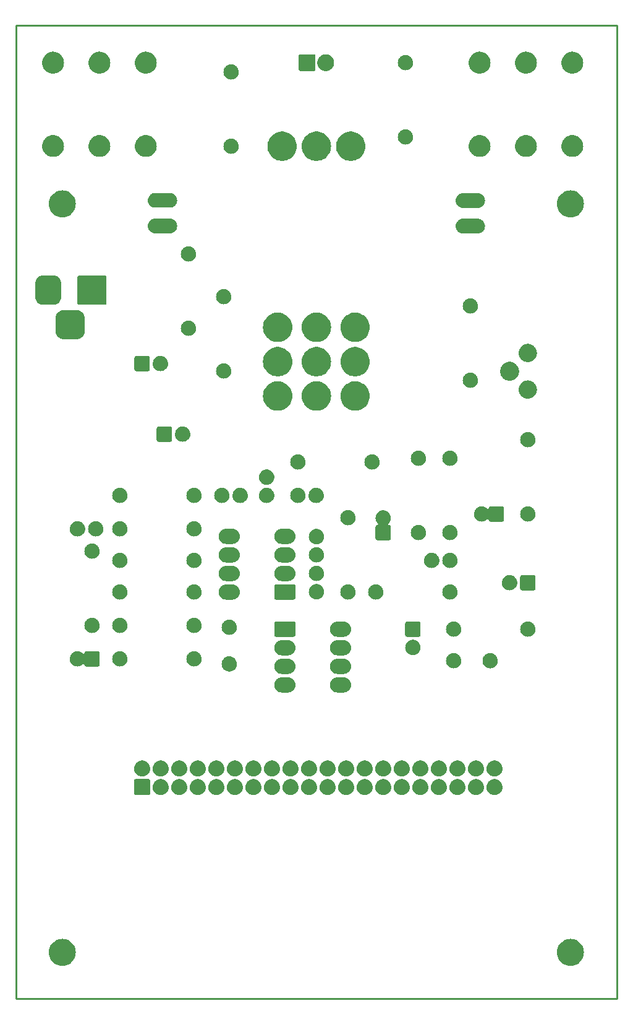
<source format=gbs>
G04 #@! TF.GenerationSoftware,KiCad,Pcbnew,7.0.7-7.0.7~ubuntu20.04.1*
G04 #@! TF.CreationDate,2023-09-11T23:38:31+02:00*
G04 #@! TF.ProjectId,noise-toy,6e6f6973-652d-4746-9f79-2e6b69636164,rev?*
G04 #@! TF.SameCoordinates,Original*
G04 #@! TF.FileFunction,Soldermask,Bot*
G04 #@! TF.FilePolarity,Negative*
%FSLAX46Y46*%
G04 Gerber Fmt 4.6, Leading zero omitted, Abs format (unit mm)*
G04 Created by KiCad (PCBNEW 7.0.7-7.0.7~ubuntu20.04.1) date 2023-09-11 23:38:31*
%MOMM*%
%LPD*%
G01*
G04 APERTURE LIST*
G04 #@! TA.AperFunction,Profile*
%ADD10C,0.250000*%
G04 #@! TD*
G04 APERTURE END LIST*
G36*
X100593282Y-156918830D02*
G01*
X100851205Y-156974938D01*
X101098518Y-157067181D01*
X101330186Y-157193681D01*
X101541492Y-157351863D01*
X101728137Y-157538508D01*
X101886319Y-157749814D01*
X102012819Y-157981482D01*
X102105062Y-158228795D01*
X102161170Y-158486718D01*
X102180000Y-158750000D01*
X102161170Y-159013282D01*
X102105062Y-159271205D01*
X102012819Y-159518518D01*
X101886319Y-159750186D01*
X101728137Y-159961492D01*
X101541492Y-160148137D01*
X101330186Y-160306319D01*
X101098518Y-160432819D01*
X100851205Y-160525062D01*
X100593282Y-160581170D01*
X100330000Y-160600000D01*
X100066718Y-160581170D01*
X99808795Y-160525062D01*
X99561482Y-160432819D01*
X99329814Y-160306319D01*
X99118508Y-160148137D01*
X98931863Y-159961492D01*
X98773681Y-159750186D01*
X98647181Y-159518518D01*
X98554938Y-159271205D01*
X98498830Y-159013282D01*
X98480000Y-158750000D01*
X98498830Y-158486718D01*
X98554938Y-158228795D01*
X98647181Y-157981482D01*
X98773681Y-157749814D01*
X98931863Y-157538508D01*
X99118508Y-157351863D01*
X99329814Y-157193681D01*
X99561482Y-157067181D01*
X99808795Y-156974938D01*
X100066718Y-156918830D01*
X100330000Y-156900000D01*
X100593282Y-156918830D01*
G37*
G36*
X170189282Y-156918830D02*
G01*
X170447205Y-156974938D01*
X170694518Y-157067181D01*
X170926186Y-157193681D01*
X171137492Y-157351863D01*
X171324137Y-157538508D01*
X171482319Y-157749814D01*
X171608819Y-157981482D01*
X171701062Y-158228795D01*
X171757170Y-158486718D01*
X171776000Y-158750000D01*
X171757170Y-159013282D01*
X171701062Y-159271205D01*
X171608819Y-159518518D01*
X171482319Y-159750186D01*
X171324137Y-159961492D01*
X171137492Y-160148137D01*
X170926186Y-160306319D01*
X170694518Y-160432819D01*
X170447205Y-160525062D01*
X170189282Y-160581170D01*
X169926000Y-160600000D01*
X169662718Y-160581170D01*
X169404795Y-160525062D01*
X169157482Y-160432819D01*
X168925814Y-160306319D01*
X168714508Y-160148137D01*
X168527863Y-159961492D01*
X168369681Y-159750186D01*
X168243181Y-159518518D01*
X168150938Y-159271205D01*
X168094830Y-159013282D01*
X168076000Y-158750000D01*
X168094830Y-158486718D01*
X168150938Y-158228795D01*
X168243181Y-157981482D01*
X168369681Y-157749814D01*
X168527863Y-157538508D01*
X168714508Y-157351863D01*
X168925814Y-157193681D01*
X169157482Y-157067181D01*
X169404795Y-156974938D01*
X169662718Y-156918830D01*
X169926000Y-156900000D01*
X170189282Y-156918830D01*
G37*
G36*
X112126797Y-135048932D02*
G01*
X112171650Y-135055467D01*
X112179882Y-135059491D01*
X112197671Y-135063030D01*
X112226440Y-135082253D01*
X112246263Y-135091944D01*
X112256973Y-135102654D01*
X112278777Y-135117223D01*
X112293345Y-135139026D01*
X112304055Y-135149736D01*
X112313744Y-135169556D01*
X112332970Y-135198329D01*
X112336508Y-135216119D01*
X112340532Y-135224349D01*
X112347064Y-135269187D01*
X112352000Y-135294000D01*
X112352000Y-136994000D01*
X112347063Y-137018816D01*
X112340532Y-137063650D01*
X112336509Y-137071878D01*
X112332970Y-137089671D01*
X112313742Y-137118446D01*
X112304055Y-137138263D01*
X112293347Y-137148970D01*
X112278777Y-137170777D01*
X112256970Y-137185347D01*
X112246263Y-137196055D01*
X112226446Y-137205742D01*
X112197671Y-137224970D01*
X112179878Y-137228509D01*
X112171650Y-137232532D01*
X112126814Y-137239064D01*
X112102000Y-137244000D01*
X110402000Y-137244000D01*
X110377186Y-137239064D01*
X110332349Y-137232532D01*
X110324119Y-137228508D01*
X110306329Y-137224970D01*
X110277556Y-137205744D01*
X110257736Y-137196055D01*
X110247026Y-137185345D01*
X110225223Y-137170777D01*
X110210654Y-137148973D01*
X110199944Y-137138263D01*
X110190253Y-137118440D01*
X110171030Y-137089671D01*
X110167491Y-137071882D01*
X110163467Y-137063650D01*
X110156932Y-137018796D01*
X110152000Y-136994000D01*
X110152000Y-135294000D01*
X110156931Y-135269205D01*
X110163467Y-135224349D01*
X110167491Y-135216115D01*
X110171030Y-135198329D01*
X110190251Y-135169561D01*
X110199944Y-135149736D01*
X110210656Y-135139023D01*
X110225223Y-135117223D01*
X110247023Y-135102656D01*
X110257736Y-135091944D01*
X110277561Y-135082251D01*
X110306329Y-135063030D01*
X110324115Y-135059491D01*
X110332349Y-135055467D01*
X110377206Y-135048931D01*
X110402000Y-135044000D01*
X112102000Y-135044000D01*
X112126797Y-135048932D01*
G37*
G36*
X113840180Y-135048692D02*
G01*
X113893495Y-135048692D01*
X113940393Y-135057459D01*
X113982927Y-135061180D01*
X114035138Y-135075170D01*
X114093029Y-135085992D01*
X114132293Y-135101203D01*
X114168061Y-135110787D01*
X114222201Y-135136033D01*
X114282312Y-135159320D01*
X114313341Y-135178532D01*
X114341761Y-135191785D01*
X114395375Y-135229326D01*
X114454898Y-135266181D01*
X114477711Y-135286978D01*
X114498755Y-135301713D01*
X114549093Y-135352051D01*
X114604910Y-135402935D01*
X114620125Y-135423083D01*
X114634286Y-135437244D01*
X114678454Y-135500323D01*
X114727239Y-135564925D01*
X114735980Y-135582479D01*
X114744214Y-135594239D01*
X114779282Y-135669442D01*
X114817719Y-135746634D01*
X114821539Y-135760063D01*
X114825212Y-135767938D01*
X114848357Y-135854319D01*
X114873270Y-135941876D01*
X114874037Y-135950153D01*
X114874819Y-135953072D01*
X114883453Y-136051769D01*
X114892000Y-136144000D01*
X114883452Y-136236238D01*
X114874819Y-136334927D01*
X114874037Y-136337844D01*
X114873270Y-136346124D01*
X114848353Y-136433697D01*
X114825212Y-136520061D01*
X114821540Y-136527934D01*
X114817719Y-136541366D01*
X114779278Y-136618564D01*
X114744214Y-136693761D01*
X114735980Y-136705519D01*
X114727239Y-136723075D01*
X114678448Y-136787683D01*
X114634286Y-136850755D01*
X114620128Y-136864912D01*
X114604910Y-136885065D01*
X114549082Y-136935958D01*
X114498755Y-136986286D01*
X114477716Y-137001017D01*
X114454898Y-137021819D01*
X114395363Y-137058681D01*
X114341761Y-137096214D01*
X114313348Y-137109463D01*
X114282312Y-137128680D01*
X114222189Y-137151971D01*
X114168061Y-137177212D01*
X114132301Y-137186793D01*
X114093029Y-137202008D01*
X114035126Y-137212832D01*
X113982927Y-137226819D01*
X113940403Y-137230539D01*
X113893495Y-137239308D01*
X113840169Y-137239308D01*
X113792000Y-137243522D01*
X113743831Y-137239308D01*
X113690505Y-137239308D01*
X113643596Y-137230539D01*
X113601072Y-137226819D01*
X113548870Y-137212831D01*
X113490971Y-137202008D01*
X113451700Y-137186794D01*
X113415938Y-137177212D01*
X113361804Y-137151969D01*
X113301688Y-137128680D01*
X113270654Y-137109465D01*
X113242238Y-137096214D01*
X113188628Y-137058676D01*
X113129102Y-137021819D01*
X113106287Y-137001020D01*
X113085244Y-136986286D01*
X113034906Y-136935948D01*
X112979090Y-136885065D01*
X112963874Y-136864916D01*
X112949713Y-136850755D01*
X112905537Y-136787665D01*
X112856761Y-136723075D01*
X112848022Y-136705524D01*
X112839785Y-136693761D01*
X112804705Y-136618532D01*
X112766281Y-136541366D01*
X112762460Y-136527939D01*
X112758787Y-136520061D01*
X112735629Y-136433636D01*
X112710730Y-136346124D01*
X112709963Y-136337850D01*
X112709180Y-136334927D01*
X112700529Y-136236046D01*
X112692000Y-136144000D01*
X112700528Y-136051962D01*
X112709180Y-135953072D01*
X112709963Y-135950148D01*
X112710730Y-135941876D01*
X112735624Y-135854379D01*
X112758787Y-135767938D01*
X112762461Y-135760057D01*
X112766281Y-135746634D01*
X112804702Y-135669473D01*
X112839785Y-135594239D01*
X112848022Y-135582474D01*
X112856761Y-135564925D01*
X112905531Y-135500342D01*
X112949713Y-135437244D01*
X112963877Y-135423079D01*
X112979090Y-135402935D01*
X113034894Y-135352062D01*
X113085244Y-135301713D01*
X113106291Y-135286975D01*
X113129102Y-135266181D01*
X113188621Y-135229327D01*
X113242239Y-135191785D01*
X113270658Y-135178532D01*
X113301688Y-135159320D01*
X113361794Y-135136034D01*
X113415938Y-135110787D01*
X113451708Y-135101202D01*
X113490971Y-135085992D01*
X113548857Y-135075170D01*
X113601072Y-135061180D01*
X113643607Y-135057458D01*
X113690505Y-135048692D01*
X113743819Y-135048692D01*
X113792000Y-135044477D01*
X113840180Y-135048692D01*
G37*
G36*
X116380180Y-135048692D02*
G01*
X116433495Y-135048692D01*
X116480393Y-135057459D01*
X116522927Y-135061180D01*
X116575138Y-135075170D01*
X116633029Y-135085992D01*
X116672293Y-135101203D01*
X116708061Y-135110787D01*
X116762201Y-135136033D01*
X116822312Y-135159320D01*
X116853341Y-135178532D01*
X116881761Y-135191785D01*
X116935375Y-135229326D01*
X116994898Y-135266181D01*
X117017711Y-135286978D01*
X117038755Y-135301713D01*
X117089093Y-135352051D01*
X117144910Y-135402935D01*
X117160125Y-135423083D01*
X117174286Y-135437244D01*
X117218454Y-135500323D01*
X117267239Y-135564925D01*
X117275980Y-135582479D01*
X117284214Y-135594239D01*
X117319282Y-135669442D01*
X117357719Y-135746634D01*
X117361539Y-135760063D01*
X117365212Y-135767938D01*
X117388357Y-135854319D01*
X117413270Y-135941876D01*
X117414037Y-135950153D01*
X117414819Y-135953072D01*
X117423454Y-136051777D01*
X117432000Y-136144000D01*
X117423451Y-136236247D01*
X117414819Y-136334927D01*
X117414037Y-136337844D01*
X117413270Y-136346124D01*
X117388353Y-136433697D01*
X117365212Y-136520061D01*
X117361540Y-136527934D01*
X117357719Y-136541366D01*
X117319278Y-136618564D01*
X117284214Y-136693761D01*
X117275980Y-136705519D01*
X117267239Y-136723075D01*
X117218448Y-136787683D01*
X117174286Y-136850755D01*
X117160128Y-136864912D01*
X117144910Y-136885065D01*
X117089082Y-136935958D01*
X117038755Y-136986286D01*
X117017716Y-137001017D01*
X116994898Y-137021819D01*
X116935363Y-137058681D01*
X116881761Y-137096214D01*
X116853348Y-137109463D01*
X116822312Y-137128680D01*
X116762189Y-137151971D01*
X116708061Y-137177212D01*
X116672301Y-137186793D01*
X116633029Y-137202008D01*
X116575126Y-137212832D01*
X116522927Y-137226819D01*
X116480403Y-137230539D01*
X116433495Y-137239308D01*
X116380168Y-137239308D01*
X116331999Y-137243522D01*
X116283830Y-137239308D01*
X116230505Y-137239308D01*
X116183597Y-137230539D01*
X116141072Y-137226819D01*
X116088870Y-137212831D01*
X116030971Y-137202008D01*
X115991700Y-137186794D01*
X115955938Y-137177212D01*
X115901804Y-137151969D01*
X115841688Y-137128680D01*
X115810654Y-137109465D01*
X115782238Y-137096214D01*
X115728628Y-137058676D01*
X115669102Y-137021819D01*
X115646287Y-137001020D01*
X115625244Y-136986286D01*
X115574906Y-136935948D01*
X115519090Y-136885065D01*
X115503874Y-136864916D01*
X115489713Y-136850755D01*
X115445537Y-136787665D01*
X115396761Y-136723075D01*
X115388022Y-136705524D01*
X115379785Y-136693761D01*
X115344705Y-136618532D01*
X115306281Y-136541366D01*
X115302460Y-136527939D01*
X115298787Y-136520061D01*
X115275629Y-136433636D01*
X115250730Y-136346124D01*
X115249963Y-136337850D01*
X115249180Y-136334927D01*
X115240530Y-136236054D01*
X115232000Y-136144000D01*
X115240527Y-136051970D01*
X115249180Y-135953072D01*
X115249963Y-135950148D01*
X115250730Y-135941876D01*
X115275624Y-135854379D01*
X115298787Y-135767938D01*
X115302461Y-135760057D01*
X115306281Y-135746634D01*
X115344702Y-135669473D01*
X115379785Y-135594239D01*
X115388022Y-135582474D01*
X115396761Y-135564925D01*
X115445531Y-135500342D01*
X115489713Y-135437244D01*
X115503877Y-135423079D01*
X115519090Y-135402935D01*
X115574894Y-135352062D01*
X115625244Y-135301713D01*
X115646291Y-135286975D01*
X115669102Y-135266181D01*
X115728621Y-135229327D01*
X115782239Y-135191785D01*
X115810658Y-135178532D01*
X115841688Y-135159320D01*
X115901794Y-135136034D01*
X115955938Y-135110787D01*
X115991708Y-135101202D01*
X116030971Y-135085992D01*
X116088857Y-135075170D01*
X116141072Y-135061180D01*
X116183607Y-135057458D01*
X116230505Y-135048692D01*
X116283819Y-135048692D01*
X116332000Y-135044477D01*
X116380180Y-135048692D01*
G37*
G36*
X118920180Y-135048692D02*
G01*
X118973495Y-135048692D01*
X119020393Y-135057459D01*
X119062927Y-135061180D01*
X119115138Y-135075170D01*
X119173029Y-135085992D01*
X119212293Y-135101203D01*
X119248061Y-135110787D01*
X119302201Y-135136033D01*
X119362312Y-135159320D01*
X119393341Y-135178532D01*
X119421761Y-135191785D01*
X119475375Y-135229326D01*
X119534898Y-135266181D01*
X119557711Y-135286978D01*
X119578755Y-135301713D01*
X119629093Y-135352051D01*
X119684910Y-135402935D01*
X119700125Y-135423083D01*
X119714286Y-135437244D01*
X119758454Y-135500323D01*
X119807239Y-135564925D01*
X119815980Y-135582479D01*
X119824214Y-135594239D01*
X119859282Y-135669442D01*
X119897719Y-135746634D01*
X119901539Y-135760063D01*
X119905212Y-135767938D01*
X119928357Y-135854319D01*
X119953270Y-135941876D01*
X119954037Y-135950153D01*
X119954819Y-135953072D01*
X119963453Y-136051769D01*
X119972000Y-136144000D01*
X119963452Y-136236238D01*
X119954819Y-136334927D01*
X119954037Y-136337844D01*
X119953270Y-136346124D01*
X119928353Y-136433697D01*
X119905212Y-136520061D01*
X119901540Y-136527934D01*
X119897719Y-136541366D01*
X119859278Y-136618564D01*
X119824214Y-136693761D01*
X119815980Y-136705519D01*
X119807239Y-136723075D01*
X119758448Y-136787683D01*
X119714286Y-136850755D01*
X119700128Y-136864912D01*
X119684910Y-136885065D01*
X119629082Y-136935958D01*
X119578755Y-136986286D01*
X119557716Y-137001017D01*
X119534898Y-137021819D01*
X119475363Y-137058681D01*
X119421761Y-137096214D01*
X119393348Y-137109463D01*
X119362312Y-137128680D01*
X119302189Y-137151971D01*
X119248061Y-137177212D01*
X119212301Y-137186793D01*
X119173029Y-137202008D01*
X119115126Y-137212832D01*
X119062927Y-137226819D01*
X119020403Y-137230539D01*
X118973495Y-137239308D01*
X118920168Y-137239308D01*
X118871999Y-137243522D01*
X118823830Y-137239308D01*
X118770505Y-137239308D01*
X118723597Y-137230539D01*
X118681072Y-137226819D01*
X118628870Y-137212831D01*
X118570971Y-137202008D01*
X118531700Y-137186794D01*
X118495938Y-137177212D01*
X118441804Y-137151969D01*
X118381688Y-137128680D01*
X118350654Y-137109465D01*
X118322238Y-137096214D01*
X118268628Y-137058676D01*
X118209102Y-137021819D01*
X118186287Y-137001020D01*
X118165244Y-136986286D01*
X118114906Y-136935948D01*
X118059090Y-136885065D01*
X118043874Y-136864916D01*
X118029713Y-136850755D01*
X117985537Y-136787665D01*
X117936761Y-136723075D01*
X117928022Y-136705524D01*
X117919785Y-136693761D01*
X117884705Y-136618532D01*
X117846281Y-136541366D01*
X117842460Y-136527939D01*
X117838787Y-136520061D01*
X117815629Y-136433636D01*
X117790730Y-136346124D01*
X117789963Y-136337850D01*
X117789180Y-136334927D01*
X117780529Y-136236046D01*
X117772000Y-136144000D01*
X117780528Y-136051962D01*
X117789180Y-135953072D01*
X117789963Y-135950148D01*
X117790730Y-135941876D01*
X117815624Y-135854379D01*
X117838787Y-135767938D01*
X117842461Y-135760057D01*
X117846281Y-135746634D01*
X117884702Y-135669473D01*
X117919785Y-135594239D01*
X117928022Y-135582474D01*
X117936761Y-135564925D01*
X117985531Y-135500342D01*
X118029713Y-135437244D01*
X118043877Y-135423079D01*
X118059090Y-135402935D01*
X118114894Y-135352062D01*
X118165244Y-135301713D01*
X118186291Y-135286975D01*
X118209102Y-135266181D01*
X118268621Y-135229327D01*
X118322239Y-135191785D01*
X118350658Y-135178532D01*
X118381688Y-135159320D01*
X118441794Y-135136034D01*
X118495938Y-135110787D01*
X118531708Y-135101202D01*
X118570971Y-135085992D01*
X118628857Y-135075170D01*
X118681072Y-135061180D01*
X118723607Y-135057458D01*
X118770505Y-135048692D01*
X118823819Y-135048692D01*
X118871999Y-135044477D01*
X118920180Y-135048692D01*
G37*
G36*
X121460180Y-135048692D02*
G01*
X121513495Y-135048692D01*
X121560393Y-135057459D01*
X121602927Y-135061180D01*
X121655138Y-135075170D01*
X121713029Y-135085992D01*
X121752293Y-135101203D01*
X121788061Y-135110787D01*
X121842201Y-135136033D01*
X121902312Y-135159320D01*
X121933341Y-135178532D01*
X121961761Y-135191785D01*
X122015375Y-135229326D01*
X122074898Y-135266181D01*
X122097711Y-135286978D01*
X122118755Y-135301713D01*
X122169093Y-135352051D01*
X122224910Y-135402935D01*
X122240125Y-135423083D01*
X122254286Y-135437244D01*
X122298454Y-135500323D01*
X122347239Y-135564925D01*
X122355980Y-135582479D01*
X122364214Y-135594239D01*
X122399282Y-135669442D01*
X122437719Y-135746634D01*
X122441539Y-135760063D01*
X122445212Y-135767938D01*
X122468357Y-135854319D01*
X122493270Y-135941876D01*
X122494037Y-135950153D01*
X122494819Y-135953072D01*
X122503454Y-136051777D01*
X122512000Y-136144000D01*
X122503451Y-136236247D01*
X122494819Y-136334927D01*
X122494037Y-136337844D01*
X122493270Y-136346124D01*
X122468353Y-136433697D01*
X122445212Y-136520061D01*
X122441540Y-136527934D01*
X122437719Y-136541366D01*
X122399278Y-136618564D01*
X122364214Y-136693761D01*
X122355980Y-136705519D01*
X122347239Y-136723075D01*
X122298448Y-136787683D01*
X122254286Y-136850755D01*
X122240128Y-136864912D01*
X122224910Y-136885065D01*
X122169082Y-136935958D01*
X122118755Y-136986286D01*
X122097716Y-137001017D01*
X122074898Y-137021819D01*
X122015363Y-137058681D01*
X121961761Y-137096214D01*
X121933348Y-137109463D01*
X121902312Y-137128680D01*
X121842189Y-137151971D01*
X121788061Y-137177212D01*
X121752301Y-137186793D01*
X121713029Y-137202008D01*
X121655126Y-137212832D01*
X121602927Y-137226819D01*
X121560403Y-137230539D01*
X121513495Y-137239308D01*
X121460168Y-137239308D01*
X121411999Y-137243522D01*
X121363830Y-137239308D01*
X121310505Y-137239308D01*
X121263597Y-137230539D01*
X121221072Y-137226819D01*
X121168870Y-137212831D01*
X121110971Y-137202008D01*
X121071700Y-137186794D01*
X121035938Y-137177212D01*
X120981804Y-137151969D01*
X120921688Y-137128680D01*
X120890654Y-137109465D01*
X120862238Y-137096214D01*
X120808628Y-137058676D01*
X120749102Y-137021819D01*
X120726287Y-137001020D01*
X120705244Y-136986286D01*
X120654906Y-136935948D01*
X120599090Y-136885065D01*
X120583874Y-136864916D01*
X120569713Y-136850755D01*
X120525537Y-136787665D01*
X120476761Y-136723075D01*
X120468022Y-136705524D01*
X120459785Y-136693761D01*
X120424705Y-136618532D01*
X120386281Y-136541366D01*
X120382460Y-136527939D01*
X120378787Y-136520061D01*
X120355629Y-136433636D01*
X120330730Y-136346124D01*
X120329963Y-136337850D01*
X120329180Y-136334927D01*
X120320529Y-136236046D01*
X120312000Y-136144000D01*
X120320528Y-136051962D01*
X120329180Y-135953072D01*
X120329963Y-135950148D01*
X120330730Y-135941876D01*
X120355624Y-135854379D01*
X120378787Y-135767938D01*
X120382461Y-135760057D01*
X120386281Y-135746634D01*
X120424702Y-135669473D01*
X120459785Y-135594239D01*
X120468022Y-135582474D01*
X120476761Y-135564925D01*
X120525531Y-135500342D01*
X120569713Y-135437244D01*
X120583877Y-135423079D01*
X120599090Y-135402935D01*
X120654894Y-135352062D01*
X120705244Y-135301713D01*
X120726291Y-135286975D01*
X120749102Y-135266181D01*
X120808621Y-135229327D01*
X120862239Y-135191785D01*
X120890658Y-135178532D01*
X120921688Y-135159320D01*
X120981794Y-135136034D01*
X121035938Y-135110787D01*
X121071708Y-135101202D01*
X121110971Y-135085992D01*
X121168857Y-135075170D01*
X121221072Y-135061180D01*
X121263607Y-135057458D01*
X121310505Y-135048692D01*
X121363819Y-135048692D01*
X121412000Y-135044477D01*
X121460180Y-135048692D01*
G37*
G36*
X124000180Y-135048692D02*
G01*
X124053495Y-135048692D01*
X124100393Y-135057459D01*
X124142927Y-135061180D01*
X124195138Y-135075170D01*
X124253029Y-135085992D01*
X124292293Y-135101203D01*
X124328061Y-135110787D01*
X124382201Y-135136033D01*
X124442312Y-135159320D01*
X124473341Y-135178532D01*
X124501761Y-135191785D01*
X124555375Y-135229326D01*
X124614898Y-135266181D01*
X124637711Y-135286978D01*
X124658755Y-135301713D01*
X124709093Y-135352051D01*
X124764910Y-135402935D01*
X124780125Y-135423083D01*
X124794286Y-135437244D01*
X124838454Y-135500323D01*
X124887239Y-135564925D01*
X124895980Y-135582479D01*
X124904214Y-135594239D01*
X124939282Y-135669442D01*
X124977719Y-135746634D01*
X124981539Y-135760063D01*
X124985212Y-135767938D01*
X125008357Y-135854319D01*
X125033270Y-135941876D01*
X125034037Y-135950153D01*
X125034819Y-135953072D01*
X125043453Y-136051769D01*
X125052000Y-136144000D01*
X125043452Y-136236238D01*
X125034819Y-136334927D01*
X125034037Y-136337844D01*
X125033270Y-136346124D01*
X125008353Y-136433697D01*
X124985212Y-136520061D01*
X124981540Y-136527934D01*
X124977719Y-136541366D01*
X124939278Y-136618564D01*
X124904214Y-136693761D01*
X124895980Y-136705519D01*
X124887239Y-136723075D01*
X124838448Y-136787683D01*
X124794286Y-136850755D01*
X124780128Y-136864912D01*
X124764910Y-136885065D01*
X124709082Y-136935958D01*
X124658755Y-136986286D01*
X124637716Y-137001017D01*
X124614898Y-137021819D01*
X124555363Y-137058681D01*
X124501761Y-137096214D01*
X124473348Y-137109463D01*
X124442312Y-137128680D01*
X124382189Y-137151971D01*
X124328061Y-137177212D01*
X124292301Y-137186793D01*
X124253029Y-137202008D01*
X124195126Y-137212832D01*
X124142927Y-137226819D01*
X124100403Y-137230539D01*
X124053495Y-137239308D01*
X124000169Y-137239308D01*
X123952000Y-137243522D01*
X123903831Y-137239308D01*
X123850505Y-137239308D01*
X123803596Y-137230539D01*
X123761072Y-137226819D01*
X123708870Y-137212831D01*
X123650971Y-137202008D01*
X123611700Y-137186794D01*
X123575938Y-137177212D01*
X123521804Y-137151969D01*
X123461688Y-137128680D01*
X123430654Y-137109465D01*
X123402238Y-137096214D01*
X123348628Y-137058676D01*
X123289102Y-137021819D01*
X123266287Y-137001020D01*
X123245244Y-136986286D01*
X123194906Y-136935948D01*
X123139090Y-136885065D01*
X123123874Y-136864916D01*
X123109713Y-136850755D01*
X123065537Y-136787665D01*
X123016761Y-136723075D01*
X123008022Y-136705524D01*
X122999785Y-136693761D01*
X122964705Y-136618532D01*
X122926281Y-136541366D01*
X122922460Y-136527939D01*
X122918787Y-136520061D01*
X122895629Y-136433636D01*
X122870730Y-136346124D01*
X122869963Y-136337850D01*
X122869180Y-136334927D01*
X122860530Y-136236054D01*
X122852000Y-136144000D01*
X122860527Y-136051970D01*
X122869180Y-135953072D01*
X122869963Y-135950148D01*
X122870730Y-135941876D01*
X122895624Y-135854379D01*
X122918787Y-135767938D01*
X122922461Y-135760057D01*
X122926281Y-135746634D01*
X122964702Y-135669473D01*
X122999785Y-135594239D01*
X123008022Y-135582474D01*
X123016761Y-135564925D01*
X123065531Y-135500342D01*
X123109713Y-135437244D01*
X123123877Y-135423079D01*
X123139090Y-135402935D01*
X123194894Y-135352062D01*
X123245244Y-135301713D01*
X123266291Y-135286975D01*
X123289102Y-135266181D01*
X123348621Y-135229327D01*
X123402239Y-135191785D01*
X123430658Y-135178532D01*
X123461688Y-135159320D01*
X123521794Y-135136034D01*
X123575938Y-135110787D01*
X123611708Y-135101202D01*
X123650971Y-135085992D01*
X123708857Y-135075170D01*
X123761072Y-135061180D01*
X123803607Y-135057458D01*
X123850505Y-135048692D01*
X123903819Y-135048692D01*
X123951999Y-135044477D01*
X124000180Y-135048692D01*
G37*
G36*
X126540180Y-135048692D02*
G01*
X126593495Y-135048692D01*
X126640393Y-135057459D01*
X126682927Y-135061180D01*
X126735138Y-135075170D01*
X126793029Y-135085992D01*
X126832293Y-135101203D01*
X126868061Y-135110787D01*
X126922201Y-135136033D01*
X126982312Y-135159320D01*
X127013341Y-135178532D01*
X127041761Y-135191785D01*
X127095375Y-135229326D01*
X127154898Y-135266181D01*
X127177711Y-135286978D01*
X127198755Y-135301713D01*
X127249093Y-135352051D01*
X127304910Y-135402935D01*
X127320125Y-135423083D01*
X127334286Y-135437244D01*
X127378454Y-135500323D01*
X127427239Y-135564925D01*
X127435980Y-135582479D01*
X127444214Y-135594239D01*
X127479282Y-135669442D01*
X127517719Y-135746634D01*
X127521539Y-135760063D01*
X127525212Y-135767938D01*
X127548357Y-135854319D01*
X127573270Y-135941876D01*
X127574037Y-135950153D01*
X127574819Y-135953072D01*
X127583454Y-136051777D01*
X127592000Y-136144000D01*
X127583451Y-136236247D01*
X127574819Y-136334927D01*
X127574037Y-136337844D01*
X127573270Y-136346124D01*
X127548353Y-136433697D01*
X127525212Y-136520061D01*
X127521540Y-136527934D01*
X127517719Y-136541366D01*
X127479278Y-136618564D01*
X127444214Y-136693761D01*
X127435980Y-136705519D01*
X127427239Y-136723075D01*
X127378448Y-136787683D01*
X127334286Y-136850755D01*
X127320128Y-136864912D01*
X127304910Y-136885065D01*
X127249082Y-136935958D01*
X127198755Y-136986286D01*
X127177716Y-137001017D01*
X127154898Y-137021819D01*
X127095363Y-137058681D01*
X127041761Y-137096214D01*
X127013348Y-137109463D01*
X126982312Y-137128680D01*
X126922189Y-137151971D01*
X126868061Y-137177212D01*
X126832301Y-137186793D01*
X126793029Y-137202008D01*
X126735126Y-137212832D01*
X126682927Y-137226819D01*
X126640403Y-137230539D01*
X126593495Y-137239308D01*
X126540169Y-137239308D01*
X126492000Y-137243522D01*
X126443831Y-137239308D01*
X126390505Y-137239308D01*
X126343596Y-137230539D01*
X126301072Y-137226819D01*
X126248870Y-137212831D01*
X126190971Y-137202008D01*
X126151700Y-137186794D01*
X126115938Y-137177212D01*
X126061804Y-137151969D01*
X126001688Y-137128680D01*
X125970654Y-137109465D01*
X125942238Y-137096214D01*
X125888628Y-137058676D01*
X125829102Y-137021819D01*
X125806287Y-137001020D01*
X125785244Y-136986286D01*
X125734906Y-136935948D01*
X125679090Y-136885065D01*
X125663874Y-136864916D01*
X125649713Y-136850755D01*
X125605537Y-136787665D01*
X125556761Y-136723075D01*
X125548022Y-136705524D01*
X125539785Y-136693761D01*
X125504705Y-136618532D01*
X125466281Y-136541366D01*
X125462460Y-136527939D01*
X125458787Y-136520061D01*
X125435629Y-136433636D01*
X125410730Y-136346124D01*
X125409963Y-136337850D01*
X125409180Y-136334927D01*
X125400529Y-136236046D01*
X125392000Y-136144000D01*
X125400528Y-136051962D01*
X125409180Y-135953072D01*
X125409963Y-135950148D01*
X125410730Y-135941876D01*
X125435624Y-135854379D01*
X125458787Y-135767938D01*
X125462461Y-135760057D01*
X125466281Y-135746634D01*
X125504702Y-135669473D01*
X125539785Y-135594239D01*
X125548022Y-135582474D01*
X125556761Y-135564925D01*
X125605531Y-135500342D01*
X125649713Y-135437244D01*
X125663877Y-135423079D01*
X125679090Y-135402935D01*
X125734894Y-135352062D01*
X125785244Y-135301713D01*
X125806291Y-135286975D01*
X125829102Y-135266181D01*
X125888621Y-135229327D01*
X125942239Y-135191785D01*
X125970658Y-135178532D01*
X126001688Y-135159320D01*
X126061794Y-135136034D01*
X126115938Y-135110787D01*
X126151708Y-135101202D01*
X126190971Y-135085992D01*
X126248857Y-135075170D01*
X126301072Y-135061180D01*
X126343607Y-135057458D01*
X126390505Y-135048692D01*
X126443819Y-135048692D01*
X126492000Y-135044477D01*
X126540180Y-135048692D01*
G37*
G36*
X129080180Y-135048692D02*
G01*
X129133495Y-135048692D01*
X129180393Y-135057459D01*
X129222927Y-135061180D01*
X129275138Y-135075170D01*
X129333029Y-135085992D01*
X129372293Y-135101203D01*
X129408061Y-135110787D01*
X129462201Y-135136033D01*
X129522312Y-135159320D01*
X129553341Y-135178532D01*
X129581761Y-135191785D01*
X129635375Y-135229326D01*
X129694898Y-135266181D01*
X129717711Y-135286978D01*
X129738755Y-135301713D01*
X129789093Y-135352051D01*
X129844910Y-135402935D01*
X129860125Y-135423083D01*
X129874286Y-135437244D01*
X129918454Y-135500323D01*
X129967239Y-135564925D01*
X129975980Y-135582479D01*
X129984214Y-135594239D01*
X130019282Y-135669442D01*
X130057719Y-135746634D01*
X130061539Y-135760063D01*
X130065212Y-135767938D01*
X130088357Y-135854319D01*
X130113270Y-135941876D01*
X130114037Y-135950153D01*
X130114819Y-135953072D01*
X130123453Y-136051769D01*
X130132000Y-136144000D01*
X130123452Y-136236238D01*
X130114819Y-136334927D01*
X130114037Y-136337844D01*
X130113270Y-136346124D01*
X130088353Y-136433697D01*
X130065212Y-136520061D01*
X130061540Y-136527934D01*
X130057719Y-136541366D01*
X130019278Y-136618564D01*
X129984214Y-136693761D01*
X129975980Y-136705519D01*
X129967239Y-136723075D01*
X129918448Y-136787683D01*
X129874286Y-136850755D01*
X129860128Y-136864912D01*
X129844910Y-136885065D01*
X129789082Y-136935958D01*
X129738755Y-136986286D01*
X129717716Y-137001017D01*
X129694898Y-137021819D01*
X129635363Y-137058681D01*
X129581761Y-137096214D01*
X129553348Y-137109463D01*
X129522312Y-137128680D01*
X129462189Y-137151971D01*
X129408061Y-137177212D01*
X129372301Y-137186793D01*
X129333029Y-137202008D01*
X129275126Y-137212832D01*
X129222927Y-137226819D01*
X129180403Y-137230539D01*
X129133495Y-137239308D01*
X129080169Y-137239308D01*
X129032000Y-137243522D01*
X128983831Y-137239308D01*
X128930505Y-137239308D01*
X128883596Y-137230539D01*
X128841072Y-137226819D01*
X128788870Y-137212831D01*
X128730971Y-137202008D01*
X128691700Y-137186794D01*
X128655938Y-137177212D01*
X128601804Y-137151969D01*
X128541688Y-137128680D01*
X128510654Y-137109465D01*
X128482238Y-137096214D01*
X128428628Y-137058676D01*
X128369102Y-137021819D01*
X128346287Y-137001020D01*
X128325244Y-136986286D01*
X128274906Y-136935948D01*
X128219090Y-136885065D01*
X128203874Y-136864916D01*
X128189713Y-136850755D01*
X128145537Y-136787665D01*
X128096761Y-136723075D01*
X128088022Y-136705524D01*
X128079785Y-136693761D01*
X128044705Y-136618532D01*
X128006281Y-136541366D01*
X128002460Y-136527939D01*
X127998787Y-136520061D01*
X127975629Y-136433636D01*
X127950730Y-136346124D01*
X127949963Y-136337850D01*
X127949180Y-136334927D01*
X127940530Y-136236054D01*
X127932000Y-136144000D01*
X127940527Y-136051970D01*
X127949180Y-135953072D01*
X127949963Y-135950148D01*
X127950730Y-135941876D01*
X127975624Y-135854379D01*
X127998787Y-135767938D01*
X128002461Y-135760057D01*
X128006281Y-135746634D01*
X128044702Y-135669473D01*
X128079785Y-135594239D01*
X128088022Y-135582474D01*
X128096761Y-135564925D01*
X128145531Y-135500342D01*
X128189713Y-135437244D01*
X128203877Y-135423079D01*
X128219090Y-135402935D01*
X128274894Y-135352062D01*
X128325244Y-135301713D01*
X128346291Y-135286975D01*
X128369102Y-135266181D01*
X128428621Y-135229327D01*
X128482239Y-135191785D01*
X128510658Y-135178532D01*
X128541688Y-135159320D01*
X128601794Y-135136034D01*
X128655938Y-135110787D01*
X128691708Y-135101202D01*
X128730971Y-135085992D01*
X128788857Y-135075170D01*
X128841072Y-135061180D01*
X128883607Y-135057458D01*
X128930505Y-135048692D01*
X128983819Y-135048692D01*
X129031999Y-135044477D01*
X129080180Y-135048692D01*
G37*
G36*
X131620180Y-135048692D02*
G01*
X131673495Y-135048692D01*
X131720393Y-135057459D01*
X131762927Y-135061180D01*
X131815138Y-135075170D01*
X131873029Y-135085992D01*
X131912293Y-135101203D01*
X131948061Y-135110787D01*
X132002201Y-135136033D01*
X132062312Y-135159320D01*
X132093341Y-135178532D01*
X132121761Y-135191785D01*
X132175375Y-135229326D01*
X132234898Y-135266181D01*
X132257711Y-135286978D01*
X132278755Y-135301713D01*
X132329093Y-135352051D01*
X132384910Y-135402935D01*
X132400125Y-135423083D01*
X132414286Y-135437244D01*
X132458454Y-135500323D01*
X132507239Y-135564925D01*
X132515980Y-135582479D01*
X132524214Y-135594239D01*
X132559282Y-135669442D01*
X132597719Y-135746634D01*
X132601539Y-135760063D01*
X132605212Y-135767938D01*
X132628357Y-135854319D01*
X132653270Y-135941876D01*
X132654037Y-135950153D01*
X132654819Y-135953072D01*
X132663454Y-136051777D01*
X132672000Y-136144000D01*
X132663451Y-136236247D01*
X132654819Y-136334927D01*
X132654037Y-136337844D01*
X132653270Y-136346124D01*
X132628353Y-136433697D01*
X132605212Y-136520061D01*
X132601540Y-136527934D01*
X132597719Y-136541366D01*
X132559278Y-136618564D01*
X132524214Y-136693761D01*
X132515980Y-136705519D01*
X132507239Y-136723075D01*
X132458448Y-136787683D01*
X132414286Y-136850755D01*
X132400128Y-136864912D01*
X132384910Y-136885065D01*
X132329082Y-136935958D01*
X132278755Y-136986286D01*
X132257716Y-137001017D01*
X132234898Y-137021819D01*
X132175363Y-137058681D01*
X132121761Y-137096214D01*
X132093348Y-137109463D01*
X132062312Y-137128680D01*
X132002189Y-137151971D01*
X131948061Y-137177212D01*
X131912301Y-137186793D01*
X131873029Y-137202008D01*
X131815126Y-137212832D01*
X131762927Y-137226819D01*
X131720403Y-137230539D01*
X131673495Y-137239308D01*
X131620169Y-137239308D01*
X131572000Y-137243522D01*
X131523831Y-137239308D01*
X131470505Y-137239308D01*
X131423596Y-137230539D01*
X131381072Y-137226819D01*
X131328870Y-137212831D01*
X131270971Y-137202008D01*
X131231700Y-137186794D01*
X131195938Y-137177212D01*
X131141804Y-137151969D01*
X131081688Y-137128680D01*
X131050654Y-137109465D01*
X131022238Y-137096214D01*
X130968628Y-137058676D01*
X130909102Y-137021819D01*
X130886287Y-137001020D01*
X130865244Y-136986286D01*
X130814906Y-136935948D01*
X130759090Y-136885065D01*
X130743874Y-136864916D01*
X130729713Y-136850755D01*
X130685537Y-136787665D01*
X130636761Y-136723075D01*
X130628022Y-136705524D01*
X130619785Y-136693761D01*
X130584705Y-136618532D01*
X130546281Y-136541366D01*
X130542460Y-136527939D01*
X130538787Y-136520061D01*
X130515629Y-136433636D01*
X130490730Y-136346124D01*
X130489963Y-136337850D01*
X130489180Y-136334927D01*
X130480529Y-136236046D01*
X130472000Y-136144000D01*
X130480528Y-136051962D01*
X130489180Y-135953072D01*
X130489963Y-135950148D01*
X130490730Y-135941876D01*
X130515624Y-135854379D01*
X130538787Y-135767938D01*
X130542461Y-135760057D01*
X130546281Y-135746634D01*
X130584702Y-135669473D01*
X130619785Y-135594239D01*
X130628022Y-135582474D01*
X130636761Y-135564925D01*
X130685531Y-135500342D01*
X130729713Y-135437244D01*
X130743877Y-135423079D01*
X130759090Y-135402935D01*
X130814894Y-135352062D01*
X130865244Y-135301713D01*
X130886291Y-135286975D01*
X130909102Y-135266181D01*
X130968621Y-135229327D01*
X131022239Y-135191785D01*
X131050658Y-135178532D01*
X131081688Y-135159320D01*
X131141794Y-135136034D01*
X131195938Y-135110787D01*
X131231708Y-135101202D01*
X131270971Y-135085992D01*
X131328857Y-135075170D01*
X131381072Y-135061180D01*
X131423607Y-135057458D01*
X131470505Y-135048692D01*
X131523819Y-135048692D01*
X131572000Y-135044477D01*
X131620180Y-135048692D01*
G37*
G36*
X134160180Y-135048692D02*
G01*
X134213495Y-135048692D01*
X134260393Y-135057459D01*
X134302927Y-135061180D01*
X134355138Y-135075170D01*
X134413029Y-135085992D01*
X134452293Y-135101203D01*
X134488061Y-135110787D01*
X134542201Y-135136033D01*
X134602312Y-135159320D01*
X134633341Y-135178532D01*
X134661761Y-135191785D01*
X134715375Y-135229326D01*
X134774898Y-135266181D01*
X134797711Y-135286978D01*
X134818755Y-135301713D01*
X134869093Y-135352051D01*
X134924910Y-135402935D01*
X134940125Y-135423083D01*
X134954286Y-135437244D01*
X134998454Y-135500323D01*
X135047239Y-135564925D01*
X135055980Y-135582479D01*
X135064214Y-135594239D01*
X135099282Y-135669442D01*
X135137719Y-135746634D01*
X135141539Y-135760063D01*
X135145212Y-135767938D01*
X135168357Y-135854319D01*
X135193270Y-135941876D01*
X135194037Y-135950153D01*
X135194819Y-135953072D01*
X135203453Y-136051769D01*
X135212000Y-136144000D01*
X135203452Y-136236238D01*
X135194819Y-136334927D01*
X135194037Y-136337844D01*
X135193270Y-136346124D01*
X135168353Y-136433697D01*
X135145212Y-136520061D01*
X135141540Y-136527934D01*
X135137719Y-136541366D01*
X135099278Y-136618564D01*
X135064214Y-136693761D01*
X135055980Y-136705519D01*
X135047239Y-136723075D01*
X134998448Y-136787683D01*
X134954286Y-136850755D01*
X134940128Y-136864912D01*
X134924910Y-136885065D01*
X134869082Y-136935958D01*
X134818755Y-136986286D01*
X134797716Y-137001017D01*
X134774898Y-137021819D01*
X134715363Y-137058681D01*
X134661761Y-137096214D01*
X134633348Y-137109463D01*
X134602312Y-137128680D01*
X134542189Y-137151971D01*
X134488061Y-137177212D01*
X134452301Y-137186793D01*
X134413029Y-137202008D01*
X134355126Y-137212832D01*
X134302927Y-137226819D01*
X134260403Y-137230539D01*
X134213495Y-137239308D01*
X134160169Y-137239308D01*
X134112000Y-137243522D01*
X134063831Y-137239308D01*
X134010505Y-137239308D01*
X133963596Y-137230539D01*
X133921072Y-137226819D01*
X133868870Y-137212831D01*
X133810971Y-137202008D01*
X133771700Y-137186794D01*
X133735938Y-137177212D01*
X133681804Y-137151969D01*
X133621688Y-137128680D01*
X133590654Y-137109465D01*
X133562238Y-137096214D01*
X133508628Y-137058676D01*
X133449102Y-137021819D01*
X133426287Y-137001020D01*
X133405244Y-136986286D01*
X133354906Y-136935948D01*
X133299090Y-136885065D01*
X133283874Y-136864916D01*
X133269713Y-136850755D01*
X133225537Y-136787665D01*
X133176761Y-136723075D01*
X133168022Y-136705524D01*
X133159785Y-136693761D01*
X133124705Y-136618532D01*
X133086281Y-136541366D01*
X133082460Y-136527939D01*
X133078787Y-136520061D01*
X133055629Y-136433636D01*
X133030730Y-136346124D01*
X133029963Y-136337850D01*
X133029180Y-136334927D01*
X133020530Y-136236054D01*
X133012000Y-136144000D01*
X133020527Y-136051970D01*
X133029180Y-135953072D01*
X133029963Y-135950148D01*
X133030730Y-135941876D01*
X133055624Y-135854379D01*
X133078787Y-135767938D01*
X133082461Y-135760057D01*
X133086281Y-135746634D01*
X133124702Y-135669473D01*
X133159785Y-135594239D01*
X133168022Y-135582474D01*
X133176761Y-135564925D01*
X133225531Y-135500342D01*
X133269713Y-135437244D01*
X133283877Y-135423079D01*
X133299090Y-135402935D01*
X133354894Y-135352062D01*
X133405244Y-135301713D01*
X133426291Y-135286975D01*
X133449102Y-135266181D01*
X133508621Y-135229327D01*
X133562239Y-135191785D01*
X133590658Y-135178532D01*
X133621688Y-135159320D01*
X133681794Y-135136034D01*
X133735938Y-135110787D01*
X133771708Y-135101202D01*
X133810971Y-135085992D01*
X133868857Y-135075170D01*
X133921072Y-135061180D01*
X133963607Y-135057458D01*
X134010505Y-135048692D01*
X134063819Y-135048692D01*
X134112000Y-135044477D01*
X134160180Y-135048692D01*
G37*
G36*
X136700180Y-135048692D02*
G01*
X136753495Y-135048692D01*
X136800393Y-135057459D01*
X136842927Y-135061180D01*
X136895138Y-135075170D01*
X136953029Y-135085992D01*
X136992293Y-135101203D01*
X137028061Y-135110787D01*
X137082201Y-135136033D01*
X137142312Y-135159320D01*
X137173341Y-135178532D01*
X137201761Y-135191785D01*
X137255375Y-135229326D01*
X137314898Y-135266181D01*
X137337711Y-135286978D01*
X137358755Y-135301713D01*
X137409093Y-135352051D01*
X137464910Y-135402935D01*
X137480125Y-135423083D01*
X137494286Y-135437244D01*
X137538454Y-135500323D01*
X137587239Y-135564925D01*
X137595980Y-135582479D01*
X137604214Y-135594239D01*
X137639282Y-135669442D01*
X137677719Y-135746634D01*
X137681539Y-135760063D01*
X137685212Y-135767938D01*
X137708357Y-135854319D01*
X137733270Y-135941876D01*
X137734037Y-135950153D01*
X137734819Y-135953072D01*
X137743454Y-136051777D01*
X137752000Y-136144000D01*
X137743451Y-136236247D01*
X137734819Y-136334927D01*
X137734037Y-136337844D01*
X137733270Y-136346124D01*
X137708353Y-136433697D01*
X137685212Y-136520061D01*
X137681540Y-136527934D01*
X137677719Y-136541366D01*
X137639278Y-136618564D01*
X137604214Y-136693761D01*
X137595980Y-136705519D01*
X137587239Y-136723075D01*
X137538448Y-136787683D01*
X137494286Y-136850755D01*
X137480128Y-136864912D01*
X137464910Y-136885065D01*
X137409082Y-136935958D01*
X137358755Y-136986286D01*
X137337716Y-137001017D01*
X137314898Y-137021819D01*
X137255363Y-137058681D01*
X137201761Y-137096214D01*
X137173348Y-137109463D01*
X137142312Y-137128680D01*
X137082189Y-137151971D01*
X137028061Y-137177212D01*
X136992301Y-137186793D01*
X136953029Y-137202008D01*
X136895126Y-137212832D01*
X136842927Y-137226819D01*
X136800403Y-137230539D01*
X136753495Y-137239308D01*
X136700168Y-137239308D01*
X136651999Y-137243522D01*
X136603830Y-137239308D01*
X136550505Y-137239308D01*
X136503597Y-137230539D01*
X136461072Y-137226819D01*
X136408870Y-137212831D01*
X136350971Y-137202008D01*
X136311700Y-137186794D01*
X136275938Y-137177212D01*
X136221804Y-137151969D01*
X136161688Y-137128680D01*
X136130654Y-137109465D01*
X136102238Y-137096214D01*
X136048628Y-137058676D01*
X135989102Y-137021819D01*
X135966287Y-137001020D01*
X135945244Y-136986286D01*
X135894906Y-136935948D01*
X135839090Y-136885065D01*
X135823874Y-136864916D01*
X135809713Y-136850755D01*
X135765537Y-136787665D01*
X135716761Y-136723075D01*
X135708022Y-136705524D01*
X135699785Y-136693761D01*
X135664705Y-136618532D01*
X135626281Y-136541366D01*
X135622460Y-136527939D01*
X135618787Y-136520061D01*
X135595629Y-136433636D01*
X135570730Y-136346124D01*
X135569963Y-136337850D01*
X135569180Y-136334927D01*
X135560529Y-136236046D01*
X135552000Y-136144000D01*
X135560528Y-136051962D01*
X135569180Y-135953072D01*
X135569963Y-135950148D01*
X135570730Y-135941876D01*
X135595624Y-135854379D01*
X135618787Y-135767938D01*
X135622461Y-135760057D01*
X135626281Y-135746634D01*
X135664702Y-135669473D01*
X135699785Y-135594239D01*
X135708022Y-135582474D01*
X135716761Y-135564925D01*
X135765531Y-135500342D01*
X135809713Y-135437244D01*
X135823877Y-135423079D01*
X135839090Y-135402935D01*
X135894894Y-135352062D01*
X135945244Y-135301713D01*
X135966291Y-135286975D01*
X135989102Y-135266181D01*
X136048621Y-135229327D01*
X136102239Y-135191785D01*
X136130658Y-135178532D01*
X136161688Y-135159320D01*
X136221794Y-135136034D01*
X136275938Y-135110787D01*
X136311708Y-135101202D01*
X136350971Y-135085992D01*
X136408857Y-135075170D01*
X136461072Y-135061180D01*
X136503607Y-135057458D01*
X136550505Y-135048692D01*
X136603819Y-135048692D01*
X136651999Y-135044477D01*
X136700180Y-135048692D01*
G37*
G36*
X139240180Y-135048692D02*
G01*
X139293495Y-135048692D01*
X139340393Y-135057459D01*
X139382927Y-135061180D01*
X139435138Y-135075170D01*
X139493029Y-135085992D01*
X139532293Y-135101203D01*
X139568061Y-135110787D01*
X139622201Y-135136033D01*
X139682312Y-135159320D01*
X139713341Y-135178532D01*
X139741761Y-135191785D01*
X139795375Y-135229326D01*
X139854898Y-135266181D01*
X139877711Y-135286978D01*
X139898755Y-135301713D01*
X139949093Y-135352051D01*
X140004910Y-135402935D01*
X140020125Y-135423083D01*
X140034286Y-135437244D01*
X140078454Y-135500323D01*
X140127239Y-135564925D01*
X140135980Y-135582479D01*
X140144214Y-135594239D01*
X140179282Y-135669442D01*
X140217719Y-135746634D01*
X140221539Y-135760063D01*
X140225212Y-135767938D01*
X140248357Y-135854319D01*
X140273270Y-135941876D01*
X140274037Y-135950153D01*
X140274819Y-135953072D01*
X140283453Y-136051769D01*
X140292000Y-136144000D01*
X140283452Y-136236238D01*
X140274819Y-136334927D01*
X140274037Y-136337844D01*
X140273270Y-136346124D01*
X140248353Y-136433697D01*
X140225212Y-136520061D01*
X140221540Y-136527934D01*
X140217719Y-136541366D01*
X140179278Y-136618564D01*
X140144214Y-136693761D01*
X140135980Y-136705519D01*
X140127239Y-136723075D01*
X140078448Y-136787683D01*
X140034286Y-136850755D01*
X140020128Y-136864912D01*
X140004910Y-136885065D01*
X139949082Y-136935958D01*
X139898755Y-136986286D01*
X139877716Y-137001017D01*
X139854898Y-137021819D01*
X139795363Y-137058681D01*
X139741761Y-137096214D01*
X139713348Y-137109463D01*
X139682312Y-137128680D01*
X139622189Y-137151971D01*
X139568061Y-137177212D01*
X139532301Y-137186793D01*
X139493029Y-137202008D01*
X139435126Y-137212832D01*
X139382927Y-137226819D01*
X139340403Y-137230539D01*
X139293495Y-137239308D01*
X139240168Y-137239308D01*
X139191999Y-137243522D01*
X139143830Y-137239308D01*
X139090505Y-137239308D01*
X139043597Y-137230539D01*
X139001072Y-137226819D01*
X138948870Y-137212831D01*
X138890971Y-137202008D01*
X138851700Y-137186794D01*
X138815938Y-137177212D01*
X138761804Y-137151969D01*
X138701688Y-137128680D01*
X138670654Y-137109465D01*
X138642238Y-137096214D01*
X138588628Y-137058676D01*
X138529102Y-137021819D01*
X138506287Y-137001020D01*
X138485244Y-136986286D01*
X138434906Y-136935948D01*
X138379090Y-136885065D01*
X138363874Y-136864916D01*
X138349713Y-136850755D01*
X138305537Y-136787665D01*
X138256761Y-136723075D01*
X138248022Y-136705524D01*
X138239785Y-136693761D01*
X138204705Y-136618532D01*
X138166281Y-136541366D01*
X138162460Y-136527939D01*
X138158787Y-136520061D01*
X138135629Y-136433636D01*
X138110730Y-136346124D01*
X138109963Y-136337850D01*
X138109180Y-136334927D01*
X138100530Y-136236054D01*
X138092000Y-136144000D01*
X138100527Y-136051970D01*
X138109180Y-135953072D01*
X138109963Y-135950148D01*
X138110730Y-135941876D01*
X138135624Y-135854379D01*
X138158787Y-135767938D01*
X138162461Y-135760057D01*
X138166281Y-135746634D01*
X138204702Y-135669473D01*
X138239785Y-135594239D01*
X138248022Y-135582474D01*
X138256761Y-135564925D01*
X138305531Y-135500342D01*
X138349713Y-135437244D01*
X138363877Y-135423079D01*
X138379090Y-135402935D01*
X138434894Y-135352062D01*
X138485244Y-135301713D01*
X138506291Y-135286975D01*
X138529102Y-135266181D01*
X138588621Y-135229327D01*
X138642239Y-135191785D01*
X138670658Y-135178532D01*
X138701688Y-135159320D01*
X138761794Y-135136034D01*
X138815938Y-135110787D01*
X138851708Y-135101202D01*
X138890971Y-135085992D01*
X138948857Y-135075170D01*
X139001072Y-135061180D01*
X139043607Y-135057458D01*
X139090505Y-135048692D01*
X139143819Y-135048692D01*
X139192000Y-135044477D01*
X139240180Y-135048692D01*
G37*
G36*
X141780180Y-135048692D02*
G01*
X141833495Y-135048692D01*
X141880393Y-135057459D01*
X141922927Y-135061180D01*
X141975138Y-135075170D01*
X142033029Y-135085992D01*
X142072293Y-135101203D01*
X142108061Y-135110787D01*
X142162201Y-135136033D01*
X142222312Y-135159320D01*
X142253341Y-135178532D01*
X142281761Y-135191785D01*
X142335375Y-135229326D01*
X142394898Y-135266181D01*
X142417711Y-135286978D01*
X142438755Y-135301713D01*
X142489093Y-135352051D01*
X142544910Y-135402935D01*
X142560125Y-135423083D01*
X142574286Y-135437244D01*
X142618454Y-135500323D01*
X142667239Y-135564925D01*
X142675980Y-135582479D01*
X142684214Y-135594239D01*
X142719282Y-135669442D01*
X142757719Y-135746634D01*
X142761539Y-135760063D01*
X142765212Y-135767938D01*
X142788357Y-135854319D01*
X142813270Y-135941876D01*
X142814037Y-135950153D01*
X142814819Y-135953072D01*
X142823454Y-136051777D01*
X142832000Y-136144000D01*
X142823451Y-136236247D01*
X142814819Y-136334927D01*
X142814037Y-136337844D01*
X142813270Y-136346124D01*
X142788353Y-136433697D01*
X142765212Y-136520061D01*
X142761540Y-136527934D01*
X142757719Y-136541366D01*
X142719278Y-136618564D01*
X142684214Y-136693761D01*
X142675980Y-136705519D01*
X142667239Y-136723075D01*
X142618448Y-136787683D01*
X142574286Y-136850755D01*
X142560128Y-136864912D01*
X142544910Y-136885065D01*
X142489082Y-136935958D01*
X142438755Y-136986286D01*
X142417716Y-137001017D01*
X142394898Y-137021819D01*
X142335363Y-137058681D01*
X142281761Y-137096214D01*
X142253348Y-137109463D01*
X142222312Y-137128680D01*
X142162189Y-137151971D01*
X142108061Y-137177212D01*
X142072301Y-137186793D01*
X142033029Y-137202008D01*
X141975126Y-137212832D01*
X141922927Y-137226819D01*
X141880403Y-137230539D01*
X141833495Y-137239308D01*
X141780168Y-137239308D01*
X141731999Y-137243522D01*
X141683830Y-137239308D01*
X141630505Y-137239308D01*
X141583597Y-137230539D01*
X141541072Y-137226819D01*
X141488870Y-137212831D01*
X141430971Y-137202008D01*
X141391700Y-137186794D01*
X141355938Y-137177212D01*
X141301804Y-137151969D01*
X141241688Y-137128680D01*
X141210654Y-137109465D01*
X141182238Y-137096214D01*
X141128628Y-137058676D01*
X141069102Y-137021819D01*
X141046287Y-137001020D01*
X141025244Y-136986286D01*
X140974906Y-136935948D01*
X140919090Y-136885065D01*
X140903874Y-136864916D01*
X140889713Y-136850755D01*
X140845537Y-136787665D01*
X140796761Y-136723075D01*
X140788022Y-136705524D01*
X140779785Y-136693761D01*
X140744705Y-136618532D01*
X140706281Y-136541366D01*
X140702460Y-136527939D01*
X140698787Y-136520061D01*
X140675629Y-136433636D01*
X140650730Y-136346124D01*
X140649963Y-136337850D01*
X140649180Y-136334927D01*
X140640529Y-136236046D01*
X140632000Y-136144000D01*
X140640528Y-136051962D01*
X140649180Y-135953072D01*
X140649963Y-135950148D01*
X140650730Y-135941876D01*
X140675624Y-135854379D01*
X140698787Y-135767938D01*
X140702461Y-135760057D01*
X140706281Y-135746634D01*
X140744702Y-135669473D01*
X140779785Y-135594239D01*
X140788022Y-135582474D01*
X140796761Y-135564925D01*
X140845531Y-135500342D01*
X140889713Y-135437244D01*
X140903877Y-135423079D01*
X140919090Y-135402935D01*
X140974894Y-135352062D01*
X141025244Y-135301713D01*
X141046291Y-135286975D01*
X141069102Y-135266181D01*
X141128621Y-135229327D01*
X141182239Y-135191785D01*
X141210658Y-135178532D01*
X141241688Y-135159320D01*
X141301794Y-135136034D01*
X141355938Y-135110787D01*
X141391708Y-135101202D01*
X141430971Y-135085992D01*
X141488857Y-135075170D01*
X141541072Y-135061180D01*
X141583607Y-135057458D01*
X141630505Y-135048692D01*
X141683819Y-135048692D01*
X141731999Y-135044477D01*
X141780180Y-135048692D01*
G37*
G36*
X144320180Y-135048692D02*
G01*
X144373495Y-135048692D01*
X144420393Y-135057459D01*
X144462927Y-135061180D01*
X144515138Y-135075170D01*
X144573029Y-135085992D01*
X144612293Y-135101203D01*
X144648061Y-135110787D01*
X144702201Y-135136033D01*
X144762312Y-135159320D01*
X144793341Y-135178532D01*
X144821761Y-135191785D01*
X144875375Y-135229326D01*
X144934898Y-135266181D01*
X144957711Y-135286978D01*
X144978755Y-135301713D01*
X145029093Y-135352051D01*
X145084910Y-135402935D01*
X145100125Y-135423083D01*
X145114286Y-135437244D01*
X145158454Y-135500323D01*
X145207239Y-135564925D01*
X145215980Y-135582479D01*
X145224214Y-135594239D01*
X145259282Y-135669442D01*
X145297719Y-135746634D01*
X145301539Y-135760063D01*
X145305212Y-135767938D01*
X145328357Y-135854319D01*
X145353270Y-135941876D01*
X145354037Y-135950153D01*
X145354819Y-135953072D01*
X145363453Y-136051769D01*
X145372000Y-136144000D01*
X145363452Y-136236238D01*
X145354819Y-136334927D01*
X145354037Y-136337844D01*
X145353270Y-136346124D01*
X145328353Y-136433697D01*
X145305212Y-136520061D01*
X145301540Y-136527934D01*
X145297719Y-136541366D01*
X145259278Y-136618564D01*
X145224214Y-136693761D01*
X145215980Y-136705519D01*
X145207239Y-136723075D01*
X145158448Y-136787683D01*
X145114286Y-136850755D01*
X145100128Y-136864912D01*
X145084910Y-136885065D01*
X145029082Y-136935958D01*
X144978755Y-136986286D01*
X144957716Y-137001017D01*
X144934898Y-137021819D01*
X144875363Y-137058681D01*
X144821761Y-137096214D01*
X144793348Y-137109463D01*
X144762312Y-137128680D01*
X144702189Y-137151971D01*
X144648061Y-137177212D01*
X144612301Y-137186793D01*
X144573029Y-137202008D01*
X144515126Y-137212832D01*
X144462927Y-137226819D01*
X144420403Y-137230539D01*
X144373495Y-137239308D01*
X144320168Y-137239308D01*
X144271999Y-137243522D01*
X144223830Y-137239308D01*
X144170505Y-137239308D01*
X144123597Y-137230539D01*
X144081072Y-137226819D01*
X144028870Y-137212831D01*
X143970971Y-137202008D01*
X143931700Y-137186794D01*
X143895938Y-137177212D01*
X143841804Y-137151969D01*
X143781688Y-137128680D01*
X143750654Y-137109465D01*
X143722238Y-137096214D01*
X143668628Y-137058676D01*
X143609102Y-137021819D01*
X143586287Y-137001020D01*
X143565244Y-136986286D01*
X143514906Y-136935948D01*
X143459090Y-136885065D01*
X143443874Y-136864916D01*
X143429713Y-136850755D01*
X143385537Y-136787665D01*
X143336761Y-136723075D01*
X143328022Y-136705524D01*
X143319785Y-136693761D01*
X143284705Y-136618532D01*
X143246281Y-136541366D01*
X143242460Y-136527939D01*
X143238787Y-136520061D01*
X143215629Y-136433636D01*
X143190730Y-136346124D01*
X143189963Y-136337850D01*
X143189180Y-136334927D01*
X143180530Y-136236054D01*
X143172000Y-136144000D01*
X143180527Y-136051970D01*
X143189180Y-135953072D01*
X143189963Y-135950148D01*
X143190730Y-135941876D01*
X143215624Y-135854379D01*
X143238787Y-135767938D01*
X143242461Y-135760057D01*
X143246281Y-135746634D01*
X143284702Y-135669473D01*
X143319785Y-135594239D01*
X143328022Y-135582474D01*
X143336761Y-135564925D01*
X143385531Y-135500342D01*
X143429713Y-135437244D01*
X143443877Y-135423079D01*
X143459090Y-135402935D01*
X143514894Y-135352062D01*
X143565244Y-135301713D01*
X143586291Y-135286975D01*
X143609102Y-135266181D01*
X143668621Y-135229327D01*
X143722239Y-135191785D01*
X143750658Y-135178532D01*
X143781688Y-135159320D01*
X143841794Y-135136034D01*
X143895938Y-135110787D01*
X143931708Y-135101202D01*
X143970971Y-135085992D01*
X144028857Y-135075170D01*
X144081072Y-135061180D01*
X144123607Y-135057458D01*
X144170505Y-135048692D01*
X144223819Y-135048692D01*
X144272000Y-135044477D01*
X144320180Y-135048692D01*
G37*
G36*
X146860180Y-135048692D02*
G01*
X146913495Y-135048692D01*
X146960393Y-135057459D01*
X147002927Y-135061180D01*
X147055138Y-135075170D01*
X147113029Y-135085992D01*
X147152293Y-135101203D01*
X147188061Y-135110787D01*
X147242201Y-135136033D01*
X147302312Y-135159320D01*
X147333341Y-135178532D01*
X147361761Y-135191785D01*
X147415375Y-135229326D01*
X147474898Y-135266181D01*
X147497711Y-135286978D01*
X147518755Y-135301713D01*
X147569093Y-135352051D01*
X147624910Y-135402935D01*
X147640125Y-135423083D01*
X147654286Y-135437244D01*
X147698454Y-135500323D01*
X147747239Y-135564925D01*
X147755980Y-135582479D01*
X147764214Y-135594239D01*
X147799282Y-135669442D01*
X147837719Y-135746634D01*
X147841539Y-135760063D01*
X147845212Y-135767938D01*
X147868357Y-135854319D01*
X147893270Y-135941876D01*
X147894037Y-135950153D01*
X147894819Y-135953072D01*
X147903454Y-136051777D01*
X147912000Y-136144000D01*
X147903451Y-136236247D01*
X147894819Y-136334927D01*
X147894037Y-136337844D01*
X147893270Y-136346124D01*
X147868353Y-136433697D01*
X147845212Y-136520061D01*
X147841540Y-136527934D01*
X147837719Y-136541366D01*
X147799278Y-136618564D01*
X147764214Y-136693761D01*
X147755980Y-136705519D01*
X147747239Y-136723075D01*
X147698448Y-136787683D01*
X147654286Y-136850755D01*
X147640128Y-136864912D01*
X147624910Y-136885065D01*
X147569082Y-136935958D01*
X147518755Y-136986286D01*
X147497716Y-137001017D01*
X147474898Y-137021819D01*
X147415363Y-137058681D01*
X147361761Y-137096214D01*
X147333348Y-137109463D01*
X147302312Y-137128680D01*
X147242189Y-137151971D01*
X147188061Y-137177212D01*
X147152301Y-137186793D01*
X147113029Y-137202008D01*
X147055126Y-137212832D01*
X147002927Y-137226819D01*
X146960403Y-137230539D01*
X146913495Y-137239308D01*
X146860169Y-137239308D01*
X146812000Y-137243522D01*
X146763831Y-137239308D01*
X146710505Y-137239308D01*
X146663596Y-137230539D01*
X146621072Y-137226819D01*
X146568870Y-137212831D01*
X146510971Y-137202008D01*
X146471700Y-137186794D01*
X146435938Y-137177212D01*
X146381804Y-137151969D01*
X146321688Y-137128680D01*
X146290654Y-137109465D01*
X146262238Y-137096214D01*
X146208628Y-137058676D01*
X146149102Y-137021819D01*
X146126287Y-137001020D01*
X146105244Y-136986286D01*
X146054906Y-136935948D01*
X145999090Y-136885065D01*
X145983874Y-136864916D01*
X145969713Y-136850755D01*
X145925537Y-136787665D01*
X145876761Y-136723075D01*
X145868022Y-136705524D01*
X145859785Y-136693761D01*
X145824705Y-136618532D01*
X145786281Y-136541366D01*
X145782460Y-136527939D01*
X145778787Y-136520061D01*
X145755629Y-136433636D01*
X145730730Y-136346124D01*
X145729963Y-136337850D01*
X145729180Y-136334927D01*
X145720529Y-136236046D01*
X145712000Y-136144000D01*
X145720528Y-136051962D01*
X145729180Y-135953072D01*
X145729963Y-135950148D01*
X145730730Y-135941876D01*
X145755624Y-135854379D01*
X145778787Y-135767938D01*
X145782461Y-135760057D01*
X145786281Y-135746634D01*
X145824702Y-135669473D01*
X145859785Y-135594239D01*
X145868022Y-135582474D01*
X145876761Y-135564925D01*
X145925531Y-135500342D01*
X145969713Y-135437244D01*
X145983877Y-135423079D01*
X145999090Y-135402935D01*
X146054894Y-135352062D01*
X146105244Y-135301713D01*
X146126291Y-135286975D01*
X146149102Y-135266181D01*
X146208621Y-135229327D01*
X146262239Y-135191785D01*
X146290658Y-135178532D01*
X146321688Y-135159320D01*
X146381794Y-135136034D01*
X146435938Y-135110787D01*
X146471708Y-135101202D01*
X146510971Y-135085992D01*
X146568857Y-135075170D01*
X146621072Y-135061180D01*
X146663607Y-135057458D01*
X146710505Y-135048692D01*
X146763819Y-135048692D01*
X146811999Y-135044477D01*
X146860180Y-135048692D01*
G37*
G36*
X149400180Y-135048692D02*
G01*
X149453495Y-135048692D01*
X149500393Y-135057459D01*
X149542927Y-135061180D01*
X149595138Y-135075170D01*
X149653029Y-135085992D01*
X149692293Y-135101203D01*
X149728061Y-135110787D01*
X149782201Y-135136033D01*
X149842312Y-135159320D01*
X149873341Y-135178532D01*
X149901761Y-135191785D01*
X149955375Y-135229326D01*
X150014898Y-135266181D01*
X150037711Y-135286978D01*
X150058755Y-135301713D01*
X150109093Y-135352051D01*
X150164910Y-135402935D01*
X150180125Y-135423083D01*
X150194286Y-135437244D01*
X150238454Y-135500323D01*
X150287239Y-135564925D01*
X150295980Y-135582479D01*
X150304214Y-135594239D01*
X150339282Y-135669442D01*
X150377719Y-135746634D01*
X150381539Y-135760063D01*
X150385212Y-135767938D01*
X150408357Y-135854319D01*
X150433270Y-135941876D01*
X150434037Y-135950153D01*
X150434819Y-135953072D01*
X150443454Y-136051777D01*
X150452000Y-136144000D01*
X150443451Y-136236247D01*
X150434819Y-136334927D01*
X150434037Y-136337844D01*
X150433270Y-136346124D01*
X150408353Y-136433697D01*
X150385212Y-136520061D01*
X150381540Y-136527934D01*
X150377719Y-136541366D01*
X150339278Y-136618564D01*
X150304214Y-136693761D01*
X150295980Y-136705519D01*
X150287239Y-136723075D01*
X150238448Y-136787683D01*
X150194286Y-136850755D01*
X150180128Y-136864912D01*
X150164910Y-136885065D01*
X150109082Y-136935958D01*
X150058755Y-136986286D01*
X150037716Y-137001017D01*
X150014898Y-137021819D01*
X149955363Y-137058681D01*
X149901761Y-137096214D01*
X149873348Y-137109463D01*
X149842312Y-137128680D01*
X149782189Y-137151971D01*
X149728061Y-137177212D01*
X149692301Y-137186793D01*
X149653029Y-137202008D01*
X149595126Y-137212832D01*
X149542927Y-137226819D01*
X149500403Y-137230539D01*
X149453495Y-137239308D01*
X149400169Y-137239308D01*
X149352000Y-137243522D01*
X149303831Y-137239308D01*
X149250505Y-137239308D01*
X149203596Y-137230539D01*
X149161072Y-137226819D01*
X149108870Y-137212831D01*
X149050971Y-137202008D01*
X149011700Y-137186794D01*
X148975938Y-137177212D01*
X148921804Y-137151969D01*
X148861688Y-137128680D01*
X148830654Y-137109465D01*
X148802238Y-137096214D01*
X148748628Y-137058676D01*
X148689102Y-137021819D01*
X148666287Y-137001020D01*
X148645244Y-136986286D01*
X148594906Y-136935948D01*
X148539090Y-136885065D01*
X148523874Y-136864916D01*
X148509713Y-136850755D01*
X148465537Y-136787665D01*
X148416761Y-136723075D01*
X148408022Y-136705524D01*
X148399785Y-136693761D01*
X148364705Y-136618532D01*
X148326281Y-136541366D01*
X148322460Y-136527939D01*
X148318787Y-136520061D01*
X148295629Y-136433636D01*
X148270730Y-136346124D01*
X148269963Y-136337850D01*
X148269180Y-136334927D01*
X148260530Y-136236054D01*
X148252000Y-136144000D01*
X148260527Y-136051970D01*
X148269180Y-135953072D01*
X148269963Y-135950148D01*
X148270730Y-135941876D01*
X148295624Y-135854379D01*
X148318787Y-135767938D01*
X148322461Y-135760057D01*
X148326281Y-135746634D01*
X148364702Y-135669473D01*
X148399785Y-135594239D01*
X148408022Y-135582474D01*
X148416761Y-135564925D01*
X148465531Y-135500342D01*
X148509713Y-135437244D01*
X148523877Y-135423079D01*
X148539090Y-135402935D01*
X148594894Y-135352062D01*
X148645244Y-135301713D01*
X148666291Y-135286975D01*
X148689102Y-135266181D01*
X148748621Y-135229327D01*
X148802239Y-135191785D01*
X148830658Y-135178532D01*
X148861688Y-135159320D01*
X148921794Y-135136034D01*
X148975938Y-135110787D01*
X149011708Y-135101202D01*
X149050971Y-135085992D01*
X149108857Y-135075170D01*
X149161072Y-135061180D01*
X149203607Y-135057458D01*
X149250505Y-135048692D01*
X149303819Y-135048692D01*
X149352000Y-135044477D01*
X149400180Y-135048692D01*
G37*
G36*
X151940180Y-135048692D02*
G01*
X151993495Y-135048692D01*
X152040393Y-135057459D01*
X152082927Y-135061180D01*
X152135138Y-135075170D01*
X152193029Y-135085992D01*
X152232293Y-135101203D01*
X152268061Y-135110787D01*
X152322201Y-135136033D01*
X152382312Y-135159320D01*
X152413341Y-135178532D01*
X152441761Y-135191785D01*
X152495375Y-135229326D01*
X152554898Y-135266181D01*
X152577711Y-135286978D01*
X152598755Y-135301713D01*
X152649093Y-135352051D01*
X152704910Y-135402935D01*
X152720125Y-135423083D01*
X152734286Y-135437244D01*
X152778454Y-135500323D01*
X152827239Y-135564925D01*
X152835980Y-135582479D01*
X152844214Y-135594239D01*
X152879282Y-135669442D01*
X152917719Y-135746634D01*
X152921539Y-135760063D01*
X152925212Y-135767938D01*
X152948357Y-135854319D01*
X152973270Y-135941876D01*
X152974037Y-135950153D01*
X152974819Y-135953072D01*
X152983453Y-136051769D01*
X152992000Y-136144000D01*
X152983452Y-136236238D01*
X152974819Y-136334927D01*
X152974037Y-136337844D01*
X152973270Y-136346124D01*
X152948353Y-136433697D01*
X152925212Y-136520061D01*
X152921540Y-136527934D01*
X152917719Y-136541366D01*
X152879278Y-136618564D01*
X152844214Y-136693761D01*
X152835980Y-136705519D01*
X152827239Y-136723075D01*
X152778448Y-136787683D01*
X152734286Y-136850755D01*
X152720128Y-136864912D01*
X152704910Y-136885065D01*
X152649082Y-136935958D01*
X152598755Y-136986286D01*
X152577716Y-137001017D01*
X152554898Y-137021819D01*
X152495363Y-137058681D01*
X152441761Y-137096214D01*
X152413348Y-137109463D01*
X152382312Y-137128680D01*
X152322189Y-137151971D01*
X152268061Y-137177212D01*
X152232301Y-137186793D01*
X152193029Y-137202008D01*
X152135126Y-137212832D01*
X152082927Y-137226819D01*
X152040403Y-137230539D01*
X151993495Y-137239308D01*
X151940169Y-137239308D01*
X151892000Y-137243522D01*
X151843831Y-137239308D01*
X151790505Y-137239308D01*
X151743596Y-137230539D01*
X151701072Y-137226819D01*
X151648870Y-137212831D01*
X151590971Y-137202008D01*
X151551700Y-137186794D01*
X151515938Y-137177212D01*
X151461804Y-137151969D01*
X151401688Y-137128680D01*
X151370654Y-137109465D01*
X151342238Y-137096214D01*
X151288628Y-137058676D01*
X151229102Y-137021819D01*
X151206287Y-137001020D01*
X151185244Y-136986286D01*
X151134906Y-136935948D01*
X151079090Y-136885065D01*
X151063874Y-136864916D01*
X151049713Y-136850755D01*
X151005537Y-136787665D01*
X150956761Y-136723075D01*
X150948022Y-136705524D01*
X150939785Y-136693761D01*
X150904705Y-136618532D01*
X150866281Y-136541366D01*
X150862460Y-136527939D01*
X150858787Y-136520061D01*
X150835629Y-136433636D01*
X150810730Y-136346124D01*
X150809963Y-136337850D01*
X150809180Y-136334927D01*
X150800529Y-136236046D01*
X150792000Y-136144000D01*
X150800528Y-136051962D01*
X150809180Y-135953072D01*
X150809963Y-135950148D01*
X150810730Y-135941876D01*
X150835624Y-135854379D01*
X150858787Y-135767938D01*
X150862461Y-135760057D01*
X150866281Y-135746634D01*
X150904702Y-135669473D01*
X150939785Y-135594239D01*
X150948022Y-135582474D01*
X150956761Y-135564925D01*
X151005531Y-135500342D01*
X151049713Y-135437244D01*
X151063877Y-135423079D01*
X151079090Y-135402935D01*
X151134894Y-135352062D01*
X151185244Y-135301713D01*
X151206291Y-135286975D01*
X151229102Y-135266181D01*
X151288621Y-135229327D01*
X151342239Y-135191785D01*
X151370658Y-135178532D01*
X151401688Y-135159320D01*
X151461794Y-135136034D01*
X151515938Y-135110787D01*
X151551708Y-135101202D01*
X151590971Y-135085992D01*
X151648857Y-135075170D01*
X151701072Y-135061180D01*
X151743607Y-135057458D01*
X151790505Y-135048692D01*
X151843819Y-135048692D01*
X151891999Y-135044477D01*
X151940180Y-135048692D01*
G37*
G36*
X154480180Y-135048692D02*
G01*
X154533495Y-135048692D01*
X154580393Y-135057459D01*
X154622927Y-135061180D01*
X154675138Y-135075170D01*
X154733029Y-135085992D01*
X154772293Y-135101203D01*
X154808061Y-135110787D01*
X154862201Y-135136033D01*
X154922312Y-135159320D01*
X154953341Y-135178532D01*
X154981761Y-135191785D01*
X155035375Y-135229326D01*
X155094898Y-135266181D01*
X155117711Y-135286978D01*
X155138755Y-135301713D01*
X155189093Y-135352051D01*
X155244910Y-135402935D01*
X155260125Y-135423083D01*
X155274286Y-135437244D01*
X155318454Y-135500323D01*
X155367239Y-135564925D01*
X155375980Y-135582479D01*
X155384214Y-135594239D01*
X155419282Y-135669442D01*
X155457719Y-135746634D01*
X155461539Y-135760063D01*
X155465212Y-135767938D01*
X155488357Y-135854319D01*
X155513270Y-135941876D01*
X155514037Y-135950153D01*
X155514819Y-135953072D01*
X155523454Y-136051777D01*
X155532000Y-136144000D01*
X155523451Y-136236247D01*
X155514819Y-136334927D01*
X155514037Y-136337844D01*
X155513270Y-136346124D01*
X155488353Y-136433697D01*
X155465212Y-136520061D01*
X155461540Y-136527934D01*
X155457719Y-136541366D01*
X155419278Y-136618564D01*
X155384214Y-136693761D01*
X155375980Y-136705519D01*
X155367239Y-136723075D01*
X155318448Y-136787683D01*
X155274286Y-136850755D01*
X155260128Y-136864912D01*
X155244910Y-136885065D01*
X155189082Y-136935958D01*
X155138755Y-136986286D01*
X155117716Y-137001017D01*
X155094898Y-137021819D01*
X155035363Y-137058681D01*
X154981761Y-137096214D01*
X154953348Y-137109463D01*
X154922312Y-137128680D01*
X154862189Y-137151971D01*
X154808061Y-137177212D01*
X154772301Y-137186793D01*
X154733029Y-137202008D01*
X154675126Y-137212832D01*
X154622927Y-137226819D01*
X154580403Y-137230539D01*
X154533495Y-137239308D01*
X154480169Y-137239308D01*
X154432000Y-137243522D01*
X154383831Y-137239308D01*
X154330505Y-137239308D01*
X154283596Y-137230539D01*
X154241072Y-137226819D01*
X154188870Y-137212831D01*
X154130971Y-137202008D01*
X154091700Y-137186794D01*
X154055938Y-137177212D01*
X154001804Y-137151969D01*
X153941688Y-137128680D01*
X153910654Y-137109465D01*
X153882238Y-137096214D01*
X153828628Y-137058676D01*
X153769102Y-137021819D01*
X153746287Y-137001020D01*
X153725244Y-136986286D01*
X153674906Y-136935948D01*
X153619090Y-136885065D01*
X153603874Y-136864916D01*
X153589713Y-136850755D01*
X153545537Y-136787665D01*
X153496761Y-136723075D01*
X153488022Y-136705524D01*
X153479785Y-136693761D01*
X153444705Y-136618532D01*
X153406281Y-136541366D01*
X153402460Y-136527939D01*
X153398787Y-136520061D01*
X153375629Y-136433636D01*
X153350730Y-136346124D01*
X153349963Y-136337850D01*
X153349180Y-136334927D01*
X153340530Y-136236054D01*
X153332000Y-136144000D01*
X153340527Y-136051970D01*
X153349180Y-135953072D01*
X153349963Y-135950148D01*
X153350730Y-135941876D01*
X153375624Y-135854379D01*
X153398787Y-135767938D01*
X153402461Y-135760057D01*
X153406281Y-135746634D01*
X153444702Y-135669473D01*
X153479785Y-135594239D01*
X153488022Y-135582474D01*
X153496761Y-135564925D01*
X153545531Y-135500342D01*
X153589713Y-135437244D01*
X153603877Y-135423079D01*
X153619090Y-135402935D01*
X153674894Y-135352062D01*
X153725244Y-135301713D01*
X153746291Y-135286975D01*
X153769102Y-135266181D01*
X153828621Y-135229327D01*
X153882239Y-135191785D01*
X153910658Y-135178532D01*
X153941688Y-135159320D01*
X154001794Y-135136034D01*
X154055938Y-135110787D01*
X154091708Y-135101202D01*
X154130971Y-135085992D01*
X154188857Y-135075170D01*
X154241072Y-135061180D01*
X154283607Y-135057458D01*
X154330505Y-135048692D01*
X154383819Y-135048692D01*
X154432000Y-135044477D01*
X154480180Y-135048692D01*
G37*
G36*
X157020180Y-135048692D02*
G01*
X157073495Y-135048692D01*
X157120393Y-135057459D01*
X157162927Y-135061180D01*
X157215138Y-135075170D01*
X157273029Y-135085992D01*
X157312293Y-135101203D01*
X157348061Y-135110787D01*
X157402201Y-135136033D01*
X157462312Y-135159320D01*
X157493341Y-135178532D01*
X157521761Y-135191785D01*
X157575375Y-135229326D01*
X157634898Y-135266181D01*
X157657711Y-135286978D01*
X157678755Y-135301713D01*
X157729093Y-135352051D01*
X157784910Y-135402935D01*
X157800125Y-135423083D01*
X157814286Y-135437244D01*
X157858454Y-135500323D01*
X157907239Y-135564925D01*
X157915980Y-135582479D01*
X157924214Y-135594239D01*
X157959282Y-135669442D01*
X157997719Y-135746634D01*
X158001539Y-135760063D01*
X158005212Y-135767938D01*
X158028357Y-135854319D01*
X158053270Y-135941876D01*
X158054037Y-135950153D01*
X158054819Y-135953072D01*
X158063453Y-136051769D01*
X158072000Y-136144000D01*
X158063452Y-136236238D01*
X158054819Y-136334927D01*
X158054037Y-136337844D01*
X158053270Y-136346124D01*
X158028353Y-136433697D01*
X158005212Y-136520061D01*
X158001540Y-136527934D01*
X157997719Y-136541366D01*
X157959278Y-136618564D01*
X157924214Y-136693761D01*
X157915980Y-136705519D01*
X157907239Y-136723075D01*
X157858448Y-136787683D01*
X157814286Y-136850755D01*
X157800128Y-136864912D01*
X157784910Y-136885065D01*
X157729082Y-136935958D01*
X157678755Y-136986286D01*
X157657716Y-137001017D01*
X157634898Y-137021819D01*
X157575363Y-137058681D01*
X157521761Y-137096214D01*
X157493348Y-137109463D01*
X157462312Y-137128680D01*
X157402189Y-137151971D01*
X157348061Y-137177212D01*
X157312301Y-137186793D01*
X157273029Y-137202008D01*
X157215126Y-137212832D01*
X157162927Y-137226819D01*
X157120403Y-137230539D01*
X157073495Y-137239308D01*
X157020168Y-137239308D01*
X156971999Y-137243522D01*
X156923830Y-137239308D01*
X156870505Y-137239308D01*
X156823597Y-137230539D01*
X156781072Y-137226819D01*
X156728870Y-137212831D01*
X156670971Y-137202008D01*
X156631700Y-137186794D01*
X156595938Y-137177212D01*
X156541804Y-137151969D01*
X156481688Y-137128680D01*
X156450654Y-137109465D01*
X156422238Y-137096214D01*
X156368628Y-137058676D01*
X156309102Y-137021819D01*
X156286287Y-137001020D01*
X156265244Y-136986286D01*
X156214906Y-136935948D01*
X156159090Y-136885065D01*
X156143874Y-136864916D01*
X156129713Y-136850755D01*
X156085537Y-136787665D01*
X156036761Y-136723075D01*
X156028022Y-136705524D01*
X156019785Y-136693761D01*
X155984705Y-136618532D01*
X155946281Y-136541366D01*
X155942460Y-136527939D01*
X155938787Y-136520061D01*
X155915629Y-136433636D01*
X155890730Y-136346124D01*
X155889963Y-136337850D01*
X155889180Y-136334927D01*
X155880529Y-136236046D01*
X155872000Y-136144000D01*
X155880528Y-136051962D01*
X155889180Y-135953072D01*
X155889963Y-135950148D01*
X155890730Y-135941876D01*
X155915624Y-135854379D01*
X155938787Y-135767938D01*
X155942461Y-135760057D01*
X155946281Y-135746634D01*
X155984702Y-135669473D01*
X156019785Y-135594239D01*
X156028022Y-135582474D01*
X156036761Y-135564925D01*
X156085531Y-135500342D01*
X156129713Y-135437244D01*
X156143877Y-135423079D01*
X156159090Y-135402935D01*
X156214894Y-135352062D01*
X156265244Y-135301713D01*
X156286291Y-135286975D01*
X156309102Y-135266181D01*
X156368621Y-135229327D01*
X156422239Y-135191785D01*
X156450658Y-135178532D01*
X156481688Y-135159320D01*
X156541794Y-135136034D01*
X156595938Y-135110787D01*
X156631708Y-135101202D01*
X156670971Y-135085992D01*
X156728857Y-135075170D01*
X156781072Y-135061180D01*
X156823607Y-135057458D01*
X156870505Y-135048692D01*
X156923819Y-135048692D01*
X156972000Y-135044477D01*
X157020180Y-135048692D01*
G37*
G36*
X159560180Y-135048692D02*
G01*
X159613495Y-135048692D01*
X159660393Y-135057459D01*
X159702927Y-135061180D01*
X159755138Y-135075170D01*
X159813029Y-135085992D01*
X159852293Y-135101203D01*
X159888061Y-135110787D01*
X159942201Y-135136033D01*
X160002312Y-135159320D01*
X160033341Y-135178532D01*
X160061761Y-135191785D01*
X160115375Y-135229326D01*
X160174898Y-135266181D01*
X160197711Y-135286978D01*
X160218755Y-135301713D01*
X160269093Y-135352051D01*
X160324910Y-135402935D01*
X160340125Y-135423083D01*
X160354286Y-135437244D01*
X160398454Y-135500323D01*
X160447239Y-135564925D01*
X160455980Y-135582479D01*
X160464214Y-135594239D01*
X160499282Y-135669442D01*
X160537719Y-135746634D01*
X160541539Y-135760063D01*
X160545212Y-135767938D01*
X160568357Y-135854319D01*
X160593270Y-135941876D01*
X160594037Y-135950153D01*
X160594819Y-135953072D01*
X160603454Y-136051777D01*
X160612000Y-136144000D01*
X160603451Y-136236247D01*
X160594819Y-136334927D01*
X160594037Y-136337844D01*
X160593270Y-136346124D01*
X160568353Y-136433697D01*
X160545212Y-136520061D01*
X160541540Y-136527934D01*
X160537719Y-136541366D01*
X160499278Y-136618564D01*
X160464214Y-136693761D01*
X160455980Y-136705519D01*
X160447239Y-136723075D01*
X160398448Y-136787683D01*
X160354286Y-136850755D01*
X160340128Y-136864912D01*
X160324910Y-136885065D01*
X160269082Y-136935958D01*
X160218755Y-136986286D01*
X160197716Y-137001017D01*
X160174898Y-137021819D01*
X160115363Y-137058681D01*
X160061761Y-137096214D01*
X160033348Y-137109463D01*
X160002312Y-137128680D01*
X159942189Y-137151971D01*
X159888061Y-137177212D01*
X159852301Y-137186793D01*
X159813029Y-137202008D01*
X159755126Y-137212832D01*
X159702927Y-137226819D01*
X159660403Y-137230539D01*
X159613495Y-137239308D01*
X159560168Y-137239308D01*
X159511999Y-137243522D01*
X159463830Y-137239308D01*
X159410505Y-137239308D01*
X159363597Y-137230539D01*
X159321072Y-137226819D01*
X159268870Y-137212831D01*
X159210971Y-137202008D01*
X159171700Y-137186794D01*
X159135938Y-137177212D01*
X159081804Y-137151969D01*
X159021688Y-137128680D01*
X158990654Y-137109465D01*
X158962238Y-137096214D01*
X158908628Y-137058676D01*
X158849102Y-137021819D01*
X158826287Y-137001020D01*
X158805244Y-136986286D01*
X158754906Y-136935948D01*
X158699090Y-136885065D01*
X158683874Y-136864916D01*
X158669713Y-136850755D01*
X158625537Y-136787665D01*
X158576761Y-136723075D01*
X158568022Y-136705524D01*
X158559785Y-136693761D01*
X158524705Y-136618532D01*
X158486281Y-136541366D01*
X158482460Y-136527939D01*
X158478787Y-136520061D01*
X158455629Y-136433636D01*
X158430730Y-136346124D01*
X158429963Y-136337850D01*
X158429180Y-136334927D01*
X158420530Y-136236054D01*
X158412000Y-136144000D01*
X158420527Y-136051970D01*
X158429180Y-135953072D01*
X158429963Y-135950148D01*
X158430730Y-135941876D01*
X158455624Y-135854379D01*
X158478787Y-135767938D01*
X158482461Y-135760057D01*
X158486281Y-135746634D01*
X158524702Y-135669473D01*
X158559785Y-135594239D01*
X158568022Y-135582474D01*
X158576761Y-135564925D01*
X158625531Y-135500342D01*
X158669713Y-135437244D01*
X158683877Y-135423079D01*
X158699090Y-135402935D01*
X158754894Y-135352062D01*
X158805244Y-135301713D01*
X158826291Y-135286975D01*
X158849102Y-135266181D01*
X158908621Y-135229327D01*
X158962239Y-135191785D01*
X158990658Y-135178532D01*
X159021688Y-135159320D01*
X159081794Y-135136034D01*
X159135938Y-135110787D01*
X159171708Y-135101202D01*
X159210971Y-135085992D01*
X159268857Y-135075170D01*
X159321072Y-135061180D01*
X159363607Y-135057458D01*
X159410505Y-135048692D01*
X159463819Y-135048692D01*
X159511999Y-135044477D01*
X159560180Y-135048692D01*
G37*
G36*
X111300180Y-132508692D02*
G01*
X111353495Y-132508692D01*
X111400393Y-132517459D01*
X111442927Y-132521180D01*
X111495138Y-132535170D01*
X111553029Y-132545992D01*
X111592293Y-132561203D01*
X111628061Y-132570787D01*
X111682201Y-132596033D01*
X111742312Y-132619320D01*
X111773341Y-132638532D01*
X111801761Y-132651785D01*
X111855375Y-132689326D01*
X111914898Y-132726181D01*
X111937711Y-132746978D01*
X111958755Y-132761713D01*
X112009093Y-132812051D01*
X112064910Y-132862935D01*
X112080125Y-132883083D01*
X112094286Y-132897244D01*
X112138454Y-132960323D01*
X112187239Y-133024925D01*
X112195980Y-133042479D01*
X112204214Y-133054239D01*
X112239282Y-133129442D01*
X112277719Y-133206634D01*
X112281539Y-133220063D01*
X112285212Y-133227938D01*
X112308357Y-133314319D01*
X112333270Y-133401876D01*
X112334037Y-133410153D01*
X112334819Y-133413072D01*
X112343453Y-133511769D01*
X112352000Y-133604000D01*
X112343452Y-133696238D01*
X112334819Y-133794927D01*
X112334037Y-133797844D01*
X112333270Y-133806124D01*
X112308353Y-133893697D01*
X112285212Y-133980061D01*
X112281540Y-133987934D01*
X112277719Y-134001366D01*
X112239278Y-134078564D01*
X112204214Y-134153761D01*
X112195980Y-134165519D01*
X112187239Y-134183075D01*
X112138448Y-134247683D01*
X112094286Y-134310755D01*
X112080128Y-134324912D01*
X112064910Y-134345065D01*
X112009082Y-134395958D01*
X111958755Y-134446286D01*
X111937716Y-134461017D01*
X111914898Y-134481819D01*
X111855363Y-134518681D01*
X111801761Y-134556214D01*
X111773348Y-134569463D01*
X111742312Y-134588680D01*
X111682189Y-134611971D01*
X111628061Y-134637212D01*
X111592301Y-134646793D01*
X111553029Y-134662008D01*
X111495126Y-134672832D01*
X111442927Y-134686819D01*
X111400403Y-134690539D01*
X111353495Y-134699308D01*
X111300169Y-134699308D01*
X111252000Y-134703522D01*
X111203831Y-134699308D01*
X111150505Y-134699308D01*
X111103596Y-134690539D01*
X111061072Y-134686819D01*
X111008870Y-134672831D01*
X110950971Y-134662008D01*
X110911700Y-134646794D01*
X110875938Y-134637212D01*
X110821804Y-134611969D01*
X110761688Y-134588680D01*
X110730654Y-134569465D01*
X110702238Y-134556214D01*
X110648628Y-134518676D01*
X110589102Y-134481819D01*
X110566287Y-134461020D01*
X110545244Y-134446286D01*
X110494906Y-134395948D01*
X110439090Y-134345065D01*
X110423874Y-134324916D01*
X110409713Y-134310755D01*
X110365537Y-134247665D01*
X110316761Y-134183075D01*
X110308022Y-134165524D01*
X110299785Y-134153761D01*
X110264705Y-134078532D01*
X110226281Y-134001366D01*
X110222460Y-133987939D01*
X110218787Y-133980061D01*
X110195629Y-133893636D01*
X110170730Y-133806124D01*
X110169963Y-133797850D01*
X110169180Y-133794927D01*
X110160529Y-133696046D01*
X110152000Y-133604000D01*
X110160528Y-133511962D01*
X110169180Y-133413072D01*
X110169963Y-133410148D01*
X110170730Y-133401876D01*
X110195624Y-133314379D01*
X110218787Y-133227938D01*
X110222461Y-133220057D01*
X110226281Y-133206634D01*
X110264702Y-133129473D01*
X110299785Y-133054239D01*
X110308022Y-133042474D01*
X110316761Y-133024925D01*
X110365531Y-132960342D01*
X110409713Y-132897244D01*
X110423877Y-132883079D01*
X110439090Y-132862935D01*
X110494894Y-132812062D01*
X110545244Y-132761713D01*
X110566291Y-132746975D01*
X110589102Y-132726181D01*
X110648621Y-132689327D01*
X110702239Y-132651785D01*
X110730658Y-132638532D01*
X110761688Y-132619320D01*
X110821794Y-132596034D01*
X110875938Y-132570787D01*
X110911708Y-132561202D01*
X110950971Y-132545992D01*
X111008857Y-132535170D01*
X111061072Y-132521180D01*
X111103607Y-132517458D01*
X111150505Y-132508692D01*
X111203819Y-132508692D01*
X111252000Y-132504477D01*
X111300180Y-132508692D01*
G37*
G36*
X113840180Y-132508692D02*
G01*
X113893495Y-132508692D01*
X113940393Y-132517459D01*
X113982927Y-132521180D01*
X114035138Y-132535170D01*
X114093029Y-132545992D01*
X114132293Y-132561203D01*
X114168061Y-132570787D01*
X114222201Y-132596033D01*
X114282312Y-132619320D01*
X114313341Y-132638532D01*
X114341761Y-132651785D01*
X114395375Y-132689326D01*
X114454898Y-132726181D01*
X114477711Y-132746978D01*
X114498755Y-132761713D01*
X114549093Y-132812051D01*
X114604910Y-132862935D01*
X114620125Y-132883083D01*
X114634286Y-132897244D01*
X114678454Y-132960323D01*
X114727239Y-133024925D01*
X114735980Y-133042479D01*
X114744214Y-133054239D01*
X114779282Y-133129442D01*
X114817719Y-133206634D01*
X114821539Y-133220063D01*
X114825212Y-133227938D01*
X114848357Y-133314319D01*
X114873270Y-133401876D01*
X114874037Y-133410153D01*
X114874819Y-133413072D01*
X114883454Y-133511777D01*
X114892000Y-133604000D01*
X114883451Y-133696247D01*
X114874819Y-133794927D01*
X114874037Y-133797844D01*
X114873270Y-133806124D01*
X114848353Y-133893697D01*
X114825212Y-133980061D01*
X114821540Y-133987934D01*
X114817719Y-134001366D01*
X114779278Y-134078564D01*
X114744214Y-134153761D01*
X114735980Y-134165519D01*
X114727239Y-134183075D01*
X114678448Y-134247683D01*
X114634286Y-134310755D01*
X114620128Y-134324912D01*
X114604910Y-134345065D01*
X114549082Y-134395958D01*
X114498755Y-134446286D01*
X114477716Y-134461017D01*
X114454898Y-134481819D01*
X114395363Y-134518681D01*
X114341761Y-134556214D01*
X114313348Y-134569463D01*
X114282312Y-134588680D01*
X114222189Y-134611971D01*
X114168061Y-134637212D01*
X114132301Y-134646793D01*
X114093029Y-134662008D01*
X114035126Y-134672832D01*
X113982927Y-134686819D01*
X113940403Y-134690539D01*
X113893495Y-134699308D01*
X113840169Y-134699308D01*
X113792000Y-134703522D01*
X113743831Y-134699308D01*
X113690505Y-134699308D01*
X113643596Y-134690539D01*
X113601072Y-134686819D01*
X113548870Y-134672831D01*
X113490971Y-134662008D01*
X113451700Y-134646794D01*
X113415938Y-134637212D01*
X113361804Y-134611969D01*
X113301688Y-134588680D01*
X113270654Y-134569465D01*
X113242238Y-134556214D01*
X113188628Y-134518676D01*
X113129102Y-134481819D01*
X113106287Y-134461020D01*
X113085244Y-134446286D01*
X113034906Y-134395948D01*
X112979090Y-134345065D01*
X112963874Y-134324916D01*
X112949713Y-134310755D01*
X112905537Y-134247665D01*
X112856761Y-134183075D01*
X112848022Y-134165524D01*
X112839785Y-134153761D01*
X112804705Y-134078532D01*
X112766281Y-134001366D01*
X112762460Y-133987939D01*
X112758787Y-133980061D01*
X112735629Y-133893636D01*
X112710730Y-133806124D01*
X112709963Y-133797850D01*
X112709180Y-133794927D01*
X112700529Y-133696046D01*
X112692000Y-133604000D01*
X112700528Y-133511962D01*
X112709180Y-133413072D01*
X112709963Y-133410148D01*
X112710730Y-133401876D01*
X112735624Y-133314379D01*
X112758787Y-133227938D01*
X112762461Y-133220057D01*
X112766281Y-133206634D01*
X112804702Y-133129473D01*
X112839785Y-133054239D01*
X112848022Y-133042474D01*
X112856761Y-133024925D01*
X112905531Y-132960342D01*
X112949713Y-132897244D01*
X112963877Y-132883079D01*
X112979090Y-132862935D01*
X113034894Y-132812062D01*
X113085244Y-132761713D01*
X113106291Y-132746975D01*
X113129102Y-132726181D01*
X113188621Y-132689327D01*
X113242239Y-132651785D01*
X113270658Y-132638532D01*
X113301688Y-132619320D01*
X113361794Y-132596034D01*
X113415938Y-132570787D01*
X113451708Y-132561202D01*
X113490971Y-132545992D01*
X113548857Y-132535170D01*
X113601072Y-132521180D01*
X113643607Y-132517458D01*
X113690505Y-132508692D01*
X113743819Y-132508692D01*
X113792000Y-132504477D01*
X113840180Y-132508692D01*
G37*
G36*
X116380180Y-132508692D02*
G01*
X116433495Y-132508692D01*
X116480393Y-132517459D01*
X116522927Y-132521180D01*
X116575138Y-132535170D01*
X116633029Y-132545992D01*
X116672293Y-132561203D01*
X116708061Y-132570787D01*
X116762201Y-132596033D01*
X116822312Y-132619320D01*
X116853341Y-132638532D01*
X116881761Y-132651785D01*
X116935375Y-132689326D01*
X116994898Y-132726181D01*
X117017711Y-132746978D01*
X117038755Y-132761713D01*
X117089093Y-132812051D01*
X117144910Y-132862935D01*
X117160125Y-132883083D01*
X117174286Y-132897244D01*
X117218454Y-132960323D01*
X117267239Y-133024925D01*
X117275980Y-133042479D01*
X117284214Y-133054239D01*
X117319282Y-133129442D01*
X117357719Y-133206634D01*
X117361539Y-133220063D01*
X117365212Y-133227938D01*
X117388357Y-133314319D01*
X117413270Y-133401876D01*
X117414037Y-133410153D01*
X117414819Y-133413072D01*
X117423453Y-133511769D01*
X117432000Y-133604000D01*
X117423452Y-133696238D01*
X117414819Y-133794927D01*
X117414037Y-133797844D01*
X117413270Y-133806124D01*
X117388353Y-133893697D01*
X117365212Y-133980061D01*
X117361540Y-133987934D01*
X117357719Y-134001366D01*
X117319278Y-134078564D01*
X117284214Y-134153761D01*
X117275980Y-134165519D01*
X117267239Y-134183075D01*
X117218448Y-134247683D01*
X117174286Y-134310755D01*
X117160128Y-134324912D01*
X117144910Y-134345065D01*
X117089082Y-134395958D01*
X117038755Y-134446286D01*
X117017716Y-134461017D01*
X116994898Y-134481819D01*
X116935363Y-134518681D01*
X116881761Y-134556214D01*
X116853348Y-134569463D01*
X116822312Y-134588680D01*
X116762189Y-134611971D01*
X116708061Y-134637212D01*
X116672301Y-134646793D01*
X116633029Y-134662008D01*
X116575126Y-134672832D01*
X116522927Y-134686819D01*
X116480403Y-134690539D01*
X116433495Y-134699308D01*
X116380168Y-134699308D01*
X116331999Y-134703522D01*
X116283830Y-134699308D01*
X116230505Y-134699308D01*
X116183597Y-134690539D01*
X116141072Y-134686819D01*
X116088870Y-134672831D01*
X116030971Y-134662008D01*
X115991700Y-134646794D01*
X115955938Y-134637212D01*
X115901804Y-134611969D01*
X115841688Y-134588680D01*
X115810654Y-134569465D01*
X115782238Y-134556214D01*
X115728628Y-134518676D01*
X115669102Y-134481819D01*
X115646287Y-134461020D01*
X115625244Y-134446286D01*
X115574906Y-134395948D01*
X115519090Y-134345065D01*
X115503874Y-134324916D01*
X115489713Y-134310755D01*
X115445537Y-134247665D01*
X115396761Y-134183075D01*
X115388022Y-134165524D01*
X115379785Y-134153761D01*
X115344705Y-134078532D01*
X115306281Y-134001366D01*
X115302460Y-133987939D01*
X115298787Y-133980061D01*
X115275629Y-133893636D01*
X115250730Y-133806124D01*
X115249963Y-133797850D01*
X115249180Y-133794927D01*
X115240530Y-133696054D01*
X115232000Y-133604000D01*
X115240527Y-133511970D01*
X115249180Y-133413072D01*
X115249963Y-133410148D01*
X115250730Y-133401876D01*
X115275624Y-133314379D01*
X115298787Y-133227938D01*
X115302461Y-133220057D01*
X115306281Y-133206634D01*
X115344702Y-133129473D01*
X115379785Y-133054239D01*
X115388022Y-133042474D01*
X115396761Y-133024925D01*
X115445531Y-132960342D01*
X115489713Y-132897244D01*
X115503877Y-132883079D01*
X115519090Y-132862935D01*
X115574894Y-132812062D01*
X115625244Y-132761713D01*
X115646291Y-132746975D01*
X115669102Y-132726181D01*
X115728621Y-132689327D01*
X115782239Y-132651785D01*
X115810658Y-132638532D01*
X115841688Y-132619320D01*
X115901794Y-132596034D01*
X115955938Y-132570787D01*
X115991708Y-132561202D01*
X116030971Y-132545992D01*
X116088857Y-132535170D01*
X116141072Y-132521180D01*
X116183607Y-132517458D01*
X116230505Y-132508692D01*
X116283819Y-132508692D01*
X116331999Y-132504477D01*
X116380180Y-132508692D01*
G37*
G36*
X118920180Y-132508692D02*
G01*
X118973495Y-132508692D01*
X119020393Y-132517459D01*
X119062927Y-132521180D01*
X119115138Y-132535170D01*
X119173029Y-132545992D01*
X119212293Y-132561203D01*
X119248061Y-132570787D01*
X119302201Y-132596033D01*
X119362312Y-132619320D01*
X119393341Y-132638532D01*
X119421761Y-132651785D01*
X119475375Y-132689326D01*
X119534898Y-132726181D01*
X119557711Y-132746978D01*
X119578755Y-132761713D01*
X119629093Y-132812051D01*
X119684910Y-132862935D01*
X119700125Y-132883083D01*
X119714286Y-132897244D01*
X119758454Y-132960323D01*
X119807239Y-133024925D01*
X119815980Y-133042479D01*
X119824214Y-133054239D01*
X119859282Y-133129442D01*
X119897719Y-133206634D01*
X119901539Y-133220063D01*
X119905212Y-133227938D01*
X119928357Y-133314319D01*
X119953270Y-133401876D01*
X119954037Y-133410153D01*
X119954819Y-133413072D01*
X119963454Y-133511777D01*
X119972000Y-133604000D01*
X119963451Y-133696247D01*
X119954819Y-133794927D01*
X119954037Y-133797844D01*
X119953270Y-133806124D01*
X119928353Y-133893697D01*
X119905212Y-133980061D01*
X119901540Y-133987934D01*
X119897719Y-134001366D01*
X119859278Y-134078564D01*
X119824214Y-134153761D01*
X119815980Y-134165519D01*
X119807239Y-134183075D01*
X119758448Y-134247683D01*
X119714286Y-134310755D01*
X119700128Y-134324912D01*
X119684910Y-134345065D01*
X119629082Y-134395958D01*
X119578755Y-134446286D01*
X119557716Y-134461017D01*
X119534898Y-134481819D01*
X119475363Y-134518681D01*
X119421761Y-134556214D01*
X119393348Y-134569463D01*
X119362312Y-134588680D01*
X119302189Y-134611971D01*
X119248061Y-134637212D01*
X119212301Y-134646793D01*
X119173029Y-134662008D01*
X119115126Y-134672832D01*
X119062927Y-134686819D01*
X119020403Y-134690539D01*
X118973495Y-134699308D01*
X118920168Y-134699308D01*
X118871999Y-134703522D01*
X118823830Y-134699308D01*
X118770505Y-134699308D01*
X118723597Y-134690539D01*
X118681072Y-134686819D01*
X118628870Y-134672831D01*
X118570971Y-134662008D01*
X118531700Y-134646794D01*
X118495938Y-134637212D01*
X118441804Y-134611969D01*
X118381688Y-134588680D01*
X118350654Y-134569465D01*
X118322238Y-134556214D01*
X118268628Y-134518676D01*
X118209102Y-134481819D01*
X118186287Y-134461020D01*
X118165244Y-134446286D01*
X118114906Y-134395948D01*
X118059090Y-134345065D01*
X118043874Y-134324916D01*
X118029713Y-134310755D01*
X117985537Y-134247665D01*
X117936761Y-134183075D01*
X117928022Y-134165524D01*
X117919785Y-134153761D01*
X117884705Y-134078532D01*
X117846281Y-134001366D01*
X117842460Y-133987939D01*
X117838787Y-133980061D01*
X117815629Y-133893636D01*
X117790730Y-133806124D01*
X117789963Y-133797850D01*
X117789180Y-133794927D01*
X117780530Y-133696054D01*
X117772000Y-133604000D01*
X117780527Y-133511970D01*
X117789180Y-133413072D01*
X117789963Y-133410148D01*
X117790730Y-133401876D01*
X117815624Y-133314379D01*
X117838787Y-133227938D01*
X117842461Y-133220057D01*
X117846281Y-133206634D01*
X117884702Y-133129473D01*
X117919785Y-133054239D01*
X117928022Y-133042474D01*
X117936761Y-133024925D01*
X117985531Y-132960342D01*
X118029713Y-132897244D01*
X118043877Y-132883079D01*
X118059090Y-132862935D01*
X118114894Y-132812062D01*
X118165244Y-132761713D01*
X118186291Y-132746975D01*
X118209102Y-132726181D01*
X118268621Y-132689327D01*
X118322239Y-132651785D01*
X118350658Y-132638532D01*
X118381688Y-132619320D01*
X118441794Y-132596034D01*
X118495938Y-132570787D01*
X118531708Y-132561202D01*
X118570971Y-132545992D01*
X118628857Y-132535170D01*
X118681072Y-132521180D01*
X118723607Y-132517458D01*
X118770505Y-132508692D01*
X118823819Y-132508692D01*
X118872000Y-132504477D01*
X118920180Y-132508692D01*
G37*
G36*
X121460180Y-132508692D02*
G01*
X121513495Y-132508692D01*
X121560393Y-132517459D01*
X121602927Y-132521180D01*
X121655138Y-132535170D01*
X121713029Y-132545992D01*
X121752293Y-132561203D01*
X121788061Y-132570787D01*
X121842201Y-132596033D01*
X121902312Y-132619320D01*
X121933341Y-132638532D01*
X121961761Y-132651785D01*
X122015375Y-132689326D01*
X122074898Y-132726181D01*
X122097711Y-132746978D01*
X122118755Y-132761713D01*
X122169093Y-132812051D01*
X122224910Y-132862935D01*
X122240125Y-132883083D01*
X122254286Y-132897244D01*
X122298454Y-132960323D01*
X122347239Y-133024925D01*
X122355980Y-133042479D01*
X122364214Y-133054239D01*
X122399282Y-133129442D01*
X122437719Y-133206634D01*
X122441539Y-133220063D01*
X122445212Y-133227938D01*
X122468357Y-133314319D01*
X122493270Y-133401876D01*
X122494037Y-133410153D01*
X122494819Y-133413072D01*
X122503453Y-133511769D01*
X122512000Y-133604000D01*
X122503452Y-133696238D01*
X122494819Y-133794927D01*
X122494037Y-133797844D01*
X122493270Y-133806124D01*
X122468353Y-133893697D01*
X122445212Y-133980061D01*
X122441540Y-133987934D01*
X122437719Y-134001366D01*
X122399278Y-134078564D01*
X122364214Y-134153761D01*
X122355980Y-134165519D01*
X122347239Y-134183075D01*
X122298448Y-134247683D01*
X122254286Y-134310755D01*
X122240128Y-134324912D01*
X122224910Y-134345065D01*
X122169082Y-134395958D01*
X122118755Y-134446286D01*
X122097716Y-134461017D01*
X122074898Y-134481819D01*
X122015363Y-134518681D01*
X121961761Y-134556214D01*
X121933348Y-134569463D01*
X121902312Y-134588680D01*
X121842189Y-134611971D01*
X121788061Y-134637212D01*
X121752301Y-134646793D01*
X121713029Y-134662008D01*
X121655126Y-134672832D01*
X121602927Y-134686819D01*
X121560403Y-134690539D01*
X121513495Y-134699308D01*
X121460169Y-134699308D01*
X121412000Y-134703522D01*
X121363831Y-134699308D01*
X121310505Y-134699308D01*
X121263596Y-134690539D01*
X121221072Y-134686819D01*
X121168870Y-134672831D01*
X121110971Y-134662008D01*
X121071700Y-134646794D01*
X121035938Y-134637212D01*
X120981804Y-134611969D01*
X120921688Y-134588680D01*
X120890654Y-134569465D01*
X120862238Y-134556214D01*
X120808628Y-134518676D01*
X120749102Y-134481819D01*
X120726287Y-134461020D01*
X120705244Y-134446286D01*
X120654906Y-134395948D01*
X120599090Y-134345065D01*
X120583874Y-134324916D01*
X120569713Y-134310755D01*
X120525537Y-134247665D01*
X120476761Y-134183075D01*
X120468022Y-134165524D01*
X120459785Y-134153761D01*
X120424705Y-134078532D01*
X120386281Y-134001366D01*
X120382460Y-133987939D01*
X120378787Y-133980061D01*
X120355629Y-133893636D01*
X120330730Y-133806124D01*
X120329963Y-133797850D01*
X120329180Y-133794927D01*
X120320530Y-133696054D01*
X120312000Y-133604000D01*
X120320527Y-133511970D01*
X120329180Y-133413072D01*
X120329963Y-133410148D01*
X120330730Y-133401876D01*
X120355624Y-133314379D01*
X120378787Y-133227938D01*
X120382461Y-133220057D01*
X120386281Y-133206634D01*
X120424702Y-133129473D01*
X120459785Y-133054239D01*
X120468022Y-133042474D01*
X120476761Y-133024925D01*
X120525531Y-132960342D01*
X120569713Y-132897244D01*
X120583877Y-132883079D01*
X120599090Y-132862935D01*
X120654894Y-132812062D01*
X120705244Y-132761713D01*
X120726291Y-132746975D01*
X120749102Y-132726181D01*
X120808621Y-132689327D01*
X120862239Y-132651785D01*
X120890658Y-132638532D01*
X120921688Y-132619320D01*
X120981794Y-132596034D01*
X121035938Y-132570787D01*
X121071708Y-132561202D01*
X121110971Y-132545992D01*
X121168857Y-132535170D01*
X121221072Y-132521180D01*
X121263607Y-132517458D01*
X121310505Y-132508692D01*
X121363819Y-132508692D01*
X121411999Y-132504477D01*
X121460180Y-132508692D01*
G37*
G36*
X124000180Y-132508692D02*
G01*
X124053495Y-132508692D01*
X124100393Y-132517459D01*
X124142927Y-132521180D01*
X124195138Y-132535170D01*
X124253029Y-132545992D01*
X124292293Y-132561203D01*
X124328061Y-132570787D01*
X124382201Y-132596033D01*
X124442312Y-132619320D01*
X124473341Y-132638532D01*
X124501761Y-132651785D01*
X124555375Y-132689326D01*
X124614898Y-132726181D01*
X124637711Y-132746978D01*
X124658755Y-132761713D01*
X124709093Y-132812051D01*
X124764910Y-132862935D01*
X124780125Y-132883083D01*
X124794286Y-132897244D01*
X124838454Y-132960323D01*
X124887239Y-133024925D01*
X124895980Y-133042479D01*
X124904214Y-133054239D01*
X124939282Y-133129442D01*
X124977719Y-133206634D01*
X124981539Y-133220063D01*
X124985212Y-133227938D01*
X125008357Y-133314319D01*
X125033270Y-133401876D01*
X125034037Y-133410153D01*
X125034819Y-133413072D01*
X125043454Y-133511777D01*
X125052000Y-133604000D01*
X125043451Y-133696247D01*
X125034819Y-133794927D01*
X125034037Y-133797844D01*
X125033270Y-133806124D01*
X125008353Y-133893697D01*
X124985212Y-133980061D01*
X124981540Y-133987934D01*
X124977719Y-134001366D01*
X124939278Y-134078564D01*
X124904214Y-134153761D01*
X124895980Y-134165519D01*
X124887239Y-134183075D01*
X124838448Y-134247683D01*
X124794286Y-134310755D01*
X124780128Y-134324912D01*
X124764910Y-134345065D01*
X124709082Y-134395958D01*
X124658755Y-134446286D01*
X124637716Y-134461017D01*
X124614898Y-134481819D01*
X124555363Y-134518681D01*
X124501761Y-134556214D01*
X124473348Y-134569463D01*
X124442312Y-134588680D01*
X124382189Y-134611971D01*
X124328061Y-134637212D01*
X124292301Y-134646793D01*
X124253029Y-134662008D01*
X124195126Y-134672832D01*
X124142927Y-134686819D01*
X124100403Y-134690539D01*
X124053495Y-134699308D01*
X124000168Y-134699308D01*
X123951999Y-134703522D01*
X123903830Y-134699308D01*
X123850505Y-134699308D01*
X123803597Y-134690539D01*
X123761072Y-134686819D01*
X123708870Y-134672831D01*
X123650971Y-134662008D01*
X123611700Y-134646794D01*
X123575938Y-134637212D01*
X123521804Y-134611969D01*
X123461688Y-134588680D01*
X123430654Y-134569465D01*
X123402238Y-134556214D01*
X123348628Y-134518676D01*
X123289102Y-134481819D01*
X123266287Y-134461020D01*
X123245244Y-134446286D01*
X123194906Y-134395948D01*
X123139090Y-134345065D01*
X123123874Y-134324916D01*
X123109713Y-134310755D01*
X123065537Y-134247665D01*
X123016761Y-134183075D01*
X123008022Y-134165524D01*
X122999785Y-134153761D01*
X122964705Y-134078532D01*
X122926281Y-134001366D01*
X122922460Y-133987939D01*
X122918787Y-133980061D01*
X122895629Y-133893636D01*
X122870730Y-133806124D01*
X122869963Y-133797850D01*
X122869180Y-133794927D01*
X122860530Y-133696054D01*
X122852000Y-133604000D01*
X122860527Y-133511970D01*
X122869180Y-133413072D01*
X122869963Y-133410148D01*
X122870730Y-133401876D01*
X122895624Y-133314379D01*
X122918787Y-133227938D01*
X122922461Y-133220057D01*
X122926281Y-133206634D01*
X122964702Y-133129473D01*
X122999785Y-133054239D01*
X123008022Y-133042474D01*
X123016761Y-133024925D01*
X123065531Y-132960342D01*
X123109713Y-132897244D01*
X123123877Y-132883079D01*
X123139090Y-132862935D01*
X123194894Y-132812062D01*
X123245244Y-132761713D01*
X123266291Y-132746975D01*
X123289102Y-132726181D01*
X123348621Y-132689327D01*
X123402239Y-132651785D01*
X123430658Y-132638532D01*
X123461688Y-132619320D01*
X123521794Y-132596034D01*
X123575938Y-132570787D01*
X123611708Y-132561202D01*
X123650971Y-132545992D01*
X123708857Y-132535170D01*
X123761072Y-132521180D01*
X123803607Y-132517458D01*
X123850505Y-132508692D01*
X123903819Y-132508692D01*
X123952000Y-132504477D01*
X124000180Y-132508692D01*
G37*
G36*
X126540180Y-132508692D02*
G01*
X126593495Y-132508692D01*
X126640393Y-132517459D01*
X126682927Y-132521180D01*
X126735138Y-132535170D01*
X126793029Y-132545992D01*
X126832293Y-132561203D01*
X126868061Y-132570787D01*
X126922201Y-132596033D01*
X126982312Y-132619320D01*
X127013341Y-132638532D01*
X127041761Y-132651785D01*
X127095375Y-132689326D01*
X127154898Y-132726181D01*
X127177711Y-132746978D01*
X127198755Y-132761713D01*
X127249093Y-132812051D01*
X127304910Y-132862935D01*
X127320125Y-132883083D01*
X127334286Y-132897244D01*
X127378454Y-132960323D01*
X127427239Y-133024925D01*
X127435980Y-133042479D01*
X127444214Y-133054239D01*
X127479282Y-133129442D01*
X127517719Y-133206634D01*
X127521539Y-133220063D01*
X127525212Y-133227938D01*
X127548357Y-133314319D01*
X127573270Y-133401876D01*
X127574037Y-133410153D01*
X127574819Y-133413072D01*
X127583453Y-133511769D01*
X127592000Y-133604000D01*
X127583452Y-133696238D01*
X127574819Y-133794927D01*
X127574037Y-133797844D01*
X127573270Y-133806124D01*
X127548353Y-133893697D01*
X127525212Y-133980061D01*
X127521540Y-133987934D01*
X127517719Y-134001366D01*
X127479278Y-134078564D01*
X127444214Y-134153761D01*
X127435980Y-134165519D01*
X127427239Y-134183075D01*
X127378448Y-134247683D01*
X127334286Y-134310755D01*
X127320128Y-134324912D01*
X127304910Y-134345065D01*
X127249082Y-134395958D01*
X127198755Y-134446286D01*
X127177716Y-134461017D01*
X127154898Y-134481819D01*
X127095363Y-134518681D01*
X127041761Y-134556214D01*
X127013348Y-134569463D01*
X126982312Y-134588680D01*
X126922189Y-134611971D01*
X126868061Y-134637212D01*
X126832301Y-134646793D01*
X126793029Y-134662008D01*
X126735126Y-134672832D01*
X126682927Y-134686819D01*
X126640403Y-134690539D01*
X126593495Y-134699308D01*
X126540169Y-134699308D01*
X126492000Y-134703522D01*
X126443831Y-134699308D01*
X126390505Y-134699308D01*
X126343596Y-134690539D01*
X126301072Y-134686819D01*
X126248870Y-134672831D01*
X126190971Y-134662008D01*
X126151700Y-134646794D01*
X126115938Y-134637212D01*
X126061804Y-134611969D01*
X126001688Y-134588680D01*
X125970654Y-134569465D01*
X125942238Y-134556214D01*
X125888628Y-134518676D01*
X125829102Y-134481819D01*
X125806287Y-134461020D01*
X125785244Y-134446286D01*
X125734906Y-134395948D01*
X125679090Y-134345065D01*
X125663874Y-134324916D01*
X125649713Y-134310755D01*
X125605537Y-134247665D01*
X125556761Y-134183075D01*
X125548022Y-134165524D01*
X125539785Y-134153761D01*
X125504705Y-134078532D01*
X125466281Y-134001366D01*
X125462460Y-133987939D01*
X125458787Y-133980061D01*
X125435629Y-133893636D01*
X125410730Y-133806124D01*
X125409963Y-133797850D01*
X125409180Y-133794927D01*
X125400530Y-133696054D01*
X125392000Y-133604000D01*
X125400527Y-133511970D01*
X125409180Y-133413072D01*
X125409963Y-133410148D01*
X125410730Y-133401876D01*
X125435624Y-133314379D01*
X125458787Y-133227938D01*
X125462461Y-133220057D01*
X125466281Y-133206634D01*
X125504702Y-133129473D01*
X125539785Y-133054239D01*
X125548022Y-133042474D01*
X125556761Y-133024925D01*
X125605531Y-132960342D01*
X125649713Y-132897244D01*
X125663877Y-132883079D01*
X125679090Y-132862935D01*
X125734894Y-132812062D01*
X125785244Y-132761713D01*
X125806291Y-132746975D01*
X125829102Y-132726181D01*
X125888621Y-132689327D01*
X125942239Y-132651785D01*
X125970658Y-132638532D01*
X126001688Y-132619320D01*
X126061794Y-132596034D01*
X126115938Y-132570787D01*
X126151708Y-132561202D01*
X126190971Y-132545992D01*
X126248857Y-132535170D01*
X126301072Y-132521180D01*
X126343607Y-132517458D01*
X126390505Y-132508692D01*
X126443819Y-132508692D01*
X126491999Y-132504477D01*
X126540180Y-132508692D01*
G37*
G36*
X129080180Y-132508692D02*
G01*
X129133495Y-132508692D01*
X129180393Y-132517459D01*
X129222927Y-132521180D01*
X129275138Y-132535170D01*
X129333029Y-132545992D01*
X129372293Y-132561203D01*
X129408061Y-132570787D01*
X129462201Y-132596033D01*
X129522312Y-132619320D01*
X129553341Y-132638532D01*
X129581761Y-132651785D01*
X129635375Y-132689326D01*
X129694898Y-132726181D01*
X129717711Y-132746978D01*
X129738755Y-132761713D01*
X129789093Y-132812051D01*
X129844910Y-132862935D01*
X129860125Y-132883083D01*
X129874286Y-132897244D01*
X129918454Y-132960323D01*
X129967239Y-133024925D01*
X129975980Y-133042479D01*
X129984214Y-133054239D01*
X130019282Y-133129442D01*
X130057719Y-133206634D01*
X130061539Y-133220063D01*
X130065212Y-133227938D01*
X130088357Y-133314319D01*
X130113270Y-133401876D01*
X130114037Y-133410153D01*
X130114819Y-133413072D01*
X130123454Y-133511777D01*
X130132000Y-133604000D01*
X130123451Y-133696247D01*
X130114819Y-133794927D01*
X130114037Y-133797844D01*
X130113270Y-133806124D01*
X130088353Y-133893697D01*
X130065212Y-133980061D01*
X130061540Y-133987934D01*
X130057719Y-134001366D01*
X130019278Y-134078564D01*
X129984214Y-134153761D01*
X129975980Y-134165519D01*
X129967239Y-134183075D01*
X129918448Y-134247683D01*
X129874286Y-134310755D01*
X129860128Y-134324912D01*
X129844910Y-134345065D01*
X129789082Y-134395958D01*
X129738755Y-134446286D01*
X129717716Y-134461017D01*
X129694898Y-134481819D01*
X129635363Y-134518681D01*
X129581761Y-134556214D01*
X129553348Y-134569463D01*
X129522312Y-134588680D01*
X129462189Y-134611971D01*
X129408061Y-134637212D01*
X129372301Y-134646793D01*
X129333029Y-134662008D01*
X129275126Y-134672832D01*
X129222927Y-134686819D01*
X129180403Y-134690539D01*
X129133495Y-134699308D01*
X129080169Y-134699308D01*
X129032000Y-134703522D01*
X128983831Y-134699308D01*
X128930505Y-134699308D01*
X128883596Y-134690539D01*
X128841072Y-134686819D01*
X128788870Y-134672831D01*
X128730971Y-134662008D01*
X128691700Y-134646794D01*
X128655938Y-134637212D01*
X128601804Y-134611969D01*
X128541688Y-134588680D01*
X128510654Y-134569465D01*
X128482238Y-134556214D01*
X128428628Y-134518676D01*
X128369102Y-134481819D01*
X128346287Y-134461020D01*
X128325244Y-134446286D01*
X128274906Y-134395948D01*
X128219090Y-134345065D01*
X128203874Y-134324916D01*
X128189713Y-134310755D01*
X128145537Y-134247665D01*
X128096761Y-134183075D01*
X128088022Y-134165524D01*
X128079785Y-134153761D01*
X128044705Y-134078532D01*
X128006281Y-134001366D01*
X128002460Y-133987939D01*
X127998787Y-133980061D01*
X127975629Y-133893636D01*
X127950730Y-133806124D01*
X127949963Y-133797850D01*
X127949180Y-133794927D01*
X127940529Y-133696046D01*
X127932000Y-133604000D01*
X127940528Y-133511962D01*
X127949180Y-133413072D01*
X127949963Y-133410148D01*
X127950730Y-133401876D01*
X127975624Y-133314379D01*
X127998787Y-133227938D01*
X128002461Y-133220057D01*
X128006281Y-133206634D01*
X128044702Y-133129473D01*
X128079785Y-133054239D01*
X128088022Y-133042474D01*
X128096761Y-133024925D01*
X128145531Y-132960342D01*
X128189713Y-132897244D01*
X128203877Y-132883079D01*
X128219090Y-132862935D01*
X128274894Y-132812062D01*
X128325244Y-132761713D01*
X128346291Y-132746975D01*
X128369102Y-132726181D01*
X128428621Y-132689327D01*
X128482239Y-132651785D01*
X128510658Y-132638532D01*
X128541688Y-132619320D01*
X128601794Y-132596034D01*
X128655938Y-132570787D01*
X128691708Y-132561202D01*
X128730971Y-132545992D01*
X128788857Y-132535170D01*
X128841072Y-132521180D01*
X128883607Y-132517458D01*
X128930505Y-132508692D01*
X128983819Y-132508692D01*
X129032000Y-132504477D01*
X129080180Y-132508692D01*
G37*
G36*
X131620180Y-132508692D02*
G01*
X131673495Y-132508692D01*
X131720393Y-132517459D01*
X131762927Y-132521180D01*
X131815138Y-132535170D01*
X131873029Y-132545992D01*
X131912293Y-132561203D01*
X131948061Y-132570787D01*
X132002201Y-132596033D01*
X132062312Y-132619320D01*
X132093341Y-132638532D01*
X132121761Y-132651785D01*
X132175375Y-132689326D01*
X132234898Y-132726181D01*
X132257711Y-132746978D01*
X132278755Y-132761713D01*
X132329093Y-132812051D01*
X132384910Y-132862935D01*
X132400125Y-132883083D01*
X132414286Y-132897244D01*
X132458454Y-132960323D01*
X132507239Y-133024925D01*
X132515980Y-133042479D01*
X132524214Y-133054239D01*
X132559282Y-133129442D01*
X132597719Y-133206634D01*
X132601539Y-133220063D01*
X132605212Y-133227938D01*
X132628357Y-133314319D01*
X132653270Y-133401876D01*
X132654037Y-133410153D01*
X132654819Y-133413072D01*
X132663453Y-133511769D01*
X132672000Y-133604000D01*
X132663452Y-133696238D01*
X132654819Y-133794927D01*
X132654037Y-133797844D01*
X132653270Y-133806124D01*
X132628353Y-133893697D01*
X132605212Y-133980061D01*
X132601540Y-133987934D01*
X132597719Y-134001366D01*
X132559278Y-134078564D01*
X132524214Y-134153761D01*
X132515980Y-134165519D01*
X132507239Y-134183075D01*
X132458448Y-134247683D01*
X132414286Y-134310755D01*
X132400128Y-134324912D01*
X132384910Y-134345065D01*
X132329082Y-134395958D01*
X132278755Y-134446286D01*
X132257716Y-134461017D01*
X132234898Y-134481819D01*
X132175363Y-134518681D01*
X132121761Y-134556214D01*
X132093348Y-134569463D01*
X132062312Y-134588680D01*
X132002189Y-134611971D01*
X131948061Y-134637212D01*
X131912301Y-134646793D01*
X131873029Y-134662008D01*
X131815126Y-134672832D01*
X131762927Y-134686819D01*
X131720403Y-134690539D01*
X131673495Y-134699308D01*
X131620169Y-134699308D01*
X131572000Y-134703522D01*
X131523831Y-134699308D01*
X131470505Y-134699308D01*
X131423596Y-134690539D01*
X131381072Y-134686819D01*
X131328870Y-134672831D01*
X131270971Y-134662008D01*
X131231700Y-134646794D01*
X131195938Y-134637212D01*
X131141804Y-134611969D01*
X131081688Y-134588680D01*
X131050654Y-134569465D01*
X131022238Y-134556214D01*
X130968628Y-134518676D01*
X130909102Y-134481819D01*
X130886287Y-134461020D01*
X130865244Y-134446286D01*
X130814906Y-134395948D01*
X130759090Y-134345065D01*
X130743874Y-134324916D01*
X130729713Y-134310755D01*
X130685537Y-134247665D01*
X130636761Y-134183075D01*
X130628022Y-134165524D01*
X130619785Y-134153761D01*
X130584705Y-134078532D01*
X130546281Y-134001366D01*
X130542460Y-133987939D01*
X130538787Y-133980061D01*
X130515629Y-133893636D01*
X130490730Y-133806124D01*
X130489963Y-133797850D01*
X130489180Y-133794927D01*
X130480530Y-133696054D01*
X130472000Y-133604000D01*
X130480527Y-133511970D01*
X130489180Y-133413072D01*
X130489963Y-133410148D01*
X130490730Y-133401876D01*
X130515624Y-133314379D01*
X130538787Y-133227938D01*
X130542461Y-133220057D01*
X130546281Y-133206634D01*
X130584702Y-133129473D01*
X130619785Y-133054239D01*
X130628022Y-133042474D01*
X130636761Y-133024925D01*
X130685531Y-132960342D01*
X130729713Y-132897244D01*
X130743877Y-132883079D01*
X130759090Y-132862935D01*
X130814894Y-132812062D01*
X130865244Y-132761713D01*
X130886291Y-132746975D01*
X130909102Y-132726181D01*
X130968621Y-132689327D01*
X131022239Y-132651785D01*
X131050658Y-132638532D01*
X131081688Y-132619320D01*
X131141794Y-132596034D01*
X131195938Y-132570787D01*
X131231708Y-132561202D01*
X131270971Y-132545992D01*
X131328857Y-132535170D01*
X131381072Y-132521180D01*
X131423607Y-132517458D01*
X131470505Y-132508692D01*
X131523819Y-132508692D01*
X131571999Y-132504477D01*
X131620180Y-132508692D01*
G37*
G36*
X134160180Y-132508692D02*
G01*
X134213495Y-132508692D01*
X134260393Y-132517459D01*
X134302927Y-132521180D01*
X134355138Y-132535170D01*
X134413029Y-132545992D01*
X134452293Y-132561203D01*
X134488061Y-132570787D01*
X134542201Y-132596033D01*
X134602312Y-132619320D01*
X134633341Y-132638532D01*
X134661761Y-132651785D01*
X134715375Y-132689326D01*
X134774898Y-132726181D01*
X134797711Y-132746978D01*
X134818755Y-132761713D01*
X134869093Y-132812051D01*
X134924910Y-132862935D01*
X134940125Y-132883083D01*
X134954286Y-132897244D01*
X134998454Y-132960323D01*
X135047239Y-133024925D01*
X135055980Y-133042479D01*
X135064214Y-133054239D01*
X135099282Y-133129442D01*
X135137719Y-133206634D01*
X135141539Y-133220063D01*
X135145212Y-133227938D01*
X135168357Y-133314319D01*
X135193270Y-133401876D01*
X135194037Y-133410153D01*
X135194819Y-133413072D01*
X135203454Y-133511777D01*
X135212000Y-133604000D01*
X135203451Y-133696247D01*
X135194819Y-133794927D01*
X135194037Y-133797844D01*
X135193270Y-133806124D01*
X135168353Y-133893697D01*
X135145212Y-133980061D01*
X135141540Y-133987934D01*
X135137719Y-134001366D01*
X135099278Y-134078564D01*
X135064214Y-134153761D01*
X135055980Y-134165519D01*
X135047239Y-134183075D01*
X134998448Y-134247683D01*
X134954286Y-134310755D01*
X134940128Y-134324912D01*
X134924910Y-134345065D01*
X134869082Y-134395958D01*
X134818755Y-134446286D01*
X134797716Y-134461017D01*
X134774898Y-134481819D01*
X134715363Y-134518681D01*
X134661761Y-134556214D01*
X134633348Y-134569463D01*
X134602312Y-134588680D01*
X134542189Y-134611971D01*
X134488061Y-134637212D01*
X134452301Y-134646793D01*
X134413029Y-134662008D01*
X134355126Y-134672832D01*
X134302927Y-134686819D01*
X134260403Y-134690539D01*
X134213495Y-134699308D01*
X134160169Y-134699308D01*
X134112000Y-134703522D01*
X134063831Y-134699308D01*
X134010505Y-134699308D01*
X133963596Y-134690539D01*
X133921072Y-134686819D01*
X133868870Y-134672831D01*
X133810971Y-134662008D01*
X133771700Y-134646794D01*
X133735938Y-134637212D01*
X133681804Y-134611969D01*
X133621688Y-134588680D01*
X133590654Y-134569465D01*
X133562238Y-134556214D01*
X133508628Y-134518676D01*
X133449102Y-134481819D01*
X133426287Y-134461020D01*
X133405244Y-134446286D01*
X133354906Y-134395948D01*
X133299090Y-134345065D01*
X133283874Y-134324916D01*
X133269713Y-134310755D01*
X133225537Y-134247665D01*
X133176761Y-134183075D01*
X133168022Y-134165524D01*
X133159785Y-134153761D01*
X133124705Y-134078532D01*
X133086281Y-134001366D01*
X133082460Y-133987939D01*
X133078787Y-133980061D01*
X133055629Y-133893636D01*
X133030730Y-133806124D01*
X133029963Y-133797850D01*
X133029180Y-133794927D01*
X133020529Y-133696046D01*
X133012000Y-133604000D01*
X133020528Y-133511962D01*
X133029180Y-133413072D01*
X133029963Y-133410148D01*
X133030730Y-133401876D01*
X133055624Y-133314379D01*
X133078787Y-133227938D01*
X133082461Y-133220057D01*
X133086281Y-133206634D01*
X133124702Y-133129473D01*
X133159785Y-133054239D01*
X133168022Y-133042474D01*
X133176761Y-133024925D01*
X133225531Y-132960342D01*
X133269713Y-132897244D01*
X133283877Y-132883079D01*
X133299090Y-132862935D01*
X133354894Y-132812062D01*
X133405244Y-132761713D01*
X133426291Y-132746975D01*
X133449102Y-132726181D01*
X133508621Y-132689327D01*
X133562239Y-132651785D01*
X133590658Y-132638532D01*
X133621688Y-132619320D01*
X133681794Y-132596034D01*
X133735938Y-132570787D01*
X133771708Y-132561202D01*
X133810971Y-132545992D01*
X133868857Y-132535170D01*
X133921072Y-132521180D01*
X133963607Y-132517458D01*
X134010505Y-132508692D01*
X134063819Y-132508692D01*
X134112000Y-132504477D01*
X134160180Y-132508692D01*
G37*
G36*
X136700180Y-132508692D02*
G01*
X136753495Y-132508692D01*
X136800393Y-132517459D01*
X136842927Y-132521180D01*
X136895138Y-132535170D01*
X136953029Y-132545992D01*
X136992293Y-132561203D01*
X137028061Y-132570787D01*
X137082201Y-132596033D01*
X137142312Y-132619320D01*
X137173341Y-132638532D01*
X137201761Y-132651785D01*
X137255375Y-132689326D01*
X137314898Y-132726181D01*
X137337711Y-132746978D01*
X137358755Y-132761713D01*
X137409093Y-132812051D01*
X137464910Y-132862935D01*
X137480125Y-132883083D01*
X137494286Y-132897244D01*
X137538454Y-132960323D01*
X137587239Y-133024925D01*
X137595980Y-133042479D01*
X137604214Y-133054239D01*
X137639282Y-133129442D01*
X137677719Y-133206634D01*
X137681539Y-133220063D01*
X137685212Y-133227938D01*
X137708357Y-133314319D01*
X137733270Y-133401876D01*
X137734037Y-133410153D01*
X137734819Y-133413072D01*
X137743453Y-133511769D01*
X137752000Y-133604000D01*
X137743452Y-133696238D01*
X137734819Y-133794927D01*
X137734037Y-133797844D01*
X137733270Y-133806124D01*
X137708353Y-133893697D01*
X137685212Y-133980061D01*
X137681540Y-133987934D01*
X137677719Y-134001366D01*
X137639278Y-134078564D01*
X137604214Y-134153761D01*
X137595980Y-134165519D01*
X137587239Y-134183075D01*
X137538448Y-134247683D01*
X137494286Y-134310755D01*
X137480128Y-134324912D01*
X137464910Y-134345065D01*
X137409082Y-134395958D01*
X137358755Y-134446286D01*
X137337716Y-134461017D01*
X137314898Y-134481819D01*
X137255363Y-134518681D01*
X137201761Y-134556214D01*
X137173348Y-134569463D01*
X137142312Y-134588680D01*
X137082189Y-134611971D01*
X137028061Y-134637212D01*
X136992301Y-134646793D01*
X136953029Y-134662008D01*
X136895126Y-134672832D01*
X136842927Y-134686819D01*
X136800403Y-134690539D01*
X136753495Y-134699308D01*
X136700168Y-134699308D01*
X136651999Y-134703522D01*
X136603830Y-134699308D01*
X136550505Y-134699308D01*
X136503597Y-134690539D01*
X136461072Y-134686819D01*
X136408870Y-134672831D01*
X136350971Y-134662008D01*
X136311700Y-134646794D01*
X136275938Y-134637212D01*
X136221804Y-134611969D01*
X136161688Y-134588680D01*
X136130654Y-134569465D01*
X136102238Y-134556214D01*
X136048628Y-134518676D01*
X135989102Y-134481819D01*
X135966287Y-134461020D01*
X135945244Y-134446286D01*
X135894906Y-134395948D01*
X135839090Y-134345065D01*
X135823874Y-134324916D01*
X135809713Y-134310755D01*
X135765537Y-134247665D01*
X135716761Y-134183075D01*
X135708022Y-134165524D01*
X135699785Y-134153761D01*
X135664705Y-134078532D01*
X135626281Y-134001366D01*
X135622460Y-133987939D01*
X135618787Y-133980061D01*
X135595629Y-133893636D01*
X135570730Y-133806124D01*
X135569963Y-133797850D01*
X135569180Y-133794927D01*
X135560530Y-133696054D01*
X135552000Y-133604000D01*
X135560527Y-133511970D01*
X135569180Y-133413072D01*
X135569963Y-133410148D01*
X135570730Y-133401876D01*
X135595624Y-133314379D01*
X135618787Y-133227938D01*
X135622461Y-133220057D01*
X135626281Y-133206634D01*
X135664702Y-133129473D01*
X135699785Y-133054239D01*
X135708022Y-133042474D01*
X135716761Y-133024925D01*
X135765531Y-132960342D01*
X135809713Y-132897244D01*
X135823877Y-132883079D01*
X135839090Y-132862935D01*
X135894894Y-132812062D01*
X135945244Y-132761713D01*
X135966291Y-132746975D01*
X135989102Y-132726181D01*
X136048621Y-132689327D01*
X136102239Y-132651785D01*
X136130658Y-132638532D01*
X136161688Y-132619320D01*
X136221794Y-132596034D01*
X136275938Y-132570787D01*
X136311708Y-132561202D01*
X136350971Y-132545992D01*
X136408857Y-132535170D01*
X136461072Y-132521180D01*
X136503607Y-132517458D01*
X136550505Y-132508692D01*
X136603819Y-132508692D01*
X136652000Y-132504477D01*
X136700180Y-132508692D01*
G37*
G36*
X139240180Y-132508692D02*
G01*
X139293495Y-132508692D01*
X139340393Y-132517459D01*
X139382927Y-132521180D01*
X139435138Y-132535170D01*
X139493029Y-132545992D01*
X139532293Y-132561203D01*
X139568061Y-132570787D01*
X139622201Y-132596033D01*
X139682312Y-132619320D01*
X139713341Y-132638532D01*
X139741761Y-132651785D01*
X139795375Y-132689326D01*
X139854898Y-132726181D01*
X139877711Y-132746978D01*
X139898755Y-132761713D01*
X139949093Y-132812051D01*
X140004910Y-132862935D01*
X140020125Y-132883083D01*
X140034286Y-132897244D01*
X140078454Y-132960323D01*
X140127239Y-133024925D01*
X140135980Y-133042479D01*
X140144214Y-133054239D01*
X140179282Y-133129442D01*
X140217719Y-133206634D01*
X140221539Y-133220063D01*
X140225212Y-133227938D01*
X140248357Y-133314319D01*
X140273270Y-133401876D01*
X140274037Y-133410153D01*
X140274819Y-133413072D01*
X140283454Y-133511777D01*
X140292000Y-133604000D01*
X140283451Y-133696247D01*
X140274819Y-133794927D01*
X140274037Y-133797844D01*
X140273270Y-133806124D01*
X140248353Y-133893697D01*
X140225212Y-133980061D01*
X140221540Y-133987934D01*
X140217719Y-134001366D01*
X140179278Y-134078564D01*
X140144214Y-134153761D01*
X140135980Y-134165519D01*
X140127239Y-134183075D01*
X140078448Y-134247683D01*
X140034286Y-134310755D01*
X140020128Y-134324912D01*
X140004910Y-134345065D01*
X139949082Y-134395958D01*
X139898755Y-134446286D01*
X139877716Y-134461017D01*
X139854898Y-134481819D01*
X139795363Y-134518681D01*
X139741761Y-134556214D01*
X139713348Y-134569463D01*
X139682312Y-134588680D01*
X139622189Y-134611971D01*
X139568061Y-134637212D01*
X139532301Y-134646793D01*
X139493029Y-134662008D01*
X139435126Y-134672832D01*
X139382927Y-134686819D01*
X139340403Y-134690539D01*
X139293495Y-134699308D01*
X139240168Y-134699308D01*
X139191999Y-134703522D01*
X139143830Y-134699308D01*
X139090505Y-134699308D01*
X139043597Y-134690539D01*
X139001072Y-134686819D01*
X138948870Y-134672831D01*
X138890971Y-134662008D01*
X138851700Y-134646794D01*
X138815938Y-134637212D01*
X138761804Y-134611969D01*
X138701688Y-134588680D01*
X138670654Y-134569465D01*
X138642238Y-134556214D01*
X138588628Y-134518676D01*
X138529102Y-134481819D01*
X138506287Y-134461020D01*
X138485244Y-134446286D01*
X138434906Y-134395948D01*
X138379090Y-134345065D01*
X138363874Y-134324916D01*
X138349713Y-134310755D01*
X138305537Y-134247665D01*
X138256761Y-134183075D01*
X138248022Y-134165524D01*
X138239785Y-134153761D01*
X138204705Y-134078532D01*
X138166281Y-134001366D01*
X138162460Y-133987939D01*
X138158787Y-133980061D01*
X138135629Y-133893636D01*
X138110730Y-133806124D01*
X138109963Y-133797850D01*
X138109180Y-133794927D01*
X138100529Y-133696046D01*
X138092000Y-133604000D01*
X138100528Y-133511962D01*
X138109180Y-133413072D01*
X138109963Y-133410148D01*
X138110730Y-133401876D01*
X138135624Y-133314379D01*
X138158787Y-133227938D01*
X138162461Y-133220057D01*
X138166281Y-133206634D01*
X138204702Y-133129473D01*
X138239785Y-133054239D01*
X138248022Y-133042474D01*
X138256761Y-133024925D01*
X138305531Y-132960342D01*
X138349713Y-132897244D01*
X138363877Y-132883079D01*
X138379090Y-132862935D01*
X138434894Y-132812062D01*
X138485244Y-132761713D01*
X138506291Y-132746975D01*
X138529102Y-132726181D01*
X138588621Y-132689327D01*
X138642239Y-132651785D01*
X138670658Y-132638532D01*
X138701688Y-132619320D01*
X138761794Y-132596034D01*
X138815938Y-132570787D01*
X138851708Y-132561202D01*
X138890971Y-132545992D01*
X138948857Y-132535170D01*
X139001072Y-132521180D01*
X139043607Y-132517458D01*
X139090505Y-132508692D01*
X139143819Y-132508692D01*
X139191999Y-132504477D01*
X139240180Y-132508692D01*
G37*
G36*
X141780180Y-132508692D02*
G01*
X141833495Y-132508692D01*
X141880393Y-132517459D01*
X141922927Y-132521180D01*
X141975138Y-132535170D01*
X142033029Y-132545992D01*
X142072293Y-132561203D01*
X142108061Y-132570787D01*
X142162201Y-132596033D01*
X142222312Y-132619320D01*
X142253341Y-132638532D01*
X142281761Y-132651785D01*
X142335375Y-132689326D01*
X142394898Y-132726181D01*
X142417711Y-132746978D01*
X142438755Y-132761713D01*
X142489093Y-132812051D01*
X142544910Y-132862935D01*
X142560125Y-132883083D01*
X142574286Y-132897244D01*
X142618454Y-132960323D01*
X142667239Y-133024925D01*
X142675980Y-133042479D01*
X142684214Y-133054239D01*
X142719282Y-133129442D01*
X142757719Y-133206634D01*
X142761539Y-133220063D01*
X142765212Y-133227938D01*
X142788357Y-133314319D01*
X142813270Y-133401876D01*
X142814037Y-133410153D01*
X142814819Y-133413072D01*
X142823453Y-133511769D01*
X142832000Y-133604000D01*
X142823452Y-133696238D01*
X142814819Y-133794927D01*
X142814037Y-133797844D01*
X142813270Y-133806124D01*
X142788353Y-133893697D01*
X142765212Y-133980061D01*
X142761540Y-133987934D01*
X142757719Y-134001366D01*
X142719278Y-134078564D01*
X142684214Y-134153761D01*
X142675980Y-134165519D01*
X142667239Y-134183075D01*
X142618448Y-134247683D01*
X142574286Y-134310755D01*
X142560128Y-134324912D01*
X142544910Y-134345065D01*
X142489082Y-134395958D01*
X142438755Y-134446286D01*
X142417716Y-134461017D01*
X142394898Y-134481819D01*
X142335363Y-134518681D01*
X142281761Y-134556214D01*
X142253348Y-134569463D01*
X142222312Y-134588680D01*
X142162189Y-134611971D01*
X142108061Y-134637212D01*
X142072301Y-134646793D01*
X142033029Y-134662008D01*
X141975126Y-134672832D01*
X141922927Y-134686819D01*
X141880403Y-134690539D01*
X141833495Y-134699308D01*
X141780168Y-134699308D01*
X141731999Y-134703522D01*
X141683830Y-134699308D01*
X141630505Y-134699308D01*
X141583597Y-134690539D01*
X141541072Y-134686819D01*
X141488870Y-134672831D01*
X141430971Y-134662008D01*
X141391700Y-134646794D01*
X141355938Y-134637212D01*
X141301804Y-134611969D01*
X141241688Y-134588680D01*
X141210654Y-134569465D01*
X141182238Y-134556214D01*
X141128628Y-134518676D01*
X141069102Y-134481819D01*
X141046287Y-134461020D01*
X141025244Y-134446286D01*
X140974906Y-134395948D01*
X140919090Y-134345065D01*
X140903874Y-134324916D01*
X140889713Y-134310755D01*
X140845537Y-134247665D01*
X140796761Y-134183075D01*
X140788022Y-134165524D01*
X140779785Y-134153761D01*
X140744705Y-134078532D01*
X140706281Y-134001366D01*
X140702460Y-133987939D01*
X140698787Y-133980061D01*
X140675629Y-133893636D01*
X140650730Y-133806124D01*
X140649963Y-133797850D01*
X140649180Y-133794927D01*
X140640530Y-133696054D01*
X140632000Y-133604000D01*
X140640527Y-133511970D01*
X140649180Y-133413072D01*
X140649963Y-133410148D01*
X140650730Y-133401876D01*
X140675624Y-133314379D01*
X140698787Y-133227938D01*
X140702461Y-133220057D01*
X140706281Y-133206634D01*
X140744702Y-133129473D01*
X140779785Y-133054239D01*
X140788022Y-133042474D01*
X140796761Y-133024925D01*
X140845531Y-132960342D01*
X140889713Y-132897244D01*
X140903877Y-132883079D01*
X140919090Y-132862935D01*
X140974894Y-132812062D01*
X141025244Y-132761713D01*
X141046291Y-132746975D01*
X141069102Y-132726181D01*
X141128621Y-132689327D01*
X141182239Y-132651785D01*
X141210658Y-132638532D01*
X141241688Y-132619320D01*
X141301794Y-132596034D01*
X141355938Y-132570787D01*
X141391708Y-132561202D01*
X141430971Y-132545992D01*
X141488857Y-132535170D01*
X141541072Y-132521180D01*
X141583607Y-132517458D01*
X141630505Y-132508692D01*
X141683819Y-132508692D01*
X141732000Y-132504477D01*
X141780180Y-132508692D01*
G37*
G36*
X144320180Y-132508692D02*
G01*
X144373495Y-132508692D01*
X144420393Y-132517459D01*
X144462927Y-132521180D01*
X144515138Y-132535170D01*
X144573029Y-132545992D01*
X144612293Y-132561203D01*
X144648061Y-132570787D01*
X144702201Y-132596033D01*
X144762312Y-132619320D01*
X144793341Y-132638532D01*
X144821761Y-132651785D01*
X144875375Y-132689326D01*
X144934898Y-132726181D01*
X144957711Y-132746978D01*
X144978755Y-132761713D01*
X145029093Y-132812051D01*
X145084910Y-132862935D01*
X145100125Y-132883083D01*
X145114286Y-132897244D01*
X145158454Y-132960323D01*
X145207239Y-133024925D01*
X145215980Y-133042479D01*
X145224214Y-133054239D01*
X145259282Y-133129442D01*
X145297719Y-133206634D01*
X145301539Y-133220063D01*
X145305212Y-133227938D01*
X145328357Y-133314319D01*
X145353270Y-133401876D01*
X145354037Y-133410153D01*
X145354819Y-133413072D01*
X145363454Y-133511777D01*
X145372000Y-133604000D01*
X145363451Y-133696247D01*
X145354819Y-133794927D01*
X145354037Y-133797844D01*
X145353270Y-133806124D01*
X145328353Y-133893697D01*
X145305212Y-133980061D01*
X145301540Y-133987934D01*
X145297719Y-134001366D01*
X145259278Y-134078564D01*
X145224214Y-134153761D01*
X145215980Y-134165519D01*
X145207239Y-134183075D01*
X145158448Y-134247683D01*
X145114286Y-134310755D01*
X145100128Y-134324912D01*
X145084910Y-134345065D01*
X145029082Y-134395958D01*
X144978755Y-134446286D01*
X144957716Y-134461017D01*
X144934898Y-134481819D01*
X144875363Y-134518681D01*
X144821761Y-134556214D01*
X144793348Y-134569463D01*
X144762312Y-134588680D01*
X144702189Y-134611971D01*
X144648061Y-134637212D01*
X144612301Y-134646793D01*
X144573029Y-134662008D01*
X144515126Y-134672832D01*
X144462927Y-134686819D01*
X144420403Y-134690539D01*
X144373495Y-134699308D01*
X144320169Y-134699308D01*
X144272000Y-134703522D01*
X144223831Y-134699308D01*
X144170505Y-134699308D01*
X144123596Y-134690539D01*
X144081072Y-134686819D01*
X144028870Y-134672831D01*
X143970971Y-134662008D01*
X143931700Y-134646794D01*
X143895938Y-134637212D01*
X143841804Y-134611969D01*
X143781688Y-134588680D01*
X143750654Y-134569465D01*
X143722238Y-134556214D01*
X143668628Y-134518676D01*
X143609102Y-134481819D01*
X143586287Y-134461020D01*
X143565244Y-134446286D01*
X143514906Y-134395948D01*
X143459090Y-134345065D01*
X143443874Y-134324916D01*
X143429713Y-134310755D01*
X143385537Y-134247665D01*
X143336761Y-134183075D01*
X143328022Y-134165524D01*
X143319785Y-134153761D01*
X143284705Y-134078532D01*
X143246281Y-134001366D01*
X143242460Y-133987939D01*
X143238787Y-133980061D01*
X143215629Y-133893636D01*
X143190730Y-133806124D01*
X143189963Y-133797850D01*
X143189180Y-133794927D01*
X143180529Y-133696046D01*
X143172000Y-133604000D01*
X143180528Y-133511962D01*
X143189180Y-133413072D01*
X143189963Y-133410148D01*
X143190730Y-133401876D01*
X143215624Y-133314379D01*
X143238787Y-133227938D01*
X143242461Y-133220057D01*
X143246281Y-133206634D01*
X143284702Y-133129473D01*
X143319785Y-133054239D01*
X143328022Y-133042474D01*
X143336761Y-133024925D01*
X143385531Y-132960342D01*
X143429713Y-132897244D01*
X143443877Y-132883079D01*
X143459090Y-132862935D01*
X143514894Y-132812062D01*
X143565244Y-132761713D01*
X143586291Y-132746975D01*
X143609102Y-132726181D01*
X143668621Y-132689327D01*
X143722239Y-132651785D01*
X143750658Y-132638532D01*
X143781688Y-132619320D01*
X143841794Y-132596034D01*
X143895938Y-132570787D01*
X143931708Y-132561202D01*
X143970971Y-132545992D01*
X144028857Y-132535170D01*
X144081072Y-132521180D01*
X144123607Y-132517458D01*
X144170505Y-132508692D01*
X144223819Y-132508692D01*
X144271999Y-132504477D01*
X144320180Y-132508692D01*
G37*
G36*
X146860180Y-132508692D02*
G01*
X146913495Y-132508692D01*
X146960393Y-132517459D01*
X147002927Y-132521180D01*
X147055138Y-132535170D01*
X147113029Y-132545992D01*
X147152293Y-132561203D01*
X147188061Y-132570787D01*
X147242201Y-132596033D01*
X147302312Y-132619320D01*
X147333341Y-132638532D01*
X147361761Y-132651785D01*
X147415375Y-132689326D01*
X147474898Y-132726181D01*
X147497711Y-132746978D01*
X147518755Y-132761713D01*
X147569093Y-132812051D01*
X147624910Y-132862935D01*
X147640125Y-132883083D01*
X147654286Y-132897244D01*
X147698454Y-132960323D01*
X147747239Y-133024925D01*
X147755980Y-133042479D01*
X147764214Y-133054239D01*
X147799282Y-133129442D01*
X147837719Y-133206634D01*
X147841539Y-133220063D01*
X147845212Y-133227938D01*
X147868357Y-133314319D01*
X147893270Y-133401876D01*
X147894037Y-133410153D01*
X147894819Y-133413072D01*
X147903454Y-133511777D01*
X147912000Y-133604000D01*
X147903451Y-133696247D01*
X147894819Y-133794927D01*
X147894037Y-133797844D01*
X147893270Y-133806124D01*
X147868353Y-133893697D01*
X147845212Y-133980061D01*
X147841540Y-133987934D01*
X147837719Y-134001366D01*
X147799278Y-134078564D01*
X147764214Y-134153761D01*
X147755980Y-134165519D01*
X147747239Y-134183075D01*
X147698448Y-134247683D01*
X147654286Y-134310755D01*
X147640128Y-134324912D01*
X147624910Y-134345065D01*
X147569082Y-134395958D01*
X147518755Y-134446286D01*
X147497716Y-134461017D01*
X147474898Y-134481819D01*
X147415363Y-134518681D01*
X147361761Y-134556214D01*
X147333348Y-134569463D01*
X147302312Y-134588680D01*
X147242189Y-134611971D01*
X147188061Y-134637212D01*
X147152301Y-134646793D01*
X147113029Y-134662008D01*
X147055126Y-134672832D01*
X147002927Y-134686819D01*
X146960403Y-134690539D01*
X146913495Y-134699308D01*
X146860168Y-134699308D01*
X146811999Y-134703522D01*
X146763830Y-134699308D01*
X146710505Y-134699308D01*
X146663597Y-134690539D01*
X146621072Y-134686819D01*
X146568870Y-134672831D01*
X146510971Y-134662008D01*
X146471700Y-134646794D01*
X146435938Y-134637212D01*
X146381804Y-134611969D01*
X146321688Y-134588680D01*
X146290654Y-134569465D01*
X146262238Y-134556214D01*
X146208628Y-134518676D01*
X146149102Y-134481819D01*
X146126287Y-134461020D01*
X146105244Y-134446286D01*
X146054906Y-134395948D01*
X145999090Y-134345065D01*
X145983874Y-134324916D01*
X145969713Y-134310755D01*
X145925537Y-134247665D01*
X145876761Y-134183075D01*
X145868022Y-134165524D01*
X145859785Y-134153761D01*
X145824705Y-134078532D01*
X145786281Y-134001366D01*
X145782460Y-133987939D01*
X145778787Y-133980061D01*
X145755629Y-133893636D01*
X145730730Y-133806124D01*
X145729963Y-133797850D01*
X145729180Y-133794927D01*
X145720530Y-133696054D01*
X145712000Y-133604000D01*
X145720527Y-133511970D01*
X145729180Y-133413072D01*
X145729963Y-133410148D01*
X145730730Y-133401876D01*
X145755624Y-133314379D01*
X145778787Y-133227938D01*
X145782461Y-133220057D01*
X145786281Y-133206634D01*
X145824702Y-133129473D01*
X145859785Y-133054239D01*
X145868022Y-133042474D01*
X145876761Y-133024925D01*
X145925531Y-132960342D01*
X145969713Y-132897244D01*
X145983877Y-132883079D01*
X145999090Y-132862935D01*
X146054894Y-132812062D01*
X146105244Y-132761713D01*
X146126291Y-132746975D01*
X146149102Y-132726181D01*
X146208621Y-132689327D01*
X146262239Y-132651785D01*
X146290658Y-132638532D01*
X146321688Y-132619320D01*
X146381794Y-132596034D01*
X146435938Y-132570787D01*
X146471708Y-132561202D01*
X146510971Y-132545992D01*
X146568857Y-132535170D01*
X146621072Y-132521180D01*
X146663607Y-132517458D01*
X146710505Y-132508692D01*
X146763819Y-132508692D01*
X146812000Y-132504477D01*
X146860180Y-132508692D01*
G37*
G36*
X149400180Y-132508692D02*
G01*
X149453495Y-132508692D01*
X149500393Y-132517459D01*
X149542927Y-132521180D01*
X149595138Y-132535170D01*
X149653029Y-132545992D01*
X149692293Y-132561203D01*
X149728061Y-132570787D01*
X149782201Y-132596033D01*
X149842312Y-132619320D01*
X149873341Y-132638532D01*
X149901761Y-132651785D01*
X149955375Y-132689326D01*
X150014898Y-132726181D01*
X150037711Y-132746978D01*
X150058755Y-132761713D01*
X150109093Y-132812051D01*
X150164910Y-132862935D01*
X150180125Y-132883083D01*
X150194286Y-132897244D01*
X150238454Y-132960323D01*
X150287239Y-133024925D01*
X150295980Y-133042479D01*
X150304214Y-133054239D01*
X150339282Y-133129442D01*
X150377719Y-133206634D01*
X150381539Y-133220063D01*
X150385212Y-133227938D01*
X150408357Y-133314319D01*
X150433270Y-133401876D01*
X150434037Y-133410153D01*
X150434819Y-133413072D01*
X150443454Y-133511777D01*
X150452000Y-133604000D01*
X150443451Y-133696247D01*
X150434819Y-133794927D01*
X150434037Y-133797844D01*
X150433270Y-133806124D01*
X150408353Y-133893697D01*
X150385212Y-133980061D01*
X150381540Y-133987934D01*
X150377719Y-134001366D01*
X150339278Y-134078564D01*
X150304214Y-134153761D01*
X150295980Y-134165519D01*
X150287239Y-134183075D01*
X150238448Y-134247683D01*
X150194286Y-134310755D01*
X150180128Y-134324912D01*
X150164910Y-134345065D01*
X150109082Y-134395958D01*
X150058755Y-134446286D01*
X150037716Y-134461017D01*
X150014898Y-134481819D01*
X149955363Y-134518681D01*
X149901761Y-134556214D01*
X149873348Y-134569463D01*
X149842312Y-134588680D01*
X149782189Y-134611971D01*
X149728061Y-134637212D01*
X149692301Y-134646793D01*
X149653029Y-134662008D01*
X149595126Y-134672832D01*
X149542927Y-134686819D01*
X149500403Y-134690539D01*
X149453495Y-134699308D01*
X149400169Y-134699308D01*
X149352000Y-134703522D01*
X149303831Y-134699308D01*
X149250505Y-134699308D01*
X149203596Y-134690539D01*
X149161072Y-134686819D01*
X149108870Y-134672831D01*
X149050971Y-134662008D01*
X149011700Y-134646794D01*
X148975938Y-134637212D01*
X148921804Y-134611969D01*
X148861688Y-134588680D01*
X148830654Y-134569465D01*
X148802238Y-134556214D01*
X148748628Y-134518676D01*
X148689102Y-134481819D01*
X148666287Y-134461020D01*
X148645244Y-134446286D01*
X148594906Y-134395948D01*
X148539090Y-134345065D01*
X148523874Y-134324916D01*
X148509713Y-134310755D01*
X148465537Y-134247665D01*
X148416761Y-134183075D01*
X148408022Y-134165524D01*
X148399785Y-134153761D01*
X148364705Y-134078532D01*
X148326281Y-134001366D01*
X148322460Y-133987939D01*
X148318787Y-133980061D01*
X148295629Y-133893636D01*
X148270730Y-133806124D01*
X148269963Y-133797850D01*
X148269180Y-133794927D01*
X148260529Y-133696046D01*
X148252000Y-133604000D01*
X148260528Y-133511962D01*
X148269180Y-133413072D01*
X148269963Y-133410148D01*
X148270730Y-133401876D01*
X148295624Y-133314379D01*
X148318787Y-133227938D01*
X148322461Y-133220057D01*
X148326281Y-133206634D01*
X148364702Y-133129473D01*
X148399785Y-133054239D01*
X148408022Y-133042474D01*
X148416761Y-133024925D01*
X148465531Y-132960342D01*
X148509713Y-132897244D01*
X148523877Y-132883079D01*
X148539090Y-132862935D01*
X148594894Y-132812062D01*
X148645244Y-132761713D01*
X148666291Y-132746975D01*
X148689102Y-132726181D01*
X148748621Y-132689327D01*
X148802239Y-132651785D01*
X148830658Y-132638532D01*
X148861688Y-132619320D01*
X148921794Y-132596034D01*
X148975938Y-132570787D01*
X149011708Y-132561202D01*
X149050971Y-132545992D01*
X149108857Y-132535170D01*
X149161072Y-132521180D01*
X149203607Y-132517458D01*
X149250505Y-132508692D01*
X149303819Y-132508692D01*
X149351999Y-132504477D01*
X149400180Y-132508692D01*
G37*
G36*
X151940180Y-132508692D02*
G01*
X151993495Y-132508692D01*
X152040393Y-132517459D01*
X152082927Y-132521180D01*
X152135138Y-132535170D01*
X152193029Y-132545992D01*
X152232293Y-132561203D01*
X152268061Y-132570787D01*
X152322201Y-132596033D01*
X152382312Y-132619320D01*
X152413341Y-132638532D01*
X152441761Y-132651785D01*
X152495375Y-132689326D01*
X152554898Y-132726181D01*
X152577711Y-132746978D01*
X152598755Y-132761713D01*
X152649093Y-132812051D01*
X152704910Y-132862935D01*
X152720125Y-132883083D01*
X152734286Y-132897244D01*
X152778454Y-132960323D01*
X152827239Y-133024925D01*
X152835980Y-133042479D01*
X152844214Y-133054239D01*
X152879282Y-133129442D01*
X152917719Y-133206634D01*
X152921539Y-133220063D01*
X152925212Y-133227938D01*
X152948357Y-133314319D01*
X152973270Y-133401876D01*
X152974037Y-133410153D01*
X152974819Y-133413072D01*
X152983454Y-133511777D01*
X152992000Y-133604000D01*
X152983451Y-133696247D01*
X152974819Y-133794927D01*
X152974037Y-133797844D01*
X152973270Y-133806124D01*
X152948353Y-133893697D01*
X152925212Y-133980061D01*
X152921540Y-133987934D01*
X152917719Y-134001366D01*
X152879278Y-134078564D01*
X152844214Y-134153761D01*
X152835980Y-134165519D01*
X152827239Y-134183075D01*
X152778448Y-134247683D01*
X152734286Y-134310755D01*
X152720128Y-134324912D01*
X152704910Y-134345065D01*
X152649082Y-134395958D01*
X152598755Y-134446286D01*
X152577716Y-134461017D01*
X152554898Y-134481819D01*
X152495363Y-134518681D01*
X152441761Y-134556214D01*
X152413348Y-134569463D01*
X152382312Y-134588680D01*
X152322189Y-134611971D01*
X152268061Y-134637212D01*
X152232301Y-134646793D01*
X152193029Y-134662008D01*
X152135126Y-134672832D01*
X152082927Y-134686819D01*
X152040403Y-134690539D01*
X151993495Y-134699308D01*
X151940169Y-134699308D01*
X151892000Y-134703522D01*
X151843831Y-134699308D01*
X151790505Y-134699308D01*
X151743596Y-134690539D01*
X151701072Y-134686819D01*
X151648870Y-134672831D01*
X151590971Y-134662008D01*
X151551700Y-134646794D01*
X151515938Y-134637212D01*
X151461804Y-134611969D01*
X151401688Y-134588680D01*
X151370654Y-134569465D01*
X151342238Y-134556214D01*
X151288628Y-134518676D01*
X151229102Y-134481819D01*
X151206287Y-134461020D01*
X151185244Y-134446286D01*
X151134906Y-134395948D01*
X151079090Y-134345065D01*
X151063874Y-134324916D01*
X151049713Y-134310755D01*
X151005537Y-134247665D01*
X150956761Y-134183075D01*
X150948022Y-134165524D01*
X150939785Y-134153761D01*
X150904705Y-134078532D01*
X150866281Y-134001366D01*
X150862460Y-133987939D01*
X150858787Y-133980061D01*
X150835629Y-133893636D01*
X150810730Y-133806124D01*
X150809963Y-133797850D01*
X150809180Y-133794927D01*
X150800530Y-133696054D01*
X150792000Y-133604000D01*
X150800527Y-133511970D01*
X150809180Y-133413072D01*
X150809963Y-133410148D01*
X150810730Y-133401876D01*
X150835624Y-133314379D01*
X150858787Y-133227938D01*
X150862461Y-133220057D01*
X150866281Y-133206634D01*
X150904702Y-133129473D01*
X150939785Y-133054239D01*
X150948022Y-133042474D01*
X150956761Y-133024925D01*
X151005531Y-132960342D01*
X151049713Y-132897244D01*
X151063877Y-132883079D01*
X151079090Y-132862935D01*
X151134894Y-132812062D01*
X151185244Y-132761713D01*
X151206291Y-132746975D01*
X151229102Y-132726181D01*
X151288621Y-132689327D01*
X151342239Y-132651785D01*
X151370658Y-132638532D01*
X151401688Y-132619320D01*
X151461794Y-132596034D01*
X151515938Y-132570787D01*
X151551708Y-132561202D01*
X151590971Y-132545992D01*
X151648857Y-132535170D01*
X151701072Y-132521180D01*
X151743607Y-132517458D01*
X151790505Y-132508692D01*
X151843819Y-132508692D01*
X151892000Y-132504477D01*
X151940180Y-132508692D01*
G37*
G36*
X154480180Y-132508692D02*
G01*
X154533495Y-132508692D01*
X154580393Y-132517459D01*
X154622927Y-132521180D01*
X154675138Y-132535170D01*
X154733029Y-132545992D01*
X154772293Y-132561203D01*
X154808061Y-132570787D01*
X154862201Y-132596033D01*
X154922312Y-132619320D01*
X154953341Y-132638532D01*
X154981761Y-132651785D01*
X155035375Y-132689326D01*
X155094898Y-132726181D01*
X155117711Y-132746978D01*
X155138755Y-132761713D01*
X155189093Y-132812051D01*
X155244910Y-132862935D01*
X155260125Y-132883083D01*
X155274286Y-132897244D01*
X155318454Y-132960323D01*
X155367239Y-133024925D01*
X155375980Y-133042479D01*
X155384214Y-133054239D01*
X155419282Y-133129442D01*
X155457719Y-133206634D01*
X155461539Y-133220063D01*
X155465212Y-133227938D01*
X155488357Y-133314319D01*
X155513270Y-133401876D01*
X155514037Y-133410153D01*
X155514819Y-133413072D01*
X155523453Y-133511769D01*
X155532000Y-133604000D01*
X155523452Y-133696238D01*
X155514819Y-133794927D01*
X155514037Y-133797844D01*
X155513270Y-133806124D01*
X155488353Y-133893697D01*
X155465212Y-133980061D01*
X155461540Y-133987934D01*
X155457719Y-134001366D01*
X155419278Y-134078564D01*
X155384214Y-134153761D01*
X155375980Y-134165519D01*
X155367239Y-134183075D01*
X155318448Y-134247683D01*
X155274286Y-134310755D01*
X155260128Y-134324912D01*
X155244910Y-134345065D01*
X155189082Y-134395958D01*
X155138755Y-134446286D01*
X155117716Y-134461017D01*
X155094898Y-134481819D01*
X155035363Y-134518681D01*
X154981761Y-134556214D01*
X154953348Y-134569463D01*
X154922312Y-134588680D01*
X154862189Y-134611971D01*
X154808061Y-134637212D01*
X154772301Y-134646793D01*
X154733029Y-134662008D01*
X154675126Y-134672832D01*
X154622927Y-134686819D01*
X154580403Y-134690539D01*
X154533495Y-134699308D01*
X154480169Y-134699308D01*
X154432000Y-134703522D01*
X154383831Y-134699308D01*
X154330505Y-134699308D01*
X154283596Y-134690539D01*
X154241072Y-134686819D01*
X154188870Y-134672831D01*
X154130971Y-134662008D01*
X154091700Y-134646794D01*
X154055938Y-134637212D01*
X154001804Y-134611969D01*
X153941688Y-134588680D01*
X153910654Y-134569465D01*
X153882238Y-134556214D01*
X153828628Y-134518676D01*
X153769102Y-134481819D01*
X153746287Y-134461020D01*
X153725244Y-134446286D01*
X153674906Y-134395948D01*
X153619090Y-134345065D01*
X153603874Y-134324916D01*
X153589713Y-134310755D01*
X153545537Y-134247665D01*
X153496761Y-134183075D01*
X153488022Y-134165524D01*
X153479785Y-134153761D01*
X153444705Y-134078532D01*
X153406281Y-134001366D01*
X153402460Y-133987939D01*
X153398787Y-133980061D01*
X153375629Y-133893636D01*
X153350730Y-133806124D01*
X153349963Y-133797850D01*
X153349180Y-133794927D01*
X153340529Y-133696046D01*
X153332000Y-133604000D01*
X153340528Y-133511962D01*
X153349180Y-133413072D01*
X153349963Y-133410148D01*
X153350730Y-133401876D01*
X153375624Y-133314379D01*
X153398787Y-133227938D01*
X153402461Y-133220057D01*
X153406281Y-133206634D01*
X153444702Y-133129473D01*
X153479785Y-133054239D01*
X153488022Y-133042474D01*
X153496761Y-133024925D01*
X153545531Y-132960342D01*
X153589713Y-132897244D01*
X153603877Y-132883079D01*
X153619090Y-132862935D01*
X153674894Y-132812062D01*
X153725244Y-132761713D01*
X153746291Y-132746975D01*
X153769102Y-132726181D01*
X153828621Y-132689327D01*
X153882239Y-132651785D01*
X153910658Y-132638532D01*
X153941688Y-132619320D01*
X154001794Y-132596034D01*
X154055938Y-132570787D01*
X154091708Y-132561202D01*
X154130971Y-132545992D01*
X154188857Y-132535170D01*
X154241072Y-132521180D01*
X154283607Y-132517458D01*
X154330505Y-132508692D01*
X154383819Y-132508692D01*
X154432000Y-132504477D01*
X154480180Y-132508692D01*
G37*
G36*
X157020180Y-132508692D02*
G01*
X157073495Y-132508692D01*
X157120393Y-132517459D01*
X157162927Y-132521180D01*
X157215138Y-132535170D01*
X157273029Y-132545992D01*
X157312293Y-132561203D01*
X157348061Y-132570787D01*
X157402201Y-132596033D01*
X157462312Y-132619320D01*
X157493341Y-132638532D01*
X157521761Y-132651785D01*
X157575375Y-132689326D01*
X157634898Y-132726181D01*
X157657711Y-132746978D01*
X157678755Y-132761713D01*
X157729093Y-132812051D01*
X157784910Y-132862935D01*
X157800125Y-132883083D01*
X157814286Y-132897244D01*
X157858454Y-132960323D01*
X157907239Y-133024925D01*
X157915980Y-133042479D01*
X157924214Y-133054239D01*
X157959282Y-133129442D01*
X157997719Y-133206634D01*
X158001539Y-133220063D01*
X158005212Y-133227938D01*
X158028357Y-133314319D01*
X158053270Y-133401876D01*
X158054037Y-133410153D01*
X158054819Y-133413072D01*
X158063454Y-133511777D01*
X158072000Y-133604000D01*
X158063451Y-133696247D01*
X158054819Y-133794927D01*
X158054037Y-133797844D01*
X158053270Y-133806124D01*
X158028353Y-133893697D01*
X158005212Y-133980061D01*
X158001540Y-133987934D01*
X157997719Y-134001366D01*
X157959278Y-134078564D01*
X157924214Y-134153761D01*
X157915980Y-134165519D01*
X157907239Y-134183075D01*
X157858448Y-134247683D01*
X157814286Y-134310755D01*
X157800128Y-134324912D01*
X157784910Y-134345065D01*
X157729082Y-134395958D01*
X157678755Y-134446286D01*
X157657716Y-134461017D01*
X157634898Y-134481819D01*
X157575363Y-134518681D01*
X157521761Y-134556214D01*
X157493348Y-134569463D01*
X157462312Y-134588680D01*
X157402189Y-134611971D01*
X157348061Y-134637212D01*
X157312301Y-134646793D01*
X157273029Y-134662008D01*
X157215126Y-134672832D01*
X157162927Y-134686819D01*
X157120403Y-134690539D01*
X157073495Y-134699308D01*
X157020168Y-134699308D01*
X156971999Y-134703522D01*
X156923830Y-134699308D01*
X156870505Y-134699308D01*
X156823597Y-134690539D01*
X156781072Y-134686819D01*
X156728870Y-134672831D01*
X156670971Y-134662008D01*
X156631700Y-134646794D01*
X156595938Y-134637212D01*
X156541804Y-134611969D01*
X156481688Y-134588680D01*
X156450654Y-134569465D01*
X156422238Y-134556214D01*
X156368628Y-134518676D01*
X156309102Y-134481819D01*
X156286287Y-134461020D01*
X156265244Y-134446286D01*
X156214906Y-134395948D01*
X156159090Y-134345065D01*
X156143874Y-134324916D01*
X156129713Y-134310755D01*
X156085537Y-134247665D01*
X156036761Y-134183075D01*
X156028022Y-134165524D01*
X156019785Y-134153761D01*
X155984705Y-134078532D01*
X155946281Y-134001366D01*
X155942460Y-133987939D01*
X155938787Y-133980061D01*
X155915629Y-133893636D01*
X155890730Y-133806124D01*
X155889963Y-133797850D01*
X155889180Y-133794927D01*
X155880530Y-133696054D01*
X155872000Y-133604000D01*
X155880527Y-133511970D01*
X155889180Y-133413072D01*
X155889963Y-133410148D01*
X155890730Y-133401876D01*
X155915624Y-133314379D01*
X155938787Y-133227938D01*
X155942461Y-133220057D01*
X155946281Y-133206634D01*
X155984702Y-133129473D01*
X156019785Y-133054239D01*
X156028022Y-133042474D01*
X156036761Y-133024925D01*
X156085531Y-132960342D01*
X156129713Y-132897244D01*
X156143877Y-132883079D01*
X156159090Y-132862935D01*
X156214894Y-132812062D01*
X156265244Y-132761713D01*
X156286291Y-132746975D01*
X156309102Y-132726181D01*
X156368621Y-132689327D01*
X156422239Y-132651785D01*
X156450658Y-132638532D01*
X156481688Y-132619320D01*
X156541794Y-132596034D01*
X156595938Y-132570787D01*
X156631708Y-132561202D01*
X156670971Y-132545992D01*
X156728857Y-132535170D01*
X156781072Y-132521180D01*
X156823607Y-132517458D01*
X156870505Y-132508692D01*
X156923819Y-132508692D01*
X156971999Y-132504477D01*
X157020180Y-132508692D01*
G37*
G36*
X159560180Y-132508692D02*
G01*
X159613495Y-132508692D01*
X159660393Y-132517459D01*
X159702927Y-132521180D01*
X159755138Y-132535170D01*
X159813029Y-132545992D01*
X159852293Y-132561203D01*
X159888061Y-132570787D01*
X159942201Y-132596033D01*
X160002312Y-132619320D01*
X160033341Y-132638532D01*
X160061761Y-132651785D01*
X160115375Y-132689326D01*
X160174898Y-132726181D01*
X160197711Y-132746978D01*
X160218755Y-132761713D01*
X160269093Y-132812051D01*
X160324910Y-132862935D01*
X160340125Y-132883083D01*
X160354286Y-132897244D01*
X160398454Y-132960323D01*
X160447239Y-133024925D01*
X160455980Y-133042479D01*
X160464214Y-133054239D01*
X160499282Y-133129442D01*
X160537719Y-133206634D01*
X160541539Y-133220063D01*
X160545212Y-133227938D01*
X160568357Y-133314319D01*
X160593270Y-133401876D01*
X160594037Y-133410153D01*
X160594819Y-133413072D01*
X160603453Y-133511769D01*
X160612000Y-133604000D01*
X160603452Y-133696238D01*
X160594819Y-133794927D01*
X160594037Y-133797844D01*
X160593270Y-133806124D01*
X160568353Y-133893697D01*
X160545212Y-133980061D01*
X160541540Y-133987934D01*
X160537719Y-134001366D01*
X160499278Y-134078564D01*
X160464214Y-134153761D01*
X160455980Y-134165519D01*
X160447239Y-134183075D01*
X160398448Y-134247683D01*
X160354286Y-134310755D01*
X160340128Y-134324912D01*
X160324910Y-134345065D01*
X160269082Y-134395958D01*
X160218755Y-134446286D01*
X160197716Y-134461017D01*
X160174898Y-134481819D01*
X160115363Y-134518681D01*
X160061761Y-134556214D01*
X160033348Y-134569463D01*
X160002312Y-134588680D01*
X159942189Y-134611971D01*
X159888061Y-134637212D01*
X159852301Y-134646793D01*
X159813029Y-134662008D01*
X159755126Y-134672832D01*
X159702927Y-134686819D01*
X159660403Y-134690539D01*
X159613495Y-134699308D01*
X159560168Y-134699308D01*
X159511999Y-134703522D01*
X159463830Y-134699308D01*
X159410505Y-134699308D01*
X159363597Y-134690539D01*
X159321072Y-134686819D01*
X159268870Y-134672831D01*
X159210971Y-134662008D01*
X159171700Y-134646794D01*
X159135938Y-134637212D01*
X159081804Y-134611969D01*
X159021688Y-134588680D01*
X158990654Y-134569465D01*
X158962238Y-134556214D01*
X158908628Y-134518676D01*
X158849102Y-134481819D01*
X158826287Y-134461020D01*
X158805244Y-134446286D01*
X158754906Y-134395948D01*
X158699090Y-134345065D01*
X158683874Y-134324916D01*
X158669713Y-134310755D01*
X158625537Y-134247665D01*
X158576761Y-134183075D01*
X158568022Y-134165524D01*
X158559785Y-134153761D01*
X158524705Y-134078532D01*
X158486281Y-134001366D01*
X158482460Y-133987939D01*
X158478787Y-133980061D01*
X158455629Y-133893636D01*
X158430730Y-133806124D01*
X158429963Y-133797850D01*
X158429180Y-133794927D01*
X158420530Y-133696054D01*
X158412000Y-133604000D01*
X158420527Y-133511970D01*
X158429180Y-133413072D01*
X158429963Y-133410148D01*
X158430730Y-133401876D01*
X158455624Y-133314379D01*
X158478787Y-133227938D01*
X158482461Y-133220057D01*
X158486281Y-133206634D01*
X158524702Y-133129473D01*
X158559785Y-133054239D01*
X158568022Y-133042474D01*
X158576761Y-133024925D01*
X158625531Y-132960342D01*
X158669713Y-132897244D01*
X158683877Y-132883079D01*
X158699090Y-132862935D01*
X158754894Y-132812062D01*
X158805244Y-132761713D01*
X158826291Y-132746975D01*
X158849102Y-132726181D01*
X158908621Y-132689327D01*
X158962239Y-132651785D01*
X158990658Y-132638532D01*
X159021688Y-132619320D01*
X159081794Y-132596034D01*
X159135938Y-132570787D01*
X159171708Y-132561202D01*
X159210971Y-132545992D01*
X159268857Y-132535170D01*
X159321072Y-132521180D01*
X159363607Y-132517458D01*
X159410505Y-132508692D01*
X159463819Y-132508692D01*
X159512000Y-132504477D01*
X159560180Y-132508692D01*
G37*
G36*
X131301961Y-121133057D02*
G01*
X131402841Y-121142405D01*
X131406000Y-121143303D01*
X131414845Y-121144175D01*
X131502264Y-121170693D01*
X131589110Y-121195403D01*
X131597509Y-121199585D01*
X131611818Y-121203926D01*
X131687951Y-121244620D01*
X131762469Y-121281726D01*
X131774820Y-121291053D01*
X131793349Y-121300957D01*
X131855737Y-121352158D01*
X131917019Y-121398435D01*
X131931553Y-121414378D01*
X131952462Y-121431538D01*
X131999992Y-121489454D01*
X132047490Y-121541557D01*
X132062047Y-121565068D01*
X132083043Y-121590651D01*
X132115586Y-121651535D01*
X132149442Y-121706213D01*
X132161632Y-121737680D01*
X132180074Y-121772182D01*
X132198392Y-121832569D01*
X132219400Y-121886797D01*
X132226719Y-121925952D01*
X132239825Y-121969155D01*
X132245424Y-122026014D01*
X132254988Y-122077170D01*
X132254988Y-122123111D01*
X132260000Y-122174000D01*
X132254988Y-122224888D01*
X132254988Y-122270829D01*
X132245425Y-122321983D01*
X132239825Y-122378845D01*
X132226719Y-122422049D01*
X132219400Y-122461202D01*
X132198393Y-122515426D01*
X132180074Y-122575818D01*
X132161631Y-122610321D01*
X132149442Y-122641786D01*
X132115590Y-122696457D01*
X132083043Y-122757349D01*
X132062045Y-122782934D01*
X132047490Y-122806442D01*
X132000000Y-122858535D01*
X131952462Y-122916462D01*
X131931549Y-122933624D01*
X131917019Y-122949564D01*
X131855752Y-122995829D01*
X131793349Y-123047043D01*
X131774815Y-123056949D01*
X131762469Y-123066273D01*
X131687979Y-123103364D01*
X131611818Y-123144074D01*
X131597504Y-123148415D01*
X131589110Y-123152596D01*
X131502317Y-123177290D01*
X131414845Y-123203825D01*
X131405994Y-123204696D01*
X131402841Y-123205594D01*
X131302045Y-123214934D01*
X131210000Y-123224000D01*
X131204218Y-123224000D01*
X130415782Y-123224000D01*
X130410000Y-123224000D01*
X130317961Y-123214935D01*
X130217158Y-123205594D01*
X130214003Y-123204696D01*
X130205155Y-123203825D01*
X130117697Y-123177295D01*
X130030889Y-123152596D01*
X130022492Y-123148415D01*
X130008182Y-123144074D01*
X129932034Y-123103372D01*
X129857530Y-123066273D01*
X129845180Y-123056947D01*
X129826651Y-123047043D01*
X129764258Y-122995838D01*
X129702980Y-122949564D01*
X129688446Y-122933621D01*
X129667538Y-122916462D01*
X129620008Y-122858546D01*
X129572509Y-122806442D01*
X129557950Y-122782929D01*
X129536957Y-122757349D01*
X129504415Y-122696469D01*
X129470557Y-122641786D01*
X129458365Y-122610315D01*
X129439926Y-122575818D01*
X129421609Y-122515438D01*
X129400599Y-122461202D01*
X129393278Y-122422042D01*
X129380175Y-122378845D01*
X129374575Y-122321986D01*
X129365012Y-122270829D01*
X129365012Y-122224888D01*
X129360000Y-122174000D01*
X129365012Y-122123111D01*
X129365012Y-122077170D01*
X129374575Y-122026011D01*
X129380175Y-121969155D01*
X129393278Y-121925959D01*
X129400599Y-121886797D01*
X129421611Y-121832557D01*
X129439926Y-121772182D01*
X129458363Y-121737687D01*
X129470557Y-121706213D01*
X129504419Y-121651523D01*
X129536957Y-121590651D01*
X129557948Y-121565073D01*
X129572509Y-121541557D01*
X129620016Y-121489443D01*
X129667538Y-121431538D01*
X129688442Y-121414381D01*
X129702980Y-121398435D01*
X129764274Y-121352148D01*
X129826651Y-121300957D01*
X129845176Y-121291054D01*
X129857530Y-121281726D01*
X129932061Y-121244613D01*
X130008182Y-121203926D01*
X130022487Y-121199586D01*
X130030889Y-121195403D01*
X130117750Y-121170688D01*
X130205155Y-121144175D01*
X130213998Y-121143304D01*
X130217158Y-121142405D01*
X130318046Y-121133056D01*
X130410000Y-121124000D01*
X131210000Y-121124000D01*
X131301961Y-121133057D01*
G37*
G36*
X138921961Y-121133057D02*
G01*
X139022841Y-121142405D01*
X139026000Y-121143303D01*
X139034845Y-121144175D01*
X139122264Y-121170693D01*
X139209110Y-121195403D01*
X139217509Y-121199585D01*
X139231818Y-121203926D01*
X139307951Y-121244620D01*
X139382469Y-121281726D01*
X139394820Y-121291053D01*
X139413349Y-121300957D01*
X139475737Y-121352158D01*
X139537019Y-121398435D01*
X139551553Y-121414378D01*
X139572462Y-121431538D01*
X139619992Y-121489454D01*
X139667490Y-121541557D01*
X139682047Y-121565068D01*
X139703043Y-121590651D01*
X139735586Y-121651535D01*
X139769442Y-121706213D01*
X139781632Y-121737680D01*
X139800074Y-121772182D01*
X139818392Y-121832569D01*
X139839400Y-121886797D01*
X139846719Y-121925952D01*
X139859825Y-121969155D01*
X139865424Y-122026014D01*
X139874988Y-122077170D01*
X139874988Y-122123111D01*
X139880000Y-122174000D01*
X139874988Y-122224888D01*
X139874988Y-122270829D01*
X139865425Y-122321983D01*
X139859825Y-122378845D01*
X139846719Y-122422049D01*
X139839400Y-122461202D01*
X139818393Y-122515426D01*
X139800074Y-122575818D01*
X139781631Y-122610321D01*
X139769442Y-122641786D01*
X139735590Y-122696457D01*
X139703043Y-122757349D01*
X139682045Y-122782934D01*
X139667490Y-122806442D01*
X139620000Y-122858535D01*
X139572462Y-122916462D01*
X139551549Y-122933624D01*
X139537019Y-122949564D01*
X139475752Y-122995829D01*
X139413349Y-123047043D01*
X139394815Y-123056949D01*
X139382469Y-123066273D01*
X139307979Y-123103364D01*
X139231818Y-123144074D01*
X139217504Y-123148415D01*
X139209110Y-123152596D01*
X139122317Y-123177290D01*
X139034845Y-123203825D01*
X139025994Y-123204696D01*
X139022841Y-123205594D01*
X138922045Y-123214934D01*
X138830000Y-123224000D01*
X138824218Y-123224000D01*
X138035782Y-123224000D01*
X138030000Y-123224000D01*
X137937961Y-123214935D01*
X137837158Y-123205594D01*
X137834003Y-123204696D01*
X137825155Y-123203825D01*
X137737697Y-123177295D01*
X137650889Y-123152596D01*
X137642492Y-123148415D01*
X137628182Y-123144074D01*
X137552034Y-123103372D01*
X137477530Y-123066273D01*
X137465180Y-123056947D01*
X137446651Y-123047043D01*
X137384258Y-122995838D01*
X137322980Y-122949564D01*
X137308446Y-122933621D01*
X137287538Y-122916462D01*
X137240008Y-122858546D01*
X137192509Y-122806442D01*
X137177950Y-122782929D01*
X137156957Y-122757349D01*
X137124415Y-122696469D01*
X137090557Y-122641786D01*
X137078365Y-122610315D01*
X137059926Y-122575818D01*
X137041609Y-122515438D01*
X137020599Y-122461202D01*
X137013278Y-122422042D01*
X137000175Y-122378845D01*
X136994575Y-122321986D01*
X136985012Y-122270829D01*
X136985012Y-122224888D01*
X136980000Y-122174000D01*
X136985012Y-122123111D01*
X136985012Y-122077170D01*
X136994575Y-122026011D01*
X137000175Y-121969155D01*
X137013278Y-121925959D01*
X137020599Y-121886797D01*
X137041611Y-121832557D01*
X137059926Y-121772182D01*
X137078363Y-121737687D01*
X137090557Y-121706213D01*
X137124419Y-121651523D01*
X137156957Y-121590651D01*
X137177948Y-121565073D01*
X137192509Y-121541557D01*
X137240016Y-121489443D01*
X137287538Y-121431538D01*
X137308442Y-121414381D01*
X137322980Y-121398435D01*
X137384274Y-121352148D01*
X137446651Y-121300957D01*
X137465176Y-121291054D01*
X137477530Y-121281726D01*
X137552061Y-121244613D01*
X137628182Y-121203926D01*
X137642487Y-121199586D01*
X137650889Y-121195403D01*
X137737750Y-121170688D01*
X137825155Y-121144175D01*
X137833998Y-121143304D01*
X137837158Y-121142405D01*
X137938046Y-121133056D01*
X138030000Y-121124000D01*
X138830000Y-121124000D01*
X138921961Y-121133057D01*
G37*
G36*
X131301961Y-118593057D02*
G01*
X131402841Y-118602405D01*
X131406000Y-118603303D01*
X131414845Y-118604175D01*
X131502264Y-118630693D01*
X131589110Y-118655403D01*
X131597509Y-118659585D01*
X131611818Y-118663926D01*
X131687951Y-118704620D01*
X131762469Y-118741726D01*
X131774820Y-118751053D01*
X131793349Y-118760957D01*
X131855737Y-118812158D01*
X131917019Y-118858435D01*
X131931553Y-118874378D01*
X131952462Y-118891538D01*
X131999992Y-118949454D01*
X132047490Y-119001557D01*
X132062047Y-119025068D01*
X132083043Y-119050651D01*
X132115586Y-119111535D01*
X132149442Y-119166213D01*
X132161632Y-119197680D01*
X132180074Y-119232182D01*
X132198392Y-119292569D01*
X132219400Y-119346797D01*
X132226719Y-119385952D01*
X132239825Y-119429155D01*
X132245424Y-119486014D01*
X132254988Y-119537170D01*
X132254988Y-119583111D01*
X132260000Y-119634000D01*
X132254988Y-119684888D01*
X132254988Y-119730829D01*
X132245425Y-119781983D01*
X132239825Y-119838845D01*
X132226719Y-119882049D01*
X132219400Y-119921202D01*
X132198393Y-119975426D01*
X132180074Y-120035818D01*
X132161631Y-120070321D01*
X132149442Y-120101786D01*
X132115590Y-120156457D01*
X132083043Y-120217349D01*
X132062045Y-120242934D01*
X132047490Y-120266442D01*
X132000000Y-120318535D01*
X131952462Y-120376462D01*
X131931549Y-120393624D01*
X131917019Y-120409564D01*
X131855752Y-120455829D01*
X131793349Y-120507043D01*
X131774815Y-120516949D01*
X131762469Y-120526273D01*
X131687979Y-120563364D01*
X131611818Y-120604074D01*
X131597504Y-120608415D01*
X131589110Y-120612596D01*
X131502317Y-120637290D01*
X131414845Y-120663825D01*
X131405994Y-120664696D01*
X131402841Y-120665594D01*
X131302045Y-120674934D01*
X131210000Y-120684000D01*
X131204218Y-120684000D01*
X130415782Y-120684000D01*
X130410000Y-120684000D01*
X130317961Y-120674935D01*
X130217158Y-120665594D01*
X130214003Y-120664696D01*
X130205155Y-120663825D01*
X130117697Y-120637295D01*
X130030889Y-120612596D01*
X130022492Y-120608415D01*
X130008182Y-120604074D01*
X129932034Y-120563372D01*
X129857530Y-120526273D01*
X129845180Y-120516947D01*
X129826651Y-120507043D01*
X129764258Y-120455838D01*
X129702980Y-120409564D01*
X129688446Y-120393621D01*
X129667538Y-120376462D01*
X129620008Y-120318546D01*
X129572509Y-120266442D01*
X129557950Y-120242929D01*
X129536957Y-120217349D01*
X129504415Y-120156469D01*
X129470557Y-120101786D01*
X129458365Y-120070315D01*
X129439926Y-120035818D01*
X129421609Y-119975438D01*
X129400599Y-119921202D01*
X129393278Y-119882042D01*
X129380175Y-119838845D01*
X129374575Y-119781986D01*
X129365012Y-119730829D01*
X129365012Y-119684888D01*
X129360000Y-119634000D01*
X129365012Y-119583111D01*
X129365012Y-119537170D01*
X129374575Y-119486011D01*
X129380175Y-119429155D01*
X129393278Y-119385959D01*
X129400599Y-119346797D01*
X129421611Y-119292557D01*
X129439926Y-119232182D01*
X129458363Y-119197687D01*
X129470557Y-119166213D01*
X129504419Y-119111523D01*
X129536957Y-119050651D01*
X129557948Y-119025073D01*
X129572509Y-119001557D01*
X129620016Y-118949443D01*
X129667538Y-118891538D01*
X129688442Y-118874381D01*
X129702980Y-118858435D01*
X129764274Y-118812148D01*
X129826651Y-118760957D01*
X129845176Y-118751054D01*
X129857530Y-118741726D01*
X129932061Y-118704613D01*
X130008182Y-118663926D01*
X130022487Y-118659586D01*
X130030889Y-118655403D01*
X130117750Y-118630688D01*
X130205155Y-118604175D01*
X130213998Y-118603304D01*
X130217158Y-118602405D01*
X130318046Y-118593056D01*
X130410000Y-118584000D01*
X131210000Y-118584000D01*
X131301961Y-118593057D01*
G37*
G36*
X138921961Y-118593057D02*
G01*
X139022841Y-118602405D01*
X139026000Y-118603303D01*
X139034845Y-118604175D01*
X139122264Y-118630693D01*
X139209110Y-118655403D01*
X139217509Y-118659585D01*
X139231818Y-118663926D01*
X139307951Y-118704620D01*
X139382469Y-118741726D01*
X139394820Y-118751053D01*
X139413349Y-118760957D01*
X139475737Y-118812158D01*
X139537019Y-118858435D01*
X139551553Y-118874378D01*
X139572462Y-118891538D01*
X139619992Y-118949454D01*
X139667490Y-119001557D01*
X139682047Y-119025068D01*
X139703043Y-119050651D01*
X139735586Y-119111535D01*
X139769442Y-119166213D01*
X139781632Y-119197680D01*
X139800074Y-119232182D01*
X139818392Y-119292569D01*
X139839400Y-119346797D01*
X139846719Y-119385952D01*
X139859825Y-119429155D01*
X139865424Y-119486014D01*
X139874988Y-119537170D01*
X139874988Y-119583111D01*
X139880000Y-119634000D01*
X139874988Y-119684888D01*
X139874988Y-119730829D01*
X139865425Y-119781983D01*
X139859825Y-119838845D01*
X139846719Y-119882049D01*
X139839400Y-119921202D01*
X139818393Y-119975426D01*
X139800074Y-120035818D01*
X139781631Y-120070321D01*
X139769442Y-120101786D01*
X139735590Y-120156457D01*
X139703043Y-120217349D01*
X139682045Y-120242934D01*
X139667490Y-120266442D01*
X139620000Y-120318535D01*
X139572462Y-120376462D01*
X139551549Y-120393624D01*
X139537019Y-120409564D01*
X139475752Y-120455829D01*
X139413349Y-120507043D01*
X139394815Y-120516949D01*
X139382469Y-120526273D01*
X139307979Y-120563364D01*
X139231818Y-120604074D01*
X139217504Y-120608415D01*
X139209110Y-120612596D01*
X139122317Y-120637290D01*
X139034845Y-120663825D01*
X139025994Y-120664696D01*
X139022841Y-120665594D01*
X138922045Y-120674934D01*
X138830000Y-120684000D01*
X138824218Y-120684000D01*
X138035782Y-120684000D01*
X138030000Y-120684000D01*
X137937961Y-120674935D01*
X137837158Y-120665594D01*
X137834003Y-120664696D01*
X137825155Y-120663825D01*
X137737697Y-120637295D01*
X137650889Y-120612596D01*
X137642492Y-120608415D01*
X137628182Y-120604074D01*
X137552034Y-120563372D01*
X137477530Y-120526273D01*
X137465180Y-120516947D01*
X137446651Y-120507043D01*
X137384258Y-120455838D01*
X137322980Y-120409564D01*
X137308446Y-120393621D01*
X137287538Y-120376462D01*
X137240008Y-120318546D01*
X137192509Y-120266442D01*
X137177950Y-120242929D01*
X137156957Y-120217349D01*
X137124415Y-120156469D01*
X137090557Y-120101786D01*
X137078365Y-120070315D01*
X137059926Y-120035818D01*
X137041609Y-119975438D01*
X137020599Y-119921202D01*
X137013278Y-119882042D01*
X137000175Y-119838845D01*
X136994575Y-119781986D01*
X136985012Y-119730829D01*
X136985012Y-119684888D01*
X136980000Y-119634000D01*
X136985012Y-119583111D01*
X136985012Y-119537170D01*
X136994575Y-119486011D01*
X137000175Y-119429155D01*
X137013278Y-119385959D01*
X137020599Y-119346797D01*
X137041611Y-119292557D01*
X137059926Y-119232182D01*
X137078363Y-119197687D01*
X137090557Y-119166213D01*
X137124419Y-119111523D01*
X137156957Y-119050651D01*
X137177948Y-119025073D01*
X137192509Y-119001557D01*
X137240016Y-118949443D01*
X137287538Y-118891538D01*
X137308442Y-118874381D01*
X137322980Y-118858435D01*
X137384274Y-118812148D01*
X137446651Y-118760957D01*
X137465176Y-118751054D01*
X137477530Y-118741726D01*
X137552061Y-118704613D01*
X137628182Y-118663926D01*
X137642487Y-118659586D01*
X137650889Y-118655403D01*
X137737750Y-118630688D01*
X137825155Y-118604175D01*
X137833998Y-118603304D01*
X137837158Y-118602405D01*
X137938046Y-118593056D01*
X138030000Y-118584000D01*
X138830000Y-118584000D01*
X138921961Y-118593057D01*
G37*
G36*
X123240889Y-118255012D02*
G01*
X123286830Y-118255012D01*
X123337988Y-118264575D01*
X123394845Y-118270175D01*
X123438042Y-118283278D01*
X123477202Y-118290599D01*
X123531438Y-118311609D01*
X123591818Y-118329926D01*
X123626315Y-118348365D01*
X123657786Y-118360557D01*
X123712469Y-118394415D01*
X123773349Y-118426957D01*
X123798929Y-118447950D01*
X123822442Y-118462509D01*
X123874546Y-118510008D01*
X123932462Y-118557538D01*
X123949621Y-118578446D01*
X123965564Y-118592980D01*
X124011838Y-118654258D01*
X124063043Y-118716651D01*
X124072947Y-118735180D01*
X124082273Y-118747530D01*
X124119372Y-118822034D01*
X124160074Y-118898182D01*
X124164415Y-118912492D01*
X124168596Y-118920889D01*
X124193295Y-119007697D01*
X124219825Y-119095155D01*
X124220696Y-119104003D01*
X124221594Y-119107158D01*
X124230934Y-119207952D01*
X124240000Y-119300000D01*
X124230931Y-119392071D01*
X124221594Y-119492841D01*
X124220696Y-119495994D01*
X124219825Y-119504845D01*
X124193290Y-119592317D01*
X124168596Y-119679110D01*
X124164415Y-119687504D01*
X124160074Y-119701818D01*
X124119364Y-119777979D01*
X124082273Y-119852469D01*
X124072949Y-119864815D01*
X124063043Y-119883349D01*
X124011829Y-119945752D01*
X123965564Y-120007019D01*
X123949624Y-120021549D01*
X123932462Y-120042462D01*
X123874535Y-120090000D01*
X123822442Y-120137490D01*
X123798934Y-120152045D01*
X123773349Y-120173043D01*
X123712457Y-120205590D01*
X123657786Y-120239442D01*
X123626321Y-120251631D01*
X123591818Y-120270074D01*
X123531426Y-120288393D01*
X123477202Y-120309400D01*
X123438049Y-120316719D01*
X123394845Y-120329825D01*
X123337985Y-120335425D01*
X123286830Y-120344988D01*
X123240889Y-120344988D01*
X123190000Y-120350000D01*
X123139111Y-120344988D01*
X123093170Y-120344988D01*
X123042014Y-120335424D01*
X122985155Y-120329825D01*
X122941952Y-120316719D01*
X122902797Y-120309400D01*
X122848569Y-120288392D01*
X122788182Y-120270074D01*
X122753680Y-120251632D01*
X122722213Y-120239442D01*
X122667535Y-120205586D01*
X122606651Y-120173043D01*
X122581068Y-120152047D01*
X122557557Y-120137490D01*
X122505454Y-120089992D01*
X122447538Y-120042462D01*
X122430378Y-120021553D01*
X122414435Y-120007019D01*
X122368158Y-119945737D01*
X122316957Y-119883349D01*
X122307053Y-119864820D01*
X122297726Y-119852469D01*
X122260620Y-119777951D01*
X122219926Y-119701818D01*
X122215585Y-119687509D01*
X122211403Y-119679110D01*
X122186693Y-119592264D01*
X122160175Y-119504845D01*
X122159303Y-119496000D01*
X122158405Y-119492841D01*
X122149050Y-119391891D01*
X122140000Y-119300000D01*
X122149049Y-119208116D01*
X122158405Y-119107158D01*
X122159304Y-119103998D01*
X122160175Y-119095155D01*
X122186688Y-119007750D01*
X122211403Y-118920889D01*
X122215586Y-118912487D01*
X122219926Y-118898182D01*
X122260613Y-118822061D01*
X122297726Y-118747530D01*
X122307054Y-118735176D01*
X122316957Y-118716651D01*
X122368148Y-118654274D01*
X122414435Y-118592980D01*
X122430381Y-118578442D01*
X122447538Y-118557538D01*
X122505443Y-118510016D01*
X122557557Y-118462509D01*
X122581073Y-118447948D01*
X122606651Y-118426957D01*
X122667523Y-118394419D01*
X122722213Y-118360557D01*
X122753687Y-118348363D01*
X122788182Y-118329926D01*
X122848557Y-118311611D01*
X122902797Y-118290599D01*
X122941959Y-118283278D01*
X122985155Y-118270175D01*
X123042011Y-118264575D01*
X123093170Y-118255012D01*
X123139111Y-118255012D01*
X123190000Y-118250000D01*
X123240889Y-118255012D01*
G37*
G36*
X153974889Y-117827012D02*
G01*
X154020830Y-117827012D01*
X154071988Y-117836575D01*
X154128845Y-117842175D01*
X154172042Y-117855278D01*
X154211202Y-117862599D01*
X154265438Y-117883609D01*
X154325818Y-117901926D01*
X154360315Y-117920365D01*
X154391786Y-117932557D01*
X154446469Y-117966415D01*
X154507349Y-117998957D01*
X154532929Y-118019950D01*
X154556442Y-118034509D01*
X154608546Y-118082008D01*
X154666462Y-118129538D01*
X154683621Y-118150446D01*
X154699564Y-118164980D01*
X154745838Y-118226258D01*
X154797043Y-118288651D01*
X154806947Y-118307180D01*
X154816273Y-118319530D01*
X154853372Y-118394034D01*
X154894074Y-118470182D01*
X154898415Y-118484492D01*
X154902596Y-118492889D01*
X154927295Y-118579697D01*
X154953825Y-118667155D01*
X154954696Y-118676003D01*
X154955594Y-118679158D01*
X154964934Y-118779952D01*
X154974000Y-118872000D01*
X154964931Y-118964071D01*
X154955594Y-119064841D01*
X154954696Y-119067994D01*
X154953825Y-119076845D01*
X154927290Y-119164317D01*
X154902596Y-119251110D01*
X154898415Y-119259504D01*
X154894074Y-119273818D01*
X154853364Y-119349979D01*
X154816273Y-119424469D01*
X154806949Y-119436815D01*
X154797043Y-119455349D01*
X154745829Y-119517752D01*
X154699564Y-119579019D01*
X154683624Y-119593549D01*
X154666462Y-119614462D01*
X154608535Y-119662000D01*
X154556442Y-119709490D01*
X154532934Y-119724045D01*
X154507349Y-119745043D01*
X154446457Y-119777590D01*
X154391786Y-119811442D01*
X154360321Y-119823631D01*
X154325818Y-119842074D01*
X154265426Y-119860393D01*
X154211202Y-119881400D01*
X154172049Y-119888719D01*
X154128845Y-119901825D01*
X154071985Y-119907425D01*
X154020830Y-119916988D01*
X153974889Y-119916988D01*
X153924000Y-119922000D01*
X153873111Y-119916988D01*
X153827170Y-119916988D01*
X153776014Y-119907424D01*
X153719155Y-119901825D01*
X153675952Y-119888719D01*
X153636797Y-119881400D01*
X153582569Y-119860392D01*
X153522182Y-119842074D01*
X153487680Y-119823632D01*
X153456213Y-119811442D01*
X153401535Y-119777586D01*
X153340651Y-119745043D01*
X153315068Y-119724047D01*
X153291557Y-119709490D01*
X153239454Y-119661992D01*
X153181538Y-119614462D01*
X153164378Y-119593553D01*
X153148435Y-119579019D01*
X153102158Y-119517737D01*
X153050957Y-119455349D01*
X153041053Y-119436820D01*
X153031726Y-119424469D01*
X152994620Y-119349951D01*
X152953926Y-119273818D01*
X152949585Y-119259509D01*
X152945403Y-119251110D01*
X152920693Y-119164264D01*
X152894175Y-119076845D01*
X152893303Y-119068000D01*
X152892405Y-119064841D01*
X152883050Y-118963891D01*
X152874000Y-118872000D01*
X152883049Y-118780116D01*
X152892405Y-118679158D01*
X152893304Y-118675998D01*
X152894175Y-118667155D01*
X152920688Y-118579750D01*
X152945403Y-118492889D01*
X152949586Y-118484487D01*
X152953926Y-118470182D01*
X152994613Y-118394061D01*
X153031726Y-118319530D01*
X153041054Y-118307176D01*
X153050957Y-118288651D01*
X153102148Y-118226274D01*
X153148435Y-118164980D01*
X153164381Y-118150442D01*
X153181538Y-118129538D01*
X153239443Y-118082016D01*
X153291557Y-118034509D01*
X153315073Y-118019948D01*
X153340651Y-117998957D01*
X153401523Y-117966419D01*
X153456213Y-117932557D01*
X153487687Y-117920363D01*
X153522182Y-117901926D01*
X153582557Y-117883611D01*
X153636797Y-117862599D01*
X153675959Y-117855278D01*
X153719155Y-117842175D01*
X153776011Y-117836575D01*
X153827170Y-117827012D01*
X153873111Y-117827012D01*
X153924000Y-117822000D01*
X153974889Y-117827012D01*
G37*
G36*
X158974889Y-117827012D02*
G01*
X159020830Y-117827012D01*
X159071988Y-117836575D01*
X159128845Y-117842175D01*
X159172042Y-117855278D01*
X159211202Y-117862599D01*
X159265438Y-117883609D01*
X159325818Y-117901926D01*
X159360315Y-117920365D01*
X159391786Y-117932557D01*
X159446469Y-117966415D01*
X159507349Y-117998957D01*
X159532929Y-118019950D01*
X159556442Y-118034509D01*
X159608546Y-118082008D01*
X159666462Y-118129538D01*
X159683621Y-118150446D01*
X159699564Y-118164980D01*
X159745838Y-118226258D01*
X159797043Y-118288651D01*
X159806947Y-118307180D01*
X159816273Y-118319530D01*
X159853372Y-118394034D01*
X159894074Y-118470182D01*
X159898415Y-118484492D01*
X159902596Y-118492889D01*
X159927295Y-118579697D01*
X159953825Y-118667155D01*
X159954696Y-118676003D01*
X159955594Y-118679158D01*
X159964934Y-118779952D01*
X159974000Y-118872000D01*
X159964931Y-118964071D01*
X159955594Y-119064841D01*
X159954696Y-119067994D01*
X159953825Y-119076845D01*
X159927290Y-119164317D01*
X159902596Y-119251110D01*
X159898415Y-119259504D01*
X159894074Y-119273818D01*
X159853364Y-119349979D01*
X159816273Y-119424469D01*
X159806949Y-119436815D01*
X159797043Y-119455349D01*
X159745829Y-119517752D01*
X159699564Y-119579019D01*
X159683624Y-119593549D01*
X159666462Y-119614462D01*
X159608535Y-119662000D01*
X159556442Y-119709490D01*
X159532934Y-119724045D01*
X159507349Y-119745043D01*
X159446457Y-119777590D01*
X159391786Y-119811442D01*
X159360321Y-119823631D01*
X159325818Y-119842074D01*
X159265426Y-119860393D01*
X159211202Y-119881400D01*
X159172049Y-119888719D01*
X159128845Y-119901825D01*
X159071985Y-119907425D01*
X159020830Y-119916988D01*
X158974889Y-119916988D01*
X158924000Y-119922000D01*
X158873111Y-119916988D01*
X158827170Y-119916988D01*
X158776014Y-119907424D01*
X158719155Y-119901825D01*
X158675952Y-119888719D01*
X158636797Y-119881400D01*
X158582569Y-119860392D01*
X158522182Y-119842074D01*
X158487680Y-119823632D01*
X158456213Y-119811442D01*
X158401535Y-119777586D01*
X158340651Y-119745043D01*
X158315068Y-119724047D01*
X158291557Y-119709490D01*
X158239454Y-119661992D01*
X158181538Y-119614462D01*
X158164378Y-119593553D01*
X158148435Y-119579019D01*
X158102158Y-119517737D01*
X158050957Y-119455349D01*
X158041053Y-119436820D01*
X158031726Y-119424469D01*
X157994620Y-119349951D01*
X157953926Y-119273818D01*
X157949585Y-119259509D01*
X157945403Y-119251110D01*
X157920693Y-119164264D01*
X157894175Y-119076845D01*
X157893303Y-119068000D01*
X157892405Y-119064841D01*
X157883051Y-118963899D01*
X157874000Y-118872000D01*
X157883048Y-118780124D01*
X157892405Y-118679158D01*
X157893304Y-118675998D01*
X157894175Y-118667155D01*
X157920688Y-118579750D01*
X157945403Y-118492889D01*
X157949586Y-118484487D01*
X157953926Y-118470182D01*
X157994613Y-118394061D01*
X158031726Y-118319530D01*
X158041054Y-118307176D01*
X158050957Y-118288651D01*
X158102148Y-118226274D01*
X158148435Y-118164980D01*
X158164381Y-118150442D01*
X158181538Y-118129538D01*
X158239443Y-118082016D01*
X158291557Y-118034509D01*
X158315073Y-118019948D01*
X158340651Y-117998957D01*
X158401523Y-117966419D01*
X158456213Y-117932557D01*
X158487687Y-117920363D01*
X158522182Y-117901926D01*
X158582557Y-117883611D01*
X158636797Y-117862599D01*
X158675959Y-117855278D01*
X158719155Y-117842175D01*
X158776011Y-117836575D01*
X158827170Y-117827012D01*
X158873111Y-117827012D01*
X158924000Y-117822000D01*
X158974889Y-117827012D01*
G37*
G36*
X105218797Y-117572932D02*
G01*
X105263650Y-117579467D01*
X105271882Y-117583491D01*
X105289671Y-117587030D01*
X105318440Y-117606253D01*
X105338263Y-117615944D01*
X105348973Y-117626654D01*
X105370777Y-117641223D01*
X105385345Y-117663026D01*
X105396055Y-117673736D01*
X105405744Y-117693556D01*
X105424970Y-117722329D01*
X105428508Y-117740119D01*
X105432532Y-117748349D01*
X105439064Y-117793187D01*
X105444000Y-117818000D01*
X105444000Y-119418000D01*
X105439063Y-119442816D01*
X105432532Y-119487650D01*
X105428509Y-119495878D01*
X105424970Y-119513671D01*
X105405742Y-119542446D01*
X105396055Y-119562263D01*
X105385347Y-119572970D01*
X105370777Y-119594777D01*
X105348970Y-119609347D01*
X105338263Y-119620055D01*
X105318446Y-119629742D01*
X105289671Y-119648970D01*
X105271878Y-119652509D01*
X105263650Y-119656532D01*
X105218814Y-119663064D01*
X105194000Y-119668000D01*
X103594000Y-119668000D01*
X103569186Y-119663064D01*
X103524349Y-119656532D01*
X103516119Y-119652508D01*
X103498329Y-119648970D01*
X103469556Y-119629744D01*
X103449736Y-119620055D01*
X103439026Y-119609345D01*
X103417223Y-119594777D01*
X103402654Y-119572973D01*
X103391944Y-119562263D01*
X103382253Y-119542440D01*
X103363030Y-119513671D01*
X103359491Y-119495882D01*
X103355467Y-119487650D01*
X103348932Y-119442800D01*
X103344000Y-119418000D01*
X103344000Y-119408939D01*
X103335859Y-119353059D01*
X103194330Y-119302442D01*
X103153623Y-119339550D01*
X103136462Y-119360462D01*
X103078542Y-119407995D01*
X103026442Y-119455491D01*
X103002930Y-119470048D01*
X102977349Y-119491043D01*
X102916461Y-119523588D01*
X102861786Y-119557442D01*
X102830321Y-119569631D01*
X102795818Y-119588074D01*
X102735426Y-119606393D01*
X102681202Y-119627400D01*
X102642049Y-119634719D01*
X102598845Y-119647825D01*
X102541985Y-119653425D01*
X102490830Y-119662988D01*
X102444889Y-119662988D01*
X102394000Y-119668000D01*
X102343111Y-119662988D01*
X102297170Y-119662988D01*
X102246014Y-119653424D01*
X102189155Y-119647825D01*
X102145952Y-119634719D01*
X102106797Y-119627400D01*
X102052569Y-119606392D01*
X101992182Y-119588074D01*
X101957680Y-119569632D01*
X101926213Y-119557442D01*
X101871535Y-119523586D01*
X101810651Y-119491043D01*
X101785068Y-119470047D01*
X101761557Y-119455490D01*
X101709454Y-119407992D01*
X101651538Y-119360462D01*
X101634378Y-119339553D01*
X101618435Y-119325019D01*
X101572158Y-119263737D01*
X101520957Y-119201349D01*
X101511053Y-119182820D01*
X101501726Y-119170469D01*
X101464620Y-119095951D01*
X101423926Y-119019818D01*
X101419585Y-119005509D01*
X101415403Y-118997110D01*
X101390693Y-118910264D01*
X101364175Y-118822845D01*
X101363303Y-118814000D01*
X101362405Y-118810841D01*
X101353050Y-118709891D01*
X101344000Y-118618000D01*
X101353049Y-118526116D01*
X101362405Y-118425158D01*
X101363304Y-118421998D01*
X101364175Y-118413155D01*
X101390688Y-118325750D01*
X101415403Y-118238889D01*
X101419586Y-118230487D01*
X101423926Y-118216182D01*
X101464613Y-118140061D01*
X101501726Y-118065530D01*
X101511054Y-118053176D01*
X101520957Y-118034651D01*
X101572148Y-117972274D01*
X101618435Y-117910980D01*
X101634381Y-117896442D01*
X101651538Y-117875538D01*
X101709443Y-117828016D01*
X101761557Y-117780509D01*
X101785073Y-117765948D01*
X101810651Y-117744957D01*
X101871523Y-117712419D01*
X101926213Y-117678557D01*
X101957687Y-117666363D01*
X101992182Y-117647926D01*
X102052557Y-117629611D01*
X102106797Y-117608599D01*
X102145959Y-117601278D01*
X102189155Y-117588175D01*
X102246011Y-117582575D01*
X102297170Y-117573012D01*
X102343111Y-117573012D01*
X102394000Y-117568000D01*
X102444889Y-117573012D01*
X102490830Y-117573012D01*
X102541988Y-117582575D01*
X102598845Y-117588175D01*
X102642042Y-117601278D01*
X102681202Y-117608599D01*
X102735438Y-117629609D01*
X102795818Y-117647926D01*
X102830315Y-117666365D01*
X102861786Y-117678557D01*
X102916469Y-117712415D01*
X102977349Y-117744957D01*
X103002929Y-117765950D01*
X103026442Y-117780509D01*
X103078543Y-117828005D01*
X103136462Y-117875538D01*
X103153623Y-117896449D01*
X103194328Y-117933556D01*
X103335857Y-117882941D01*
X103344000Y-117827052D01*
X103344000Y-117818000D01*
X103348930Y-117793214D01*
X103355467Y-117748349D01*
X103359491Y-117740115D01*
X103363030Y-117722329D01*
X103382251Y-117693561D01*
X103391944Y-117673736D01*
X103402656Y-117663023D01*
X103417223Y-117641223D01*
X103439023Y-117626656D01*
X103449736Y-117615944D01*
X103469561Y-117606251D01*
X103498329Y-117587030D01*
X103516115Y-117583491D01*
X103524349Y-117579467D01*
X103569206Y-117572931D01*
X103594000Y-117568000D01*
X105194000Y-117568000D01*
X105218797Y-117572932D01*
G37*
G36*
X108254889Y-117573012D02*
G01*
X108300830Y-117573012D01*
X108351988Y-117582575D01*
X108408845Y-117588175D01*
X108452042Y-117601278D01*
X108491202Y-117608599D01*
X108545438Y-117629609D01*
X108605818Y-117647926D01*
X108640315Y-117666365D01*
X108671786Y-117678557D01*
X108726469Y-117712415D01*
X108787349Y-117744957D01*
X108812929Y-117765950D01*
X108836442Y-117780509D01*
X108888546Y-117828008D01*
X108946462Y-117875538D01*
X108963621Y-117896446D01*
X108979564Y-117910980D01*
X109025838Y-117972258D01*
X109077043Y-118034651D01*
X109086947Y-118053180D01*
X109096273Y-118065530D01*
X109133372Y-118140034D01*
X109174074Y-118216182D01*
X109178415Y-118230492D01*
X109182596Y-118238889D01*
X109207295Y-118325697D01*
X109233825Y-118413155D01*
X109234696Y-118422003D01*
X109235594Y-118425158D01*
X109244933Y-118525944D01*
X109254000Y-118618000D01*
X109244932Y-118710063D01*
X109235594Y-118810841D01*
X109234696Y-118813994D01*
X109233825Y-118822845D01*
X109207290Y-118910317D01*
X109182596Y-118997110D01*
X109178415Y-119005504D01*
X109174074Y-119019818D01*
X109133364Y-119095979D01*
X109096273Y-119170469D01*
X109086949Y-119182815D01*
X109077043Y-119201349D01*
X109025829Y-119263752D01*
X108979564Y-119325019D01*
X108963624Y-119339549D01*
X108946462Y-119360462D01*
X108888535Y-119408000D01*
X108836442Y-119455490D01*
X108812934Y-119470045D01*
X108787349Y-119491043D01*
X108726457Y-119523590D01*
X108671786Y-119557442D01*
X108640321Y-119569631D01*
X108605818Y-119588074D01*
X108545426Y-119606393D01*
X108491202Y-119627400D01*
X108452049Y-119634719D01*
X108408845Y-119647825D01*
X108351985Y-119653425D01*
X108300830Y-119662988D01*
X108254889Y-119662988D01*
X108204000Y-119668000D01*
X108153111Y-119662988D01*
X108107170Y-119662988D01*
X108056014Y-119653424D01*
X107999155Y-119647825D01*
X107955952Y-119634719D01*
X107916797Y-119627400D01*
X107862569Y-119606392D01*
X107802182Y-119588074D01*
X107767680Y-119569632D01*
X107736213Y-119557442D01*
X107681535Y-119523586D01*
X107620651Y-119491043D01*
X107595068Y-119470047D01*
X107571557Y-119455490D01*
X107519454Y-119407992D01*
X107461538Y-119360462D01*
X107444378Y-119339553D01*
X107428435Y-119325019D01*
X107382158Y-119263737D01*
X107330957Y-119201349D01*
X107321053Y-119182820D01*
X107311726Y-119170469D01*
X107274620Y-119095951D01*
X107233926Y-119019818D01*
X107229585Y-119005509D01*
X107225403Y-118997110D01*
X107200693Y-118910264D01*
X107174175Y-118822845D01*
X107173303Y-118814000D01*
X107172405Y-118810841D01*
X107163050Y-118709891D01*
X107154000Y-118618000D01*
X107163049Y-118526116D01*
X107172405Y-118425158D01*
X107173304Y-118421998D01*
X107174175Y-118413155D01*
X107200688Y-118325750D01*
X107225403Y-118238889D01*
X107229586Y-118230487D01*
X107233926Y-118216182D01*
X107274613Y-118140061D01*
X107311726Y-118065530D01*
X107321054Y-118053176D01*
X107330957Y-118034651D01*
X107382148Y-117972274D01*
X107428435Y-117910980D01*
X107444381Y-117896442D01*
X107461538Y-117875538D01*
X107519443Y-117828016D01*
X107571557Y-117780509D01*
X107595073Y-117765948D01*
X107620651Y-117744957D01*
X107681523Y-117712419D01*
X107736213Y-117678557D01*
X107767687Y-117666363D01*
X107802182Y-117647926D01*
X107862557Y-117629611D01*
X107916797Y-117608599D01*
X107955959Y-117601278D01*
X107999155Y-117588175D01*
X108056011Y-117582575D01*
X108107170Y-117573012D01*
X108153111Y-117573012D01*
X108204000Y-117568000D01*
X108254889Y-117573012D01*
G37*
G36*
X118414889Y-117573012D02*
G01*
X118460830Y-117573012D01*
X118511988Y-117582575D01*
X118568845Y-117588175D01*
X118612042Y-117601278D01*
X118651202Y-117608599D01*
X118705438Y-117629609D01*
X118765818Y-117647926D01*
X118800315Y-117666365D01*
X118831786Y-117678557D01*
X118886469Y-117712415D01*
X118947349Y-117744957D01*
X118972929Y-117765950D01*
X118996442Y-117780509D01*
X119048546Y-117828008D01*
X119106462Y-117875538D01*
X119123621Y-117896446D01*
X119139564Y-117910980D01*
X119185838Y-117972258D01*
X119237043Y-118034651D01*
X119246947Y-118053180D01*
X119256273Y-118065530D01*
X119293372Y-118140034D01*
X119334074Y-118216182D01*
X119338415Y-118230492D01*
X119342596Y-118238889D01*
X119367295Y-118325697D01*
X119393825Y-118413155D01*
X119394696Y-118422003D01*
X119395594Y-118425158D01*
X119404934Y-118525952D01*
X119414000Y-118618000D01*
X119404931Y-118710071D01*
X119395594Y-118810841D01*
X119394696Y-118813994D01*
X119393825Y-118822845D01*
X119367290Y-118910317D01*
X119342596Y-118997110D01*
X119338415Y-119005504D01*
X119334074Y-119019818D01*
X119293364Y-119095979D01*
X119256273Y-119170469D01*
X119246949Y-119182815D01*
X119237043Y-119201349D01*
X119185829Y-119263752D01*
X119139564Y-119325019D01*
X119123624Y-119339549D01*
X119106462Y-119360462D01*
X119048535Y-119408000D01*
X118996442Y-119455490D01*
X118972934Y-119470045D01*
X118947349Y-119491043D01*
X118886457Y-119523590D01*
X118831786Y-119557442D01*
X118800321Y-119569631D01*
X118765818Y-119588074D01*
X118705426Y-119606393D01*
X118651202Y-119627400D01*
X118612049Y-119634719D01*
X118568845Y-119647825D01*
X118511985Y-119653425D01*
X118460830Y-119662988D01*
X118414889Y-119662988D01*
X118364000Y-119668000D01*
X118313111Y-119662988D01*
X118267170Y-119662988D01*
X118216014Y-119653424D01*
X118159155Y-119647825D01*
X118115952Y-119634719D01*
X118076797Y-119627400D01*
X118022569Y-119606392D01*
X117962182Y-119588074D01*
X117927680Y-119569632D01*
X117896213Y-119557442D01*
X117841535Y-119523586D01*
X117780651Y-119491043D01*
X117755068Y-119470047D01*
X117731557Y-119455490D01*
X117679454Y-119407992D01*
X117621538Y-119360462D01*
X117604378Y-119339553D01*
X117588435Y-119325019D01*
X117542158Y-119263737D01*
X117490957Y-119201349D01*
X117481053Y-119182820D01*
X117471726Y-119170469D01*
X117434620Y-119095951D01*
X117393926Y-119019818D01*
X117389585Y-119005509D01*
X117385403Y-118997110D01*
X117360693Y-118910264D01*
X117334175Y-118822845D01*
X117333303Y-118814000D01*
X117332405Y-118810841D01*
X117323050Y-118709891D01*
X117314000Y-118618000D01*
X117323049Y-118526116D01*
X117332405Y-118425158D01*
X117333304Y-118421998D01*
X117334175Y-118413155D01*
X117360688Y-118325750D01*
X117385403Y-118238889D01*
X117389586Y-118230487D01*
X117393926Y-118216182D01*
X117434613Y-118140061D01*
X117471726Y-118065530D01*
X117481054Y-118053176D01*
X117490957Y-118034651D01*
X117542148Y-117972274D01*
X117588435Y-117910980D01*
X117604381Y-117896442D01*
X117621538Y-117875538D01*
X117679443Y-117828016D01*
X117731557Y-117780509D01*
X117755073Y-117765948D01*
X117780651Y-117744957D01*
X117841523Y-117712419D01*
X117896213Y-117678557D01*
X117927687Y-117666363D01*
X117962182Y-117647926D01*
X118022557Y-117629611D01*
X118076797Y-117608599D01*
X118115959Y-117601278D01*
X118159155Y-117588175D01*
X118216011Y-117582575D01*
X118267170Y-117573012D01*
X118313111Y-117573012D01*
X118364000Y-117568000D01*
X118414889Y-117573012D01*
G37*
G36*
X131301961Y-116053057D02*
G01*
X131402841Y-116062405D01*
X131406000Y-116063303D01*
X131414845Y-116064175D01*
X131502264Y-116090693D01*
X131589110Y-116115403D01*
X131597509Y-116119585D01*
X131611818Y-116123926D01*
X131687951Y-116164620D01*
X131762469Y-116201726D01*
X131774820Y-116211053D01*
X131793349Y-116220957D01*
X131855737Y-116272158D01*
X131917019Y-116318435D01*
X131931553Y-116334378D01*
X131952462Y-116351538D01*
X131999992Y-116409454D01*
X132047490Y-116461557D01*
X132062047Y-116485068D01*
X132083043Y-116510651D01*
X132115586Y-116571535D01*
X132149442Y-116626213D01*
X132161632Y-116657680D01*
X132180074Y-116692182D01*
X132198392Y-116752569D01*
X132219400Y-116806797D01*
X132226719Y-116845952D01*
X132239825Y-116889155D01*
X132245424Y-116946014D01*
X132254988Y-116997170D01*
X132254988Y-117043111D01*
X132260000Y-117094000D01*
X132254988Y-117144888D01*
X132254988Y-117190829D01*
X132245425Y-117241983D01*
X132239825Y-117298845D01*
X132226719Y-117342049D01*
X132219400Y-117381202D01*
X132198393Y-117435426D01*
X132180074Y-117495818D01*
X132161631Y-117530321D01*
X132149442Y-117561786D01*
X132115590Y-117616457D01*
X132083043Y-117677349D01*
X132062045Y-117702934D01*
X132047490Y-117726442D01*
X132000000Y-117778535D01*
X131952462Y-117836462D01*
X131931549Y-117853624D01*
X131917019Y-117869564D01*
X131855752Y-117915829D01*
X131793349Y-117967043D01*
X131774815Y-117976949D01*
X131762469Y-117986273D01*
X131687979Y-118023364D01*
X131611818Y-118064074D01*
X131597504Y-118068415D01*
X131589110Y-118072596D01*
X131502317Y-118097290D01*
X131414845Y-118123825D01*
X131405994Y-118124696D01*
X131402841Y-118125594D01*
X131302045Y-118134934D01*
X131210000Y-118144000D01*
X131204218Y-118144000D01*
X130415782Y-118144000D01*
X130410000Y-118144000D01*
X130317961Y-118134935D01*
X130217158Y-118125594D01*
X130214003Y-118124696D01*
X130205155Y-118123825D01*
X130117697Y-118097295D01*
X130030889Y-118072596D01*
X130022492Y-118068415D01*
X130008182Y-118064074D01*
X129932034Y-118023372D01*
X129857530Y-117986273D01*
X129845180Y-117976947D01*
X129826651Y-117967043D01*
X129764258Y-117915838D01*
X129702980Y-117869564D01*
X129688446Y-117853621D01*
X129667538Y-117836462D01*
X129620008Y-117778546D01*
X129572509Y-117726442D01*
X129557950Y-117702929D01*
X129536957Y-117677349D01*
X129504415Y-117616469D01*
X129470557Y-117561786D01*
X129458365Y-117530315D01*
X129439926Y-117495818D01*
X129421609Y-117435438D01*
X129400599Y-117381202D01*
X129393278Y-117342042D01*
X129380175Y-117298845D01*
X129374575Y-117241986D01*
X129365012Y-117190829D01*
X129365012Y-117144888D01*
X129360000Y-117094000D01*
X129365012Y-117043111D01*
X129365012Y-116997170D01*
X129374575Y-116946011D01*
X129380175Y-116889155D01*
X129393278Y-116845959D01*
X129400599Y-116806797D01*
X129421611Y-116752557D01*
X129439926Y-116692182D01*
X129458363Y-116657687D01*
X129470557Y-116626213D01*
X129504419Y-116571523D01*
X129536957Y-116510651D01*
X129557948Y-116485073D01*
X129572509Y-116461557D01*
X129620016Y-116409443D01*
X129667538Y-116351538D01*
X129688442Y-116334381D01*
X129702980Y-116318435D01*
X129764274Y-116272148D01*
X129826651Y-116220957D01*
X129845176Y-116211054D01*
X129857530Y-116201726D01*
X129932061Y-116164613D01*
X130008182Y-116123926D01*
X130022487Y-116119586D01*
X130030889Y-116115403D01*
X130117750Y-116090688D01*
X130205155Y-116064175D01*
X130213998Y-116063304D01*
X130217158Y-116062405D01*
X130318046Y-116053056D01*
X130410000Y-116044000D01*
X131210000Y-116044000D01*
X131301961Y-116053057D01*
G37*
G36*
X138921961Y-116053057D02*
G01*
X139022841Y-116062405D01*
X139026000Y-116063303D01*
X139034845Y-116064175D01*
X139122264Y-116090693D01*
X139209110Y-116115403D01*
X139217509Y-116119585D01*
X139231818Y-116123926D01*
X139307951Y-116164620D01*
X139382469Y-116201726D01*
X139394820Y-116211053D01*
X139413349Y-116220957D01*
X139475737Y-116272158D01*
X139537019Y-116318435D01*
X139551553Y-116334378D01*
X139572462Y-116351538D01*
X139619992Y-116409454D01*
X139667490Y-116461557D01*
X139682047Y-116485068D01*
X139703043Y-116510651D01*
X139735586Y-116571535D01*
X139769442Y-116626213D01*
X139781632Y-116657680D01*
X139800074Y-116692182D01*
X139818392Y-116752569D01*
X139839400Y-116806797D01*
X139846719Y-116845952D01*
X139859825Y-116889155D01*
X139865424Y-116946014D01*
X139874988Y-116997170D01*
X139874988Y-117043111D01*
X139880000Y-117094000D01*
X139874988Y-117144888D01*
X139874988Y-117190829D01*
X139865425Y-117241983D01*
X139859825Y-117298845D01*
X139846719Y-117342049D01*
X139839400Y-117381202D01*
X139818393Y-117435426D01*
X139800074Y-117495818D01*
X139781631Y-117530321D01*
X139769442Y-117561786D01*
X139735590Y-117616457D01*
X139703043Y-117677349D01*
X139682045Y-117702934D01*
X139667490Y-117726442D01*
X139620000Y-117778535D01*
X139572462Y-117836462D01*
X139551549Y-117853624D01*
X139537019Y-117869564D01*
X139475752Y-117915829D01*
X139413349Y-117967043D01*
X139394815Y-117976949D01*
X139382469Y-117986273D01*
X139307979Y-118023364D01*
X139231818Y-118064074D01*
X139217504Y-118068415D01*
X139209110Y-118072596D01*
X139122317Y-118097290D01*
X139034845Y-118123825D01*
X139025994Y-118124696D01*
X139022841Y-118125594D01*
X138922045Y-118134934D01*
X138830000Y-118144000D01*
X138824218Y-118144000D01*
X138035782Y-118144000D01*
X138030000Y-118144000D01*
X137937961Y-118134935D01*
X137837158Y-118125594D01*
X137834003Y-118124696D01*
X137825155Y-118123825D01*
X137737697Y-118097295D01*
X137650889Y-118072596D01*
X137642492Y-118068415D01*
X137628182Y-118064074D01*
X137552034Y-118023372D01*
X137477530Y-117986273D01*
X137465180Y-117976947D01*
X137446651Y-117967043D01*
X137384258Y-117915838D01*
X137322980Y-117869564D01*
X137308446Y-117853621D01*
X137287538Y-117836462D01*
X137240008Y-117778546D01*
X137192509Y-117726442D01*
X137177950Y-117702929D01*
X137156957Y-117677349D01*
X137124415Y-117616469D01*
X137090557Y-117561786D01*
X137078365Y-117530315D01*
X137059926Y-117495818D01*
X137041609Y-117435438D01*
X137020599Y-117381202D01*
X137013278Y-117342042D01*
X137000175Y-117298845D01*
X136994575Y-117241986D01*
X136985012Y-117190829D01*
X136985012Y-117144888D01*
X136980000Y-117094000D01*
X136985012Y-117043111D01*
X136985012Y-116997170D01*
X136994575Y-116946011D01*
X137000175Y-116889155D01*
X137013278Y-116845959D01*
X137020599Y-116806797D01*
X137041611Y-116752557D01*
X137059926Y-116692182D01*
X137078363Y-116657687D01*
X137090557Y-116626213D01*
X137124419Y-116571523D01*
X137156957Y-116510651D01*
X137177948Y-116485073D01*
X137192509Y-116461557D01*
X137240016Y-116409443D01*
X137287538Y-116351538D01*
X137308442Y-116334381D01*
X137322980Y-116318435D01*
X137384274Y-116272148D01*
X137446651Y-116220957D01*
X137465176Y-116211054D01*
X137477530Y-116201726D01*
X137552061Y-116164613D01*
X137628182Y-116123926D01*
X137642487Y-116119586D01*
X137650889Y-116115403D01*
X137737750Y-116090688D01*
X137825155Y-116064175D01*
X137833998Y-116063304D01*
X137837158Y-116062405D01*
X137938046Y-116053056D01*
X138030000Y-116044000D01*
X138830000Y-116044000D01*
X138921961Y-116053057D01*
G37*
G36*
X148386889Y-116009012D02*
G01*
X148432830Y-116009012D01*
X148483988Y-116018575D01*
X148540845Y-116024175D01*
X148584042Y-116037278D01*
X148623202Y-116044599D01*
X148677438Y-116065609D01*
X148737818Y-116083926D01*
X148772315Y-116102365D01*
X148803786Y-116114557D01*
X148858469Y-116148415D01*
X148919349Y-116180957D01*
X148944929Y-116201950D01*
X148968442Y-116216509D01*
X149020546Y-116264008D01*
X149078462Y-116311538D01*
X149095621Y-116332446D01*
X149111564Y-116346980D01*
X149157838Y-116408258D01*
X149209043Y-116470651D01*
X149218947Y-116489180D01*
X149228273Y-116501530D01*
X149265372Y-116576034D01*
X149306074Y-116652182D01*
X149310415Y-116666492D01*
X149314596Y-116674889D01*
X149339295Y-116761697D01*
X149365825Y-116849155D01*
X149366696Y-116858003D01*
X149367594Y-116861158D01*
X149376933Y-116961944D01*
X149386000Y-117054000D01*
X149376932Y-117146063D01*
X149367594Y-117246841D01*
X149366696Y-117249994D01*
X149365825Y-117258845D01*
X149339290Y-117346317D01*
X149314596Y-117433110D01*
X149310415Y-117441504D01*
X149306074Y-117455818D01*
X149265364Y-117531979D01*
X149228273Y-117606469D01*
X149218949Y-117618815D01*
X149209043Y-117637349D01*
X149157829Y-117699752D01*
X149111564Y-117761019D01*
X149095624Y-117775549D01*
X149078462Y-117796462D01*
X149020535Y-117844000D01*
X148968442Y-117891490D01*
X148944934Y-117906045D01*
X148919349Y-117927043D01*
X148858457Y-117959590D01*
X148803786Y-117993442D01*
X148772321Y-118005631D01*
X148737818Y-118024074D01*
X148677426Y-118042393D01*
X148623202Y-118063400D01*
X148584049Y-118070719D01*
X148540845Y-118083825D01*
X148483985Y-118089425D01*
X148432830Y-118098988D01*
X148386889Y-118098988D01*
X148336000Y-118104000D01*
X148285111Y-118098988D01*
X148239170Y-118098988D01*
X148188014Y-118089424D01*
X148131155Y-118083825D01*
X148087952Y-118070719D01*
X148048797Y-118063400D01*
X147994569Y-118042392D01*
X147934182Y-118024074D01*
X147899680Y-118005632D01*
X147868213Y-117993442D01*
X147813535Y-117959586D01*
X147752651Y-117927043D01*
X147727068Y-117906047D01*
X147703557Y-117891490D01*
X147651454Y-117843992D01*
X147593538Y-117796462D01*
X147576378Y-117775553D01*
X147560435Y-117761019D01*
X147514158Y-117699737D01*
X147462957Y-117637349D01*
X147453053Y-117618820D01*
X147443726Y-117606469D01*
X147406620Y-117531951D01*
X147365926Y-117455818D01*
X147361585Y-117441509D01*
X147357403Y-117433110D01*
X147332693Y-117346264D01*
X147306175Y-117258845D01*
X147305303Y-117250000D01*
X147304405Y-117246841D01*
X147295050Y-117145891D01*
X147286000Y-117054000D01*
X147295049Y-116962116D01*
X147304405Y-116861158D01*
X147305304Y-116857998D01*
X147306175Y-116849155D01*
X147332688Y-116761750D01*
X147357403Y-116674889D01*
X147361586Y-116666487D01*
X147365926Y-116652182D01*
X147406613Y-116576061D01*
X147443726Y-116501530D01*
X147453054Y-116489176D01*
X147462957Y-116470651D01*
X147514148Y-116408274D01*
X147560435Y-116346980D01*
X147576381Y-116332442D01*
X147593538Y-116311538D01*
X147651443Y-116264016D01*
X147703557Y-116216509D01*
X147727073Y-116201948D01*
X147752651Y-116180957D01*
X147813523Y-116148419D01*
X147868213Y-116114557D01*
X147899687Y-116102363D01*
X147934182Y-116083926D01*
X147994557Y-116065611D01*
X148048797Y-116044599D01*
X148087959Y-116037278D01*
X148131155Y-116024175D01*
X148188011Y-116018575D01*
X148239170Y-116009012D01*
X148285111Y-116009012D01*
X148336000Y-116004000D01*
X148386889Y-116009012D01*
G37*
G36*
X132034797Y-113508932D02*
G01*
X132079650Y-113515467D01*
X132087882Y-113519491D01*
X132105671Y-113523030D01*
X132134440Y-113542253D01*
X132154263Y-113551944D01*
X132164973Y-113562654D01*
X132186777Y-113577223D01*
X132201345Y-113599026D01*
X132212055Y-113609736D01*
X132221744Y-113629556D01*
X132240970Y-113658329D01*
X132244508Y-113676119D01*
X132248532Y-113684349D01*
X132255064Y-113729187D01*
X132260000Y-113754000D01*
X132260000Y-115354000D01*
X132255063Y-115378816D01*
X132248532Y-115423650D01*
X132244509Y-115431878D01*
X132240970Y-115449671D01*
X132221742Y-115478446D01*
X132212055Y-115498263D01*
X132201347Y-115508970D01*
X132186777Y-115530777D01*
X132164970Y-115545347D01*
X132154263Y-115556055D01*
X132134446Y-115565742D01*
X132105671Y-115584970D01*
X132087878Y-115588509D01*
X132079650Y-115592532D01*
X132034814Y-115599064D01*
X132010000Y-115604000D01*
X129610000Y-115604000D01*
X129585186Y-115599064D01*
X129540349Y-115592532D01*
X129532119Y-115588508D01*
X129514329Y-115584970D01*
X129485556Y-115565744D01*
X129465736Y-115556055D01*
X129455026Y-115545345D01*
X129433223Y-115530777D01*
X129418654Y-115508973D01*
X129407944Y-115498263D01*
X129398253Y-115478440D01*
X129379030Y-115449671D01*
X129375491Y-115431882D01*
X129371467Y-115423650D01*
X129364932Y-115378796D01*
X129360000Y-115354000D01*
X129360000Y-113754000D01*
X129364931Y-113729205D01*
X129371467Y-113684349D01*
X129375491Y-113676115D01*
X129379030Y-113658329D01*
X129398251Y-113629561D01*
X129407944Y-113609736D01*
X129418656Y-113599023D01*
X129433223Y-113577223D01*
X129455023Y-113562656D01*
X129465736Y-113551944D01*
X129485561Y-113542251D01*
X129514329Y-113523030D01*
X129532115Y-113519491D01*
X129540349Y-113515467D01*
X129585206Y-113508931D01*
X129610000Y-113504000D01*
X132010000Y-113504000D01*
X132034797Y-113508932D01*
G37*
G36*
X138921961Y-113513057D02*
G01*
X139022841Y-113522405D01*
X139026000Y-113523303D01*
X139034845Y-113524175D01*
X139122264Y-113550693D01*
X139209110Y-113575403D01*
X139217509Y-113579585D01*
X139231818Y-113583926D01*
X139307951Y-113624620D01*
X139382469Y-113661726D01*
X139394820Y-113671053D01*
X139413349Y-113680957D01*
X139475737Y-113732158D01*
X139537019Y-113778435D01*
X139551553Y-113794378D01*
X139572462Y-113811538D01*
X139619992Y-113869454D01*
X139667490Y-113921557D01*
X139682047Y-113945068D01*
X139703043Y-113970651D01*
X139735586Y-114031535D01*
X139769442Y-114086213D01*
X139781632Y-114117680D01*
X139800074Y-114152182D01*
X139818392Y-114212569D01*
X139839400Y-114266797D01*
X139846719Y-114305952D01*
X139859825Y-114349155D01*
X139865424Y-114406014D01*
X139874988Y-114457170D01*
X139874988Y-114503111D01*
X139880000Y-114554000D01*
X139874988Y-114604888D01*
X139874988Y-114650829D01*
X139865425Y-114701983D01*
X139859825Y-114758845D01*
X139846719Y-114802049D01*
X139839400Y-114841202D01*
X139818393Y-114895426D01*
X139800074Y-114955818D01*
X139781631Y-114990321D01*
X139769442Y-115021786D01*
X139735590Y-115076457D01*
X139703043Y-115137349D01*
X139682045Y-115162934D01*
X139667490Y-115186442D01*
X139620000Y-115238535D01*
X139572462Y-115296462D01*
X139551549Y-115313624D01*
X139537019Y-115329564D01*
X139475752Y-115375829D01*
X139413349Y-115427043D01*
X139394815Y-115436949D01*
X139382469Y-115446273D01*
X139307979Y-115483364D01*
X139231818Y-115524074D01*
X139217504Y-115528415D01*
X139209110Y-115532596D01*
X139122317Y-115557290D01*
X139034845Y-115583825D01*
X139025994Y-115584696D01*
X139022841Y-115585594D01*
X138922045Y-115594934D01*
X138830000Y-115604000D01*
X138824218Y-115604000D01*
X138035782Y-115604000D01*
X138030000Y-115604000D01*
X137937961Y-115594935D01*
X137837158Y-115585594D01*
X137834003Y-115584696D01*
X137825155Y-115583825D01*
X137737697Y-115557295D01*
X137650889Y-115532596D01*
X137642492Y-115528415D01*
X137628182Y-115524074D01*
X137552034Y-115483372D01*
X137477530Y-115446273D01*
X137465180Y-115436947D01*
X137446651Y-115427043D01*
X137384258Y-115375838D01*
X137322980Y-115329564D01*
X137308446Y-115313621D01*
X137287538Y-115296462D01*
X137240008Y-115238546D01*
X137192509Y-115186442D01*
X137177950Y-115162929D01*
X137156957Y-115137349D01*
X137124415Y-115076469D01*
X137090557Y-115021786D01*
X137078365Y-114990315D01*
X137059926Y-114955818D01*
X137041609Y-114895438D01*
X137020599Y-114841202D01*
X137013278Y-114802042D01*
X137000175Y-114758845D01*
X136994575Y-114701986D01*
X136985012Y-114650829D01*
X136985012Y-114604888D01*
X136980000Y-114554000D01*
X136985012Y-114503111D01*
X136985012Y-114457170D01*
X136994575Y-114406011D01*
X137000175Y-114349155D01*
X137013278Y-114305959D01*
X137020599Y-114266797D01*
X137041611Y-114212557D01*
X137059926Y-114152182D01*
X137078363Y-114117687D01*
X137090557Y-114086213D01*
X137124419Y-114031523D01*
X137156957Y-113970651D01*
X137177948Y-113945073D01*
X137192509Y-113921557D01*
X137240016Y-113869443D01*
X137287538Y-113811538D01*
X137308442Y-113794381D01*
X137322980Y-113778435D01*
X137384274Y-113732148D01*
X137446651Y-113680957D01*
X137465176Y-113671054D01*
X137477530Y-113661726D01*
X137552061Y-113624613D01*
X137628182Y-113583926D01*
X137642487Y-113579586D01*
X137650889Y-113575403D01*
X137737750Y-113550688D01*
X137825155Y-113524175D01*
X137833998Y-113523304D01*
X137837158Y-113522405D01*
X137938046Y-113513056D01*
X138030000Y-113504000D01*
X138830000Y-113504000D01*
X138921961Y-113513057D01*
G37*
G36*
X149160797Y-113508932D02*
G01*
X149205650Y-113515467D01*
X149213882Y-113519491D01*
X149231671Y-113523030D01*
X149260440Y-113542253D01*
X149280263Y-113551944D01*
X149290973Y-113562654D01*
X149312777Y-113577223D01*
X149327345Y-113599026D01*
X149338055Y-113609736D01*
X149347744Y-113629556D01*
X149366970Y-113658329D01*
X149370508Y-113676119D01*
X149374532Y-113684349D01*
X149381064Y-113729187D01*
X149386000Y-113754000D01*
X149386000Y-115354000D01*
X149381063Y-115378816D01*
X149374532Y-115423650D01*
X149370509Y-115431878D01*
X149366970Y-115449671D01*
X149347742Y-115478446D01*
X149338055Y-115498263D01*
X149327347Y-115508970D01*
X149312777Y-115530777D01*
X149290970Y-115545347D01*
X149280263Y-115556055D01*
X149260446Y-115565742D01*
X149231671Y-115584970D01*
X149213878Y-115588509D01*
X149205650Y-115592532D01*
X149160814Y-115599064D01*
X149136000Y-115604000D01*
X147536000Y-115604000D01*
X147511186Y-115599064D01*
X147466349Y-115592532D01*
X147458119Y-115588508D01*
X147440329Y-115584970D01*
X147411556Y-115565744D01*
X147391736Y-115556055D01*
X147381026Y-115545345D01*
X147359223Y-115530777D01*
X147344654Y-115508973D01*
X147333944Y-115498263D01*
X147324253Y-115478440D01*
X147305030Y-115449671D01*
X147301491Y-115431882D01*
X147297467Y-115423650D01*
X147290932Y-115378796D01*
X147286000Y-115354000D01*
X147286000Y-113754000D01*
X147290931Y-113729205D01*
X147297467Y-113684349D01*
X147301491Y-113676115D01*
X147305030Y-113658329D01*
X147324251Y-113629561D01*
X147333944Y-113609736D01*
X147344656Y-113599023D01*
X147359223Y-113577223D01*
X147381023Y-113562656D01*
X147391736Y-113551944D01*
X147411561Y-113542251D01*
X147440329Y-113523030D01*
X147458115Y-113519491D01*
X147466349Y-113515467D01*
X147511206Y-113508931D01*
X147536000Y-113504000D01*
X149136000Y-113504000D01*
X149160797Y-113508932D01*
G37*
G36*
X153974889Y-113509012D02*
G01*
X154020830Y-113509012D01*
X154071988Y-113518575D01*
X154128845Y-113524175D01*
X154172042Y-113537278D01*
X154211202Y-113544599D01*
X154265438Y-113565609D01*
X154325818Y-113583926D01*
X154360315Y-113602365D01*
X154391786Y-113614557D01*
X154446469Y-113648415D01*
X154507349Y-113680957D01*
X154532929Y-113701950D01*
X154556442Y-113716509D01*
X154608546Y-113764008D01*
X154666462Y-113811538D01*
X154683621Y-113832446D01*
X154699564Y-113846980D01*
X154745838Y-113908258D01*
X154797043Y-113970651D01*
X154806947Y-113989180D01*
X154816273Y-114001530D01*
X154853372Y-114076034D01*
X154894074Y-114152182D01*
X154898415Y-114166492D01*
X154902596Y-114174889D01*
X154927295Y-114261697D01*
X154953825Y-114349155D01*
X154954696Y-114358003D01*
X154955594Y-114361158D01*
X154964933Y-114461944D01*
X154974000Y-114554000D01*
X154964932Y-114646063D01*
X154955594Y-114746841D01*
X154954696Y-114749994D01*
X154953825Y-114758845D01*
X154927290Y-114846317D01*
X154902596Y-114933110D01*
X154898415Y-114941504D01*
X154894074Y-114955818D01*
X154853364Y-115031979D01*
X154816273Y-115106469D01*
X154806949Y-115118815D01*
X154797043Y-115137349D01*
X154745829Y-115199752D01*
X154699564Y-115261019D01*
X154683624Y-115275549D01*
X154666462Y-115296462D01*
X154608535Y-115344000D01*
X154556442Y-115391490D01*
X154532934Y-115406045D01*
X154507349Y-115427043D01*
X154446457Y-115459590D01*
X154391786Y-115493442D01*
X154360321Y-115505631D01*
X154325818Y-115524074D01*
X154265426Y-115542393D01*
X154211202Y-115563400D01*
X154172049Y-115570719D01*
X154128845Y-115583825D01*
X154071985Y-115589425D01*
X154020830Y-115598988D01*
X153974889Y-115598988D01*
X153924000Y-115604000D01*
X153873111Y-115598988D01*
X153827170Y-115598988D01*
X153776014Y-115589424D01*
X153719155Y-115583825D01*
X153675952Y-115570719D01*
X153636797Y-115563400D01*
X153582569Y-115542392D01*
X153522182Y-115524074D01*
X153487680Y-115505632D01*
X153456213Y-115493442D01*
X153401535Y-115459586D01*
X153340651Y-115427043D01*
X153315068Y-115406047D01*
X153291557Y-115391490D01*
X153239454Y-115343992D01*
X153181538Y-115296462D01*
X153164378Y-115275553D01*
X153148435Y-115261019D01*
X153102158Y-115199737D01*
X153050957Y-115137349D01*
X153041053Y-115118820D01*
X153031726Y-115106469D01*
X152994620Y-115031951D01*
X152953926Y-114955818D01*
X152949585Y-114941509D01*
X152945403Y-114933110D01*
X152920693Y-114846264D01*
X152894175Y-114758845D01*
X152893303Y-114750000D01*
X152892405Y-114746841D01*
X152883050Y-114645891D01*
X152874000Y-114554000D01*
X152883049Y-114462116D01*
X152892405Y-114361158D01*
X152893304Y-114357998D01*
X152894175Y-114349155D01*
X152920688Y-114261750D01*
X152945403Y-114174889D01*
X152949586Y-114166487D01*
X152953926Y-114152182D01*
X152994613Y-114076061D01*
X153031726Y-114001530D01*
X153041054Y-113989176D01*
X153050957Y-113970651D01*
X153102148Y-113908274D01*
X153148435Y-113846980D01*
X153164381Y-113832442D01*
X153181538Y-113811538D01*
X153239443Y-113764016D01*
X153291557Y-113716509D01*
X153315073Y-113701948D01*
X153340651Y-113680957D01*
X153401523Y-113648419D01*
X153456213Y
... [315708 chars truncated]
</source>
